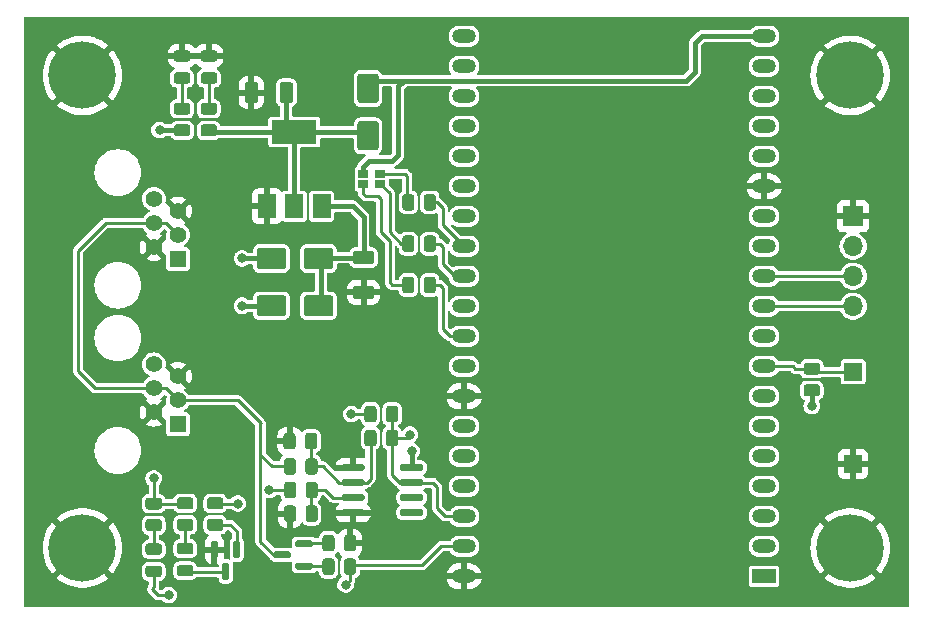
<source format=gbr>
G04 #@! TF.GenerationSoftware,KiCad,Pcbnew,7.0.2.1-36-g582732918d-dirty-deb11*
G04 #@! TF.CreationDate,2023-07-17T11:44:52+00:00*
G04 #@! TF.ProjectId,LocoBuffer,4c6f636f-4275-4666-9665-722e6b696361,0.0.1*
G04 #@! TF.SameCoordinates,Original*
G04 #@! TF.FileFunction,Copper,L1,Top*
G04 #@! TF.FilePolarity,Positive*
%FSLAX46Y46*%
G04 Gerber Fmt 4.6, Leading zero omitted, Abs format (unit mm)*
G04 Created by KiCad (PCBNEW 7.0.2.1-36-g582732918d-dirty-deb11) date 2023-07-17 11:44:52*
%MOMM*%
%LPD*%
G01*
G04 APERTURE LIST*
G04 #@! TA.AperFunction,ComponentPad*
%ADD10R,1.398000X1.398000*%
G04 #@! TD*
G04 #@! TA.AperFunction,ComponentPad*
%ADD11C,1.398000*%
G04 #@! TD*
G04 #@! TA.AperFunction,ComponentPad*
%ADD12C,5.700000*%
G04 #@! TD*
G04 #@! TA.AperFunction,ComponentPad*
%ADD13R,2.000000X1.200000*%
G04 #@! TD*
G04 #@! TA.AperFunction,ComponentPad*
%ADD14O,2.000000X1.200000*%
G04 #@! TD*
G04 #@! TA.AperFunction,SMDPad,CuDef*
%ADD15R,0.850000X0.650000*%
G04 #@! TD*
G04 #@! TA.AperFunction,SMDPad,CuDef*
%ADD16R,1.500000X2.000000*%
G04 #@! TD*
G04 #@! TA.AperFunction,SMDPad,CuDef*
%ADD17R,3.800000X2.000000*%
G04 #@! TD*
G04 #@! TA.AperFunction,ComponentPad*
%ADD18R,1.700000X1.700000*%
G04 #@! TD*
G04 #@! TA.AperFunction,ComponentPad*
%ADD19O,1.700000X1.700000*%
G04 #@! TD*
G04 #@! TA.AperFunction,SMDPad,CuDef*
%ADD20R,1.500000X1.500000*%
G04 #@! TD*
G04 #@! TA.AperFunction,ViaPad*
%ADD21C,0.800000*%
G04 #@! TD*
G04 #@! TA.AperFunction,Conductor*
%ADD22C,0.400000*%
G04 #@! TD*
G04 #@! TA.AperFunction,Conductor*
%ADD23C,0.250000*%
G04 #@! TD*
G04 APERTURE END LIST*
G04 #@! TA.AperFunction,SMDPad,CuDef*
G36*
G01*
X41489956Y-117480000D02*
X40577456Y-117480000D01*
G75*
G02*
X40333706Y-117236250I0J243750D01*
G01*
X40333706Y-116748750D01*
G75*
G02*
X40577456Y-116505000I243750J0D01*
G01*
X41489956Y-116505000D01*
G75*
G02*
X41733706Y-116748750I0J-243750D01*
G01*
X41733706Y-117236250D01*
G75*
G02*
X41489956Y-117480000I-243750J0D01*
G01*
G37*
G04 #@! TD.AperFunction*
G04 #@! TA.AperFunction,SMDPad,CuDef*
G36*
G01*
X41489956Y-115605000D02*
X40577456Y-115605000D01*
G75*
G02*
X40333706Y-115361250I0J243750D01*
G01*
X40333706Y-114873750D01*
G75*
G02*
X40577456Y-114630000I243750J0D01*
G01*
X41489956Y-114630000D01*
G75*
G02*
X41733706Y-114873750I0J-243750D01*
G01*
X41733706Y-115361250D01*
G75*
G02*
X41489956Y-115605000I-243750J0D01*
G01*
G37*
G04 #@! TD.AperFunction*
D10*
X43080000Y-90540000D03*
D11*
X41050000Y-89524000D03*
X43080000Y-88508000D03*
X41048000Y-87492000D03*
X43080000Y-86476000D03*
X41050000Y-85460000D03*
D10*
X43080000Y-104540000D03*
D11*
X41050000Y-103524000D03*
X43080000Y-102508000D03*
X41048000Y-101492000D03*
X43080000Y-100476000D03*
X41050000Y-99460000D03*
G04 #@! TA.AperFunction,SMDPad,CuDef*
G36*
G01*
X52069800Y-110556800D02*
X52069800Y-109656800D01*
G75*
G02*
X52319800Y-109406800I250000J0D01*
G01*
X52844800Y-109406800D01*
G75*
G02*
X53094800Y-109656800I0J-250000D01*
G01*
X53094800Y-110556800D01*
G75*
G02*
X52844800Y-110806800I-250000J0D01*
G01*
X52319800Y-110806800D01*
G75*
G02*
X52069800Y-110556800I0J250000D01*
G01*
G37*
G04 #@! TD.AperFunction*
G04 #@! TA.AperFunction,SMDPad,CuDef*
G36*
G01*
X53894800Y-110556800D02*
X53894800Y-109656800D01*
G75*
G02*
X54144800Y-109406800I250000J0D01*
G01*
X54669800Y-109406800D01*
G75*
G02*
X54919800Y-109656800I0J-250000D01*
G01*
X54919800Y-110556800D01*
G75*
G02*
X54669800Y-110806800I-250000J0D01*
G01*
X54144800Y-110806800D01*
G75*
G02*
X53894800Y-110556800I0J250000D01*
G01*
G37*
G04 #@! TD.AperFunction*
G04 #@! TA.AperFunction,SMDPad,CuDef*
G36*
G01*
X54919800Y-111657800D02*
X54919800Y-112557800D01*
G75*
G02*
X54669800Y-112807800I-250000J0D01*
G01*
X54144800Y-112807800D01*
G75*
G02*
X53894800Y-112557800I0J250000D01*
G01*
X53894800Y-111657800D01*
G75*
G02*
X54144800Y-111407800I250000J0D01*
G01*
X54669800Y-111407800D01*
G75*
G02*
X54919800Y-111657800I0J-250000D01*
G01*
G37*
G04 #@! TD.AperFunction*
G04 #@! TA.AperFunction,SMDPad,CuDef*
G36*
G01*
X53094800Y-111657800D02*
X53094800Y-112557800D01*
G75*
G02*
X52844800Y-112807800I-250000J0D01*
G01*
X52319800Y-112807800D01*
G75*
G02*
X52069800Y-112557800I0J250000D01*
G01*
X52069800Y-111657800D01*
G75*
G02*
X52319800Y-111407800I250000J0D01*
G01*
X52844800Y-111407800D01*
G75*
G02*
X53094800Y-111657800I0J-250000D01*
G01*
G37*
G04 #@! TD.AperFunction*
G04 #@! TA.AperFunction,SMDPad,CuDef*
G36*
G01*
X61727000Y-103225000D02*
X61727000Y-104125000D01*
G75*
G02*
X61477000Y-104375000I-250000J0D01*
G01*
X60952000Y-104375000D01*
G75*
G02*
X60702000Y-104125000I0J250000D01*
G01*
X60702000Y-103225000D01*
G75*
G02*
X60952000Y-102975000I250000J0D01*
G01*
X61477000Y-102975000D01*
G75*
G02*
X61727000Y-103225000I0J-250000D01*
G01*
G37*
G04 #@! TD.AperFunction*
G04 #@! TA.AperFunction,SMDPad,CuDef*
G36*
G01*
X59902000Y-103225000D02*
X59902000Y-104125000D01*
G75*
G02*
X59652000Y-104375000I-250000J0D01*
G01*
X59127000Y-104375000D01*
G75*
G02*
X58877000Y-104125000I0J250000D01*
G01*
X58877000Y-103225000D01*
G75*
G02*
X59127000Y-102975000I250000J0D01*
G01*
X59652000Y-102975000D01*
G75*
G02*
X59902000Y-103225000I0J-250000D01*
G01*
G37*
G04 #@! TD.AperFunction*
G04 #@! TA.AperFunction,SMDPad,CuDef*
G36*
G01*
X52052500Y-108559000D02*
X52052500Y-107659000D01*
G75*
G02*
X52302500Y-107409000I250000J0D01*
G01*
X52827500Y-107409000D01*
G75*
G02*
X53077500Y-107659000I0J-250000D01*
G01*
X53077500Y-108559000D01*
G75*
G02*
X52827500Y-108809000I-250000J0D01*
G01*
X52302500Y-108809000D01*
G75*
G02*
X52052500Y-108559000I0J250000D01*
G01*
G37*
G04 #@! TD.AperFunction*
G04 #@! TA.AperFunction,SMDPad,CuDef*
G36*
G01*
X53877500Y-108559000D02*
X53877500Y-107659000D01*
G75*
G02*
X54127500Y-107409000I250000J0D01*
G01*
X54652500Y-107409000D01*
G75*
G02*
X54902500Y-107659000I0J-250000D01*
G01*
X54902500Y-108559000D01*
G75*
G02*
X54652500Y-108809000I-250000J0D01*
G01*
X54127500Y-108809000D01*
G75*
G02*
X53877500Y-108559000I0J250000D01*
G01*
G37*
G04 #@! TD.AperFunction*
G04 #@! TA.AperFunction,SMDPad,CuDef*
G36*
G01*
X54869000Y-105511000D02*
X54869000Y-106411000D01*
G75*
G02*
X54619000Y-106661000I-250000J0D01*
G01*
X54094000Y-106661000D01*
G75*
G02*
X53844000Y-106411000I0J250000D01*
G01*
X53844000Y-105511000D01*
G75*
G02*
X54094000Y-105261000I250000J0D01*
G01*
X54619000Y-105261000D01*
G75*
G02*
X54869000Y-105511000I0J-250000D01*
G01*
G37*
G04 #@! TD.AperFunction*
G04 #@! TA.AperFunction,SMDPad,CuDef*
G36*
G01*
X53044000Y-105511000D02*
X53044000Y-106411000D01*
G75*
G02*
X52794000Y-106661000I-250000J0D01*
G01*
X52269000Y-106661000D01*
G75*
G02*
X52019000Y-106411000I0J250000D01*
G01*
X52019000Y-105511000D01*
G75*
G02*
X52269000Y-105261000I250000J0D01*
G01*
X52794000Y-105261000D01*
G75*
G02*
X53044000Y-105511000I0J-250000D01*
G01*
G37*
G04 #@! TD.AperFunction*
G04 #@! TA.AperFunction,SMDPad,CuDef*
G36*
G01*
X41483706Y-113591500D02*
X40583706Y-113591500D01*
G75*
G02*
X40333706Y-113341500I0J250000D01*
G01*
X40333706Y-112816500D01*
G75*
G02*
X40583706Y-112566500I250000J0D01*
G01*
X41483706Y-112566500D01*
G75*
G02*
X41733706Y-112816500I0J-250000D01*
G01*
X41733706Y-113341500D01*
G75*
G02*
X41483706Y-113591500I-250000J0D01*
G01*
G37*
G04 #@! TD.AperFunction*
G04 #@! TA.AperFunction,SMDPad,CuDef*
G36*
G01*
X41483706Y-111766500D02*
X40583706Y-111766500D01*
G75*
G02*
X40333706Y-111516500I0J250000D01*
G01*
X40333706Y-110991500D01*
G75*
G02*
X40583706Y-110741500I250000J0D01*
G01*
X41483706Y-110741500D01*
G75*
G02*
X41733706Y-110991500I0J-250000D01*
G01*
X41733706Y-111516500D01*
G75*
G02*
X41483706Y-111766500I-250000J0D01*
G01*
G37*
G04 #@! TD.AperFunction*
G04 #@! TA.AperFunction,SMDPad,CuDef*
G36*
G01*
X61727500Y-105257000D02*
X61727500Y-106157000D01*
G75*
G02*
X61477500Y-106407000I-250000J0D01*
G01*
X60952500Y-106407000D01*
G75*
G02*
X60702500Y-106157000I0J250000D01*
G01*
X60702500Y-105257000D01*
G75*
G02*
X60952500Y-105007000I250000J0D01*
G01*
X61477500Y-105007000D01*
G75*
G02*
X61727500Y-105257000I0J-250000D01*
G01*
G37*
G04 #@! TD.AperFunction*
G04 #@! TA.AperFunction,SMDPad,CuDef*
G36*
G01*
X59902500Y-105257000D02*
X59902500Y-106157000D01*
G75*
G02*
X59652500Y-106407000I-250000J0D01*
G01*
X59127500Y-106407000D01*
G75*
G02*
X58877500Y-106157000I0J250000D01*
G01*
X58877500Y-105257000D01*
G75*
G02*
X59127500Y-105007000I250000J0D01*
G01*
X59652500Y-105007000D01*
G75*
G02*
X59902500Y-105257000I0J-250000D01*
G01*
G37*
G04 #@! TD.AperFunction*
G04 #@! TA.AperFunction,SMDPad,CuDef*
G36*
G01*
X44150706Y-113566000D02*
X43250706Y-113566000D01*
G75*
G02*
X43000706Y-113316000I0J250000D01*
G01*
X43000706Y-112791000D01*
G75*
G02*
X43250706Y-112541000I250000J0D01*
G01*
X44150706Y-112541000D01*
G75*
G02*
X44400706Y-112791000I0J-250000D01*
G01*
X44400706Y-113316000D01*
G75*
G02*
X44150706Y-113566000I-250000J0D01*
G01*
G37*
G04 #@! TD.AperFunction*
G04 #@! TA.AperFunction,SMDPad,CuDef*
G36*
G01*
X44150706Y-111741000D02*
X43250706Y-111741000D01*
G75*
G02*
X43000706Y-111491000I0J250000D01*
G01*
X43000706Y-110966000D01*
G75*
G02*
X43250706Y-110716000I250000J0D01*
G01*
X44150706Y-110716000D01*
G75*
G02*
X44400706Y-110966000I0J-250000D01*
G01*
X44400706Y-111491000D01*
G75*
G02*
X44150706Y-111741000I-250000J0D01*
G01*
G37*
G04 #@! TD.AperFunction*
G04 #@! TA.AperFunction,SMDPad,CuDef*
G36*
G01*
X45790706Y-110716000D02*
X46690706Y-110716000D01*
G75*
G02*
X46940706Y-110966000I0J-250000D01*
G01*
X46940706Y-111491000D01*
G75*
G02*
X46690706Y-111741000I-250000J0D01*
G01*
X45790706Y-111741000D01*
G75*
G02*
X45540706Y-111491000I0J250000D01*
G01*
X45540706Y-110966000D01*
G75*
G02*
X45790706Y-110716000I250000J0D01*
G01*
G37*
G04 #@! TD.AperFunction*
G04 #@! TA.AperFunction,SMDPad,CuDef*
G36*
G01*
X45790706Y-112541000D02*
X46690706Y-112541000D01*
G75*
G02*
X46940706Y-112791000I0J-250000D01*
G01*
X46940706Y-113316000D01*
G75*
G02*
X46690706Y-113566000I-250000J0D01*
G01*
X45790706Y-113566000D01*
G75*
G02*
X45540706Y-113316000I0J250000D01*
G01*
X45540706Y-112791000D01*
G75*
G02*
X45790706Y-112541000I250000J0D01*
G01*
G37*
G04 #@! TD.AperFunction*
G04 #@! TA.AperFunction,SMDPad,CuDef*
G36*
G01*
X58171000Y-114147000D02*
X58171000Y-115047000D01*
G75*
G02*
X57921000Y-115297000I-250000J0D01*
G01*
X57396000Y-115297000D01*
G75*
G02*
X57146000Y-115047000I0J250000D01*
G01*
X57146000Y-114147000D01*
G75*
G02*
X57396000Y-113897000I250000J0D01*
G01*
X57921000Y-113897000D01*
G75*
G02*
X58171000Y-114147000I0J-250000D01*
G01*
G37*
G04 #@! TD.AperFunction*
G04 #@! TA.AperFunction,SMDPad,CuDef*
G36*
G01*
X56346000Y-114147000D02*
X56346000Y-115047000D01*
G75*
G02*
X56096000Y-115297000I-250000J0D01*
G01*
X55571000Y-115297000D01*
G75*
G02*
X55321000Y-115047000I0J250000D01*
G01*
X55321000Y-114147000D01*
G75*
G02*
X55571000Y-113897000I250000J0D01*
G01*
X56096000Y-113897000D01*
G75*
G02*
X56346000Y-114147000I0J-250000D01*
G01*
G37*
G04 #@! TD.AperFunction*
G04 #@! TA.AperFunction,SMDPad,CuDef*
G36*
G01*
X58171000Y-116147000D02*
X58171000Y-117047000D01*
G75*
G02*
X57921000Y-117297000I-250000J0D01*
G01*
X57396000Y-117297000D01*
G75*
G02*
X57146000Y-117047000I0J250000D01*
G01*
X57146000Y-116147000D01*
G75*
G02*
X57396000Y-115897000I250000J0D01*
G01*
X57921000Y-115897000D01*
G75*
G02*
X58171000Y-116147000I0J-250000D01*
G01*
G37*
G04 #@! TD.AperFunction*
G04 #@! TA.AperFunction,SMDPad,CuDef*
G36*
G01*
X56346000Y-116147000D02*
X56346000Y-117047000D01*
G75*
G02*
X56096000Y-117297000I-250000J0D01*
G01*
X55571000Y-117297000D01*
G75*
G02*
X55321000Y-117047000I0J250000D01*
G01*
X55321000Y-116147000D01*
G75*
G02*
X55571000Y-115897000I250000J0D01*
G01*
X56096000Y-115897000D01*
G75*
G02*
X56346000Y-116147000I0J-250000D01*
G01*
G37*
G04 #@! TD.AperFunction*
G04 #@! TA.AperFunction,SMDPad,CuDef*
G36*
G01*
X56940000Y-108354000D02*
X56940000Y-108054000D01*
G75*
G02*
X57090000Y-107904000I150000J0D01*
G01*
X58740000Y-107904000D01*
G75*
G02*
X58890000Y-108054000I0J-150000D01*
G01*
X58890000Y-108354000D01*
G75*
G02*
X58740000Y-108504000I-150000J0D01*
G01*
X57090000Y-108504000D01*
G75*
G02*
X56940000Y-108354000I0J150000D01*
G01*
G37*
G04 #@! TD.AperFunction*
G04 #@! TA.AperFunction,SMDPad,CuDef*
G36*
G01*
X56940000Y-109624000D02*
X56940000Y-109324000D01*
G75*
G02*
X57090000Y-109174000I150000J0D01*
G01*
X58740000Y-109174000D01*
G75*
G02*
X58890000Y-109324000I0J-150000D01*
G01*
X58890000Y-109624000D01*
G75*
G02*
X58740000Y-109774000I-150000J0D01*
G01*
X57090000Y-109774000D01*
G75*
G02*
X56940000Y-109624000I0J150000D01*
G01*
G37*
G04 #@! TD.AperFunction*
G04 #@! TA.AperFunction,SMDPad,CuDef*
G36*
G01*
X56940000Y-110894000D02*
X56940000Y-110594000D01*
G75*
G02*
X57090000Y-110444000I150000J0D01*
G01*
X58740000Y-110444000D01*
G75*
G02*
X58890000Y-110594000I0J-150000D01*
G01*
X58890000Y-110894000D01*
G75*
G02*
X58740000Y-111044000I-150000J0D01*
G01*
X57090000Y-111044000D01*
G75*
G02*
X56940000Y-110894000I0J150000D01*
G01*
G37*
G04 #@! TD.AperFunction*
G04 #@! TA.AperFunction,SMDPad,CuDef*
G36*
G01*
X56940000Y-112164000D02*
X56940000Y-111864000D01*
G75*
G02*
X57090000Y-111714000I150000J0D01*
G01*
X58740000Y-111714000D01*
G75*
G02*
X58890000Y-111864000I0J-150000D01*
G01*
X58890000Y-112164000D01*
G75*
G02*
X58740000Y-112314000I-150000J0D01*
G01*
X57090000Y-112314000D01*
G75*
G02*
X56940000Y-112164000I0J150000D01*
G01*
G37*
G04 #@! TD.AperFunction*
G04 #@! TA.AperFunction,SMDPad,CuDef*
G36*
G01*
X61890000Y-112164000D02*
X61890000Y-111864000D01*
G75*
G02*
X62040000Y-111714000I150000J0D01*
G01*
X63690000Y-111714000D01*
G75*
G02*
X63840000Y-111864000I0J-150000D01*
G01*
X63840000Y-112164000D01*
G75*
G02*
X63690000Y-112314000I-150000J0D01*
G01*
X62040000Y-112314000D01*
G75*
G02*
X61890000Y-112164000I0J150000D01*
G01*
G37*
G04 #@! TD.AperFunction*
G04 #@! TA.AperFunction,SMDPad,CuDef*
G36*
G01*
X61890000Y-110894000D02*
X61890000Y-110594000D01*
G75*
G02*
X62040000Y-110444000I150000J0D01*
G01*
X63690000Y-110444000D01*
G75*
G02*
X63840000Y-110594000I0J-150000D01*
G01*
X63840000Y-110894000D01*
G75*
G02*
X63690000Y-111044000I-150000J0D01*
G01*
X62040000Y-111044000D01*
G75*
G02*
X61890000Y-110894000I0J150000D01*
G01*
G37*
G04 #@! TD.AperFunction*
G04 #@! TA.AperFunction,SMDPad,CuDef*
G36*
G01*
X61890000Y-109624000D02*
X61890000Y-109324000D01*
G75*
G02*
X62040000Y-109174000I150000J0D01*
G01*
X63690000Y-109174000D01*
G75*
G02*
X63840000Y-109324000I0J-150000D01*
G01*
X63840000Y-109624000D01*
G75*
G02*
X63690000Y-109774000I-150000J0D01*
G01*
X62040000Y-109774000D01*
G75*
G02*
X61890000Y-109624000I0J150000D01*
G01*
G37*
G04 #@! TD.AperFunction*
G04 #@! TA.AperFunction,SMDPad,CuDef*
G36*
G01*
X61890000Y-108354000D02*
X61890000Y-108054000D01*
G75*
G02*
X62040000Y-107904000I150000J0D01*
G01*
X63690000Y-107904000D01*
G75*
G02*
X63840000Y-108054000I0J-150000D01*
G01*
X63840000Y-108354000D01*
G75*
G02*
X63690000Y-108504000I-150000J0D01*
G01*
X62040000Y-108504000D01*
G75*
G02*
X61890000Y-108354000I0J150000D01*
G01*
G37*
G04 #@! TD.AperFunction*
D12*
X35000000Y-75000000D03*
X35000000Y-115000000D03*
X100000000Y-115000000D03*
X100000000Y-75000000D03*
G04 #@! TA.AperFunction,SMDPad,CuDef*
G36*
G01*
X44156956Y-117424500D02*
X43244456Y-117424500D01*
G75*
G02*
X43000706Y-117180750I0J243750D01*
G01*
X43000706Y-116693250D01*
G75*
G02*
X43244456Y-116449500I243750J0D01*
G01*
X44156956Y-116449500D01*
G75*
G02*
X44400706Y-116693250I0J-243750D01*
G01*
X44400706Y-117180750D01*
G75*
G02*
X44156956Y-117424500I-243750J0D01*
G01*
G37*
G04 #@! TD.AperFunction*
G04 #@! TA.AperFunction,SMDPad,CuDef*
G36*
G01*
X44156956Y-115549500D02*
X43244456Y-115549500D01*
G75*
G02*
X43000706Y-115305750I0J243750D01*
G01*
X43000706Y-114818250D01*
G75*
G02*
X43244456Y-114574500I243750J0D01*
G01*
X44156956Y-114574500D01*
G75*
G02*
X44400706Y-114818250I0J-243750D01*
G01*
X44400706Y-115305750D01*
G75*
G02*
X44156956Y-115549500I-243750J0D01*
G01*
G37*
G04 #@! TD.AperFunction*
G04 #@! TA.AperFunction,SMDPad,CuDef*
G36*
G01*
X47929706Y-114403000D02*
X48229706Y-114403000D01*
G75*
G02*
X48379706Y-114553000I0J-150000D01*
G01*
X48379706Y-115728000D01*
G75*
G02*
X48229706Y-115878000I-150000J0D01*
G01*
X47929706Y-115878000D01*
G75*
G02*
X47779706Y-115728000I0J150000D01*
G01*
X47779706Y-114553000D01*
G75*
G02*
X47929706Y-114403000I150000J0D01*
G01*
G37*
G04 #@! TD.AperFunction*
G04 #@! TA.AperFunction,SMDPad,CuDef*
G36*
G01*
X46029706Y-114403000D02*
X46329706Y-114403000D01*
G75*
G02*
X46479706Y-114553000I0J-150000D01*
G01*
X46479706Y-115728000D01*
G75*
G02*
X46329706Y-115878000I-150000J0D01*
G01*
X46029706Y-115878000D01*
G75*
G02*
X45879706Y-115728000I0J150000D01*
G01*
X45879706Y-114553000D01*
G75*
G02*
X46029706Y-114403000I150000J0D01*
G01*
G37*
G04 #@! TD.AperFunction*
G04 #@! TA.AperFunction,SMDPad,CuDef*
G36*
G01*
X46979706Y-116278000D02*
X47279706Y-116278000D01*
G75*
G02*
X47429706Y-116428000I0J-150000D01*
G01*
X47429706Y-117603000D01*
G75*
G02*
X47279706Y-117753000I-150000J0D01*
G01*
X46979706Y-117753000D01*
G75*
G02*
X46829706Y-117603000I0J150000D01*
G01*
X46829706Y-116428000D01*
G75*
G02*
X46979706Y-116278000I150000J0D01*
G01*
G37*
G04 #@! TD.AperFunction*
G04 #@! TA.AperFunction,SMDPad,CuDef*
G36*
G01*
X54508500Y-116397000D02*
X54508500Y-116697000D01*
G75*
G02*
X54358500Y-116847000I-150000J0D01*
G01*
X53183500Y-116847000D01*
G75*
G02*
X53033500Y-116697000I0J150000D01*
G01*
X53033500Y-116397000D01*
G75*
G02*
X53183500Y-116247000I150000J0D01*
G01*
X54358500Y-116247000D01*
G75*
G02*
X54508500Y-116397000I0J-150000D01*
G01*
G37*
G04 #@! TD.AperFunction*
G04 #@! TA.AperFunction,SMDPad,CuDef*
G36*
G01*
X54508500Y-114497000D02*
X54508500Y-114797000D01*
G75*
G02*
X54358500Y-114947000I-150000J0D01*
G01*
X53183500Y-114947000D01*
G75*
G02*
X53033500Y-114797000I0J150000D01*
G01*
X53033500Y-114497000D01*
G75*
G02*
X53183500Y-114347000I150000J0D01*
G01*
X54358500Y-114347000D01*
G75*
G02*
X54508500Y-114497000I0J-150000D01*
G01*
G37*
G04 #@! TD.AperFunction*
G04 #@! TA.AperFunction,SMDPad,CuDef*
G36*
G01*
X52633500Y-115447000D02*
X52633500Y-115747000D01*
G75*
G02*
X52483500Y-115897000I-150000J0D01*
G01*
X51308500Y-115897000D01*
G75*
G02*
X51158500Y-115747000I0J150000D01*
G01*
X51158500Y-115447000D01*
G75*
G02*
X51308500Y-115297000I150000J0D01*
G01*
X52483500Y-115297000D01*
G75*
G02*
X52633500Y-115447000I0J-150000D01*
G01*
G37*
G04 #@! TD.AperFunction*
G04 #@! TA.AperFunction,SMDPad,CuDef*
G36*
G01*
X64925000Y-85300000D02*
X64925000Y-86200000D01*
G75*
G02*
X64675000Y-86450000I-250000J0D01*
G01*
X64150000Y-86450000D01*
G75*
G02*
X63900000Y-86200000I0J250000D01*
G01*
X63900000Y-85300000D01*
G75*
G02*
X64150000Y-85050000I250000J0D01*
G01*
X64675000Y-85050000D01*
G75*
G02*
X64925000Y-85300000I0J-250000D01*
G01*
G37*
G04 #@! TD.AperFunction*
G04 #@! TA.AperFunction,SMDPad,CuDef*
G36*
G01*
X63100000Y-85300000D02*
X63100000Y-86200000D01*
G75*
G02*
X62850000Y-86450000I-250000J0D01*
G01*
X62325000Y-86450000D01*
G75*
G02*
X62075000Y-86200000I0J250000D01*
G01*
X62075000Y-85300000D01*
G75*
G02*
X62325000Y-85050000I250000J0D01*
G01*
X62850000Y-85050000D01*
G75*
G02*
X63100000Y-85300000I0J-250000D01*
G01*
G37*
G04 #@! TD.AperFunction*
G04 #@! TA.AperFunction,SMDPad,CuDef*
G36*
G01*
X58151000Y-89849000D02*
X59451000Y-89849000D01*
G75*
G02*
X59701000Y-90099000I0J-250000D01*
G01*
X59701000Y-90749000D01*
G75*
G02*
X59451000Y-90999000I-250000J0D01*
G01*
X58151000Y-90999000D01*
G75*
G02*
X57901000Y-90749000I0J250000D01*
G01*
X57901000Y-90099000D01*
G75*
G02*
X58151000Y-89849000I250000J0D01*
G01*
G37*
G04 #@! TD.AperFunction*
G04 #@! TA.AperFunction,SMDPad,CuDef*
G36*
G01*
X58151000Y-92799000D02*
X59451000Y-92799000D01*
G75*
G02*
X59701000Y-93049000I0J-250000D01*
G01*
X59701000Y-93699000D01*
G75*
G02*
X59451000Y-93949000I-250000J0D01*
G01*
X58151000Y-93949000D01*
G75*
G02*
X57901000Y-93699000I0J250000D01*
G01*
X57901000Y-93049000D01*
G75*
G02*
X58151000Y-92799000I250000J0D01*
G01*
G37*
G04 #@! TD.AperFunction*
D13*
X92710000Y-117403440D03*
D14*
X92710000Y-114863440D03*
X92710000Y-112323440D03*
X92710000Y-109783440D03*
X92710000Y-107243440D03*
X92710000Y-104703440D03*
X92710000Y-102163440D03*
X92710000Y-99623440D03*
X92710000Y-97083440D03*
X92710000Y-94543440D03*
X92710000Y-92003440D03*
X92710000Y-89463440D03*
X92710000Y-86923440D03*
X92710000Y-84383440D03*
X92710000Y-81843440D03*
X92710000Y-79303440D03*
X92710000Y-76763440D03*
X92710000Y-74223440D03*
X92710000Y-71683440D03*
X67313680Y-71686160D03*
X67313680Y-74226160D03*
X67310000Y-76763440D03*
X67310000Y-79303440D03*
X67310000Y-81843440D03*
X67310000Y-84383440D03*
X67310000Y-86923440D03*
X67310000Y-89463440D03*
X67310000Y-92003440D03*
X67310000Y-94543440D03*
X67310000Y-97083440D03*
X67310000Y-99623440D03*
X67310000Y-102163440D03*
X67310000Y-104703440D03*
X67310000Y-107243440D03*
X67310000Y-109783440D03*
X67310000Y-112323440D03*
X67310000Y-114863440D03*
X67310000Y-117403440D03*
D15*
X60225000Y-83325000D03*
X60225000Y-84175000D03*
X58775000Y-84175000D03*
X58775000Y-83325000D03*
G04 #@! TA.AperFunction,SMDPad,CuDef*
G36*
G01*
X58532000Y-74855000D02*
X59832000Y-74855000D01*
G75*
G02*
X60082000Y-75105000I0J-250000D01*
G01*
X60082000Y-77105000D01*
G75*
G02*
X59832000Y-77355000I-250000J0D01*
G01*
X58532000Y-77355000D01*
G75*
G02*
X58282000Y-77105000I0J250000D01*
G01*
X58282000Y-75105000D01*
G75*
G02*
X58532000Y-74855000I250000J0D01*
G01*
G37*
G04 #@! TD.AperFunction*
G04 #@! TA.AperFunction,SMDPad,CuDef*
G36*
G01*
X58532000Y-78855000D02*
X59832000Y-78855000D01*
G75*
G02*
X60082000Y-79105000I0J-250000D01*
G01*
X60082000Y-81105000D01*
G75*
G02*
X59832000Y-81355000I-250000J0D01*
G01*
X58532000Y-81355000D01*
G75*
G02*
X58282000Y-81105000I0J250000D01*
G01*
X58282000Y-79105000D01*
G75*
G02*
X58532000Y-78855000I250000J0D01*
G01*
G37*
G04 #@! TD.AperFunction*
G04 #@! TA.AperFunction,SMDPad,CuDef*
G36*
G01*
X45246500Y-77315000D02*
X46146500Y-77315000D01*
G75*
G02*
X46396500Y-77565000I0J-250000D01*
G01*
X46396500Y-78090000D01*
G75*
G02*
X46146500Y-78340000I-250000J0D01*
G01*
X45246500Y-78340000D01*
G75*
G02*
X44996500Y-78090000I0J250000D01*
G01*
X44996500Y-77565000D01*
G75*
G02*
X45246500Y-77315000I250000J0D01*
G01*
G37*
G04 #@! TD.AperFunction*
G04 #@! TA.AperFunction,SMDPad,CuDef*
G36*
G01*
X45246500Y-79140000D02*
X46146500Y-79140000D01*
G75*
G02*
X46396500Y-79390000I0J-250000D01*
G01*
X46396500Y-79915000D01*
G75*
G02*
X46146500Y-80165000I-250000J0D01*
G01*
X45246500Y-80165000D01*
G75*
G02*
X44996500Y-79915000I0J250000D01*
G01*
X44996500Y-79390000D01*
G75*
G02*
X45246500Y-79140000I250000J0D01*
G01*
G37*
G04 #@! TD.AperFunction*
G04 #@! TA.AperFunction,SMDPad,CuDef*
G36*
G01*
X42977750Y-72870000D02*
X43890250Y-72870000D01*
G75*
G02*
X44134000Y-73113750I0J-243750D01*
G01*
X44134000Y-73601250D01*
G75*
G02*
X43890250Y-73845000I-243750J0D01*
G01*
X42977750Y-73845000D01*
G75*
G02*
X42734000Y-73601250I0J243750D01*
G01*
X42734000Y-73113750D01*
G75*
G02*
X42977750Y-72870000I243750J0D01*
G01*
G37*
G04 #@! TD.AperFunction*
G04 #@! TA.AperFunction,SMDPad,CuDef*
G36*
G01*
X42977750Y-74745000D02*
X43890250Y-74745000D01*
G75*
G02*
X44134000Y-74988750I0J-243750D01*
G01*
X44134000Y-75476250D01*
G75*
G02*
X43890250Y-75720000I-243750J0D01*
G01*
X42977750Y-75720000D01*
G75*
G02*
X42734000Y-75476250I0J243750D01*
G01*
X42734000Y-74988750D01*
G75*
G02*
X42977750Y-74745000I243750J0D01*
G01*
G37*
G04 #@! TD.AperFunction*
G04 #@! TA.AperFunction,SMDPad,CuDef*
G36*
G01*
X56250000Y-93850000D02*
X56250000Y-95150000D01*
G75*
G02*
X56000000Y-95400000I-250000J0D01*
G01*
X54000000Y-95400000D01*
G75*
G02*
X53750000Y-95150000I0J250000D01*
G01*
X53750000Y-93850000D01*
G75*
G02*
X54000000Y-93600000I250000J0D01*
G01*
X56000000Y-93600000D01*
G75*
G02*
X56250000Y-93850000I0J-250000D01*
G01*
G37*
G04 #@! TD.AperFunction*
G04 #@! TA.AperFunction,SMDPad,CuDef*
G36*
G01*
X52250000Y-93850000D02*
X52250000Y-95150000D01*
G75*
G02*
X52000000Y-95400000I-250000J0D01*
G01*
X50000000Y-95400000D01*
G75*
G02*
X49750000Y-95150000I0J250000D01*
G01*
X49750000Y-93850000D01*
G75*
G02*
X50000000Y-93600000I250000J0D01*
G01*
X52000000Y-93600000D01*
G75*
G02*
X52250000Y-93850000I0J-250000D01*
G01*
G37*
G04 #@! TD.AperFunction*
D16*
X50645000Y-86081000D03*
X52945000Y-86081000D03*
D17*
X52945000Y-79781000D03*
D16*
X55245000Y-86081000D03*
G04 #@! TA.AperFunction,SMDPad,CuDef*
G36*
G01*
X45263750Y-72870000D02*
X46176250Y-72870000D01*
G75*
G02*
X46420000Y-73113750I0J-243750D01*
G01*
X46420000Y-73601250D01*
G75*
G02*
X46176250Y-73845000I-243750J0D01*
G01*
X45263750Y-73845000D01*
G75*
G02*
X45020000Y-73601250I0J243750D01*
G01*
X45020000Y-73113750D01*
G75*
G02*
X45263750Y-72870000I243750J0D01*
G01*
G37*
G04 #@! TD.AperFunction*
G04 #@! TA.AperFunction,SMDPad,CuDef*
G36*
G01*
X45263750Y-74745000D02*
X46176250Y-74745000D01*
G75*
G02*
X46420000Y-74988750I0J-243750D01*
G01*
X46420000Y-75476250D01*
G75*
G02*
X46176250Y-75720000I-243750J0D01*
G01*
X45263750Y-75720000D01*
G75*
G02*
X45020000Y-75476250I0J243750D01*
G01*
X45020000Y-74988750D01*
G75*
G02*
X45263750Y-74745000I243750J0D01*
G01*
G37*
G04 #@! TD.AperFunction*
G04 #@! TA.AperFunction,SMDPad,CuDef*
G36*
G01*
X64925000Y-92300000D02*
X64925000Y-93200000D01*
G75*
G02*
X64675000Y-93450000I-250000J0D01*
G01*
X64150000Y-93450000D01*
G75*
G02*
X63900000Y-93200000I0J250000D01*
G01*
X63900000Y-92300000D01*
G75*
G02*
X64150000Y-92050000I250000J0D01*
G01*
X64675000Y-92050000D01*
G75*
G02*
X64925000Y-92300000I0J-250000D01*
G01*
G37*
G04 #@! TD.AperFunction*
G04 #@! TA.AperFunction,SMDPad,CuDef*
G36*
G01*
X63100000Y-92300000D02*
X63100000Y-93200000D01*
G75*
G02*
X62850000Y-93450000I-250000J0D01*
G01*
X62325000Y-93450000D01*
G75*
G02*
X62075000Y-93200000I0J250000D01*
G01*
X62075000Y-92300000D01*
G75*
G02*
X62325000Y-92050000I250000J0D01*
G01*
X62850000Y-92050000D01*
G75*
G02*
X63100000Y-92300000I0J-250000D01*
G01*
G37*
G04 #@! TD.AperFunction*
G04 #@! TA.AperFunction,SMDPad,CuDef*
G36*
G01*
X56250000Y-89850000D02*
X56250000Y-91150000D01*
G75*
G02*
X56000000Y-91400000I-250000J0D01*
G01*
X54000000Y-91400000D01*
G75*
G02*
X53750000Y-91150000I0J250000D01*
G01*
X53750000Y-89850000D01*
G75*
G02*
X54000000Y-89600000I250000J0D01*
G01*
X56000000Y-89600000D01*
G75*
G02*
X56250000Y-89850000I0J-250000D01*
G01*
G37*
G04 #@! TD.AperFunction*
G04 #@! TA.AperFunction,SMDPad,CuDef*
G36*
G01*
X52250000Y-89850000D02*
X52250000Y-91150000D01*
G75*
G02*
X52000000Y-91400000I-250000J0D01*
G01*
X50000000Y-91400000D01*
G75*
G02*
X49750000Y-91150000I0J250000D01*
G01*
X49750000Y-89850000D01*
G75*
G02*
X50000000Y-89600000I250000J0D01*
G01*
X52000000Y-89600000D01*
G75*
G02*
X52250000Y-89850000I0J-250000D01*
G01*
G37*
G04 #@! TD.AperFunction*
G04 #@! TA.AperFunction,SMDPad,CuDef*
G36*
G01*
X64925000Y-88800000D02*
X64925000Y-89700000D01*
G75*
G02*
X64675000Y-89950000I-250000J0D01*
G01*
X64150000Y-89950000D01*
G75*
G02*
X63900000Y-89700000I0J250000D01*
G01*
X63900000Y-88800000D01*
G75*
G02*
X64150000Y-88550000I250000J0D01*
G01*
X64675000Y-88550000D01*
G75*
G02*
X64925000Y-88800000I0J-250000D01*
G01*
G37*
G04 #@! TD.AperFunction*
G04 #@! TA.AperFunction,SMDPad,CuDef*
G36*
G01*
X63100000Y-88800000D02*
X63100000Y-89700000D01*
G75*
G02*
X62850000Y-89950000I-250000J0D01*
G01*
X62325000Y-89950000D01*
G75*
G02*
X62075000Y-89700000I0J250000D01*
G01*
X62075000Y-88800000D01*
G75*
G02*
X62325000Y-88550000I250000J0D01*
G01*
X62850000Y-88550000D01*
G75*
G02*
X63100000Y-88800000I0J-250000D01*
G01*
G37*
G04 #@! TD.AperFunction*
G04 #@! TA.AperFunction,SMDPad,CuDef*
G36*
G01*
X52836000Y-75804000D02*
X52836000Y-77104000D01*
G75*
G02*
X52586000Y-77354000I-250000J0D01*
G01*
X51936000Y-77354000D01*
G75*
G02*
X51686000Y-77104000I0J250000D01*
G01*
X51686000Y-75804000D01*
G75*
G02*
X51936000Y-75554000I250000J0D01*
G01*
X52586000Y-75554000D01*
G75*
G02*
X52836000Y-75804000I0J-250000D01*
G01*
G37*
G04 #@! TD.AperFunction*
G04 #@! TA.AperFunction,SMDPad,CuDef*
G36*
G01*
X49886000Y-75804000D02*
X49886000Y-77104000D01*
G75*
G02*
X49636000Y-77354000I-250000J0D01*
G01*
X48986000Y-77354000D01*
G75*
G02*
X48736000Y-77104000I0J250000D01*
G01*
X48736000Y-75804000D01*
G75*
G02*
X48986000Y-75554000I250000J0D01*
G01*
X49636000Y-75554000D01*
G75*
G02*
X49886000Y-75804000I0J-250000D01*
G01*
G37*
G04 #@! TD.AperFunction*
G04 #@! TA.AperFunction,SMDPad,CuDef*
G36*
G01*
X42984000Y-77315000D02*
X43884000Y-77315000D01*
G75*
G02*
X44134000Y-77565000I0J-250000D01*
G01*
X44134000Y-78090000D01*
G75*
G02*
X43884000Y-78340000I-250000J0D01*
G01*
X42984000Y-78340000D01*
G75*
G02*
X42734000Y-78090000I0J250000D01*
G01*
X42734000Y-77565000D01*
G75*
G02*
X42984000Y-77315000I250000J0D01*
G01*
G37*
G04 #@! TD.AperFunction*
G04 #@! TA.AperFunction,SMDPad,CuDef*
G36*
G01*
X42984000Y-79140000D02*
X43884000Y-79140000D01*
G75*
G02*
X44134000Y-79390000I0J-250000D01*
G01*
X44134000Y-79915000D01*
G75*
G02*
X43884000Y-80165000I-250000J0D01*
G01*
X42984000Y-80165000D01*
G75*
G02*
X42734000Y-79915000I0J250000D01*
G01*
X42734000Y-79390000D01*
G75*
G02*
X42984000Y-79140000I250000J0D01*
G01*
G37*
G04 #@! TD.AperFunction*
G04 #@! TA.AperFunction,SMDPad,CuDef*
G36*
G01*
X97200000Y-102175000D02*
X96300000Y-102175000D01*
G75*
G02*
X96050000Y-101925000I0J250000D01*
G01*
X96050000Y-101400000D01*
G75*
G02*
X96300000Y-101150000I250000J0D01*
G01*
X97200000Y-101150000D01*
G75*
G02*
X97450000Y-101400000I0J-250000D01*
G01*
X97450000Y-101925000D01*
G75*
G02*
X97200000Y-102175000I-250000J0D01*
G01*
G37*
G04 #@! TD.AperFunction*
G04 #@! TA.AperFunction,SMDPad,CuDef*
G36*
G01*
X97200000Y-100350000D02*
X96300000Y-100350000D01*
G75*
G02*
X96050000Y-100100000I0J250000D01*
G01*
X96050000Y-99575000D01*
G75*
G02*
X96300000Y-99325000I250000J0D01*
G01*
X97200000Y-99325000D01*
G75*
G02*
X97450000Y-99575000I0J-250000D01*
G01*
X97450000Y-100100000D01*
G75*
G02*
X97200000Y-100350000I-250000J0D01*
G01*
G37*
G04 #@! TD.AperFunction*
D18*
X100250000Y-86920000D03*
D19*
X100250000Y-89460000D03*
X100250000Y-92000000D03*
X100250000Y-94540000D03*
D20*
X100250000Y-107900000D03*
X100250000Y-100100000D03*
D21*
X41033706Y-109117500D03*
X50800000Y-110109000D03*
X57762000Y-103675000D03*
X41529000Y-79629000D03*
X62865000Y-106807000D03*
X96750000Y-103000000D03*
X42291000Y-118999000D03*
X62738000Y-105410000D03*
X57277000Y-118110000D03*
X48133000Y-111252000D03*
X48500000Y-94500000D03*
X48500000Y-90500000D03*
D22*
X59250000Y-82250000D02*
X61250000Y-82250000D01*
X59849000Y-75438000D02*
X62250000Y-75438000D01*
X86868000Y-74676000D02*
X86868000Y-72263000D01*
X86106000Y-75438000D02*
X86868000Y-74676000D01*
X86868000Y-72263000D02*
X87447560Y-71683440D01*
X58775000Y-83325000D02*
X58775000Y-82725000D01*
X59182000Y-76105000D02*
X59849000Y-75438000D01*
X62250000Y-75438000D02*
X86106000Y-75438000D01*
X61750000Y-81750000D02*
X61750000Y-75938000D01*
X58775000Y-82725000D02*
X59250000Y-82250000D01*
X61750000Y-75938000D02*
X62250000Y-75438000D01*
X87447560Y-71683440D02*
X92710000Y-71683440D01*
X61250000Y-82250000D02*
X61750000Y-81750000D01*
D23*
X41033706Y-111254000D02*
X43675206Y-111254000D01*
X52533400Y-110106800D02*
X50899000Y-110106800D01*
X59389500Y-103675000D02*
X57762000Y-103675000D01*
X41033706Y-111117500D02*
X41033706Y-109117500D01*
D22*
X62865000Y-108204000D02*
X62865000Y-106807000D01*
D23*
X50802200Y-110106800D02*
X50800000Y-110109000D01*
D22*
X41552500Y-79652500D02*
X41529000Y-79629000D01*
X43434000Y-79652500D02*
X41552500Y-79652500D01*
X96750000Y-101662500D02*
X96750000Y-103000000D01*
D23*
X50899000Y-110106800D02*
X50802200Y-110106800D01*
D22*
X58801000Y-86995000D02*
X58801000Y-90424000D01*
X55213000Y-90424000D02*
X58801000Y-90424000D01*
X57887000Y-86081000D02*
X58801000Y-86995000D01*
X55245000Y-86081000D02*
X57887000Y-86081000D01*
X55213000Y-94615000D02*
X55213000Y-90424000D01*
D23*
X41048000Y-101492000D02*
X42064000Y-101492000D01*
X34632900Y-100037900D02*
X36087000Y-101492000D01*
X41048000Y-87492000D02*
X42064000Y-87492000D01*
X42064000Y-101492000D02*
X43080000Y-102508000D01*
X41048000Y-87492000D02*
X36968000Y-87492000D01*
X50075000Y-107098000D02*
X51086000Y-108109000D01*
X36968000Y-87492000D02*
X34632900Y-89827100D01*
X34632900Y-89827100D02*
X34632900Y-100037900D01*
X50075000Y-114464000D02*
X50075000Y-104484000D01*
X50075000Y-104484000D02*
X50075000Y-107098000D01*
X48152000Y-102508000D02*
X50101500Y-104457500D01*
X36087000Y-101492000D02*
X41048000Y-101492000D01*
X42064000Y-87492000D02*
X43080000Y-88508000D01*
X51208000Y-115597000D02*
X50075000Y-114464000D01*
X51086000Y-108109000D02*
X52565000Y-108109000D01*
X51896000Y-115597000D02*
X51208000Y-115597000D01*
X50075000Y-104484000D02*
X50101500Y-104457500D01*
X43080000Y-102508000D02*
X48152000Y-102508000D01*
X61890000Y-109474000D02*
X62865000Y-109474000D01*
X61215000Y-108799000D02*
X61215000Y-105707000D01*
X65024000Y-109855000D02*
X65024000Y-111633000D01*
X64643000Y-109474000D02*
X65024000Y-109855000D01*
X42291000Y-118999000D02*
X41402000Y-118999000D01*
X61215000Y-108799000D02*
X61890000Y-109474000D01*
X62865000Y-109474000D02*
X64643000Y-109474000D01*
X65714440Y-112323440D02*
X67310000Y-112323440D01*
X65024000Y-111633000D02*
X65714440Y-112323440D01*
X62441000Y-105707000D02*
X62738000Y-105410000D01*
X41033706Y-118351294D02*
X41033706Y-116992500D01*
X41402000Y-118999000D02*
X40894000Y-118491000D01*
X61214500Y-103675000D02*
X61214500Y-105706500D01*
X40894000Y-118491000D02*
X41033706Y-118351294D01*
X61215000Y-105707000D02*
X62441000Y-105707000D01*
X41033706Y-112942500D02*
X41033706Y-115117500D01*
X43841706Y-117078000D02*
X47129706Y-117078000D01*
X43700706Y-112887000D02*
X43700706Y-115062000D01*
X48079706Y-113599000D02*
X47534206Y-113053500D01*
X48079706Y-115078000D02*
X48079706Y-113599000D01*
X47534206Y-113053500D02*
X46240706Y-113053500D01*
X53833500Y-116547000D02*
X55783500Y-116547000D01*
X55833500Y-114597000D02*
X53883500Y-114597000D01*
X54358400Y-110106800D02*
X54358400Y-112280000D01*
X56195000Y-110744000D02*
X55557800Y-110106800D01*
X55557800Y-110106800D02*
X54407300Y-110106800D01*
X57915000Y-110744000D02*
X56195000Y-110744000D01*
X55390000Y-108109000D02*
X56755000Y-109474000D01*
X59390000Y-109159000D02*
X59390000Y-105707000D01*
X54356500Y-105961000D02*
X54356500Y-108075500D01*
X57915000Y-109474000D02*
X59075000Y-109474000D01*
X54390000Y-108109000D02*
X55390000Y-108109000D01*
X56755000Y-109474000D02*
X57915000Y-109474000D01*
X59075000Y-109474000D02*
X59390000Y-109159000D01*
X57658500Y-117728500D02*
X57277000Y-118110000D01*
X48133000Y-111252000D02*
X46264206Y-111252000D01*
X65349560Y-114863440D02*
X63754000Y-116459000D01*
X67310000Y-114863440D02*
X65349560Y-114863440D01*
X57658500Y-116597000D02*
X57658500Y-117728500D01*
X63754000Y-116459000D02*
X57796500Y-116459000D01*
X57796500Y-116459000D02*
X57658500Y-116597000D01*
X46264206Y-111252000D02*
X46240706Y-111228500D01*
X62500000Y-85662500D02*
X62587500Y-85750000D01*
X62500000Y-83500000D02*
X62500000Y-85662500D01*
X60225000Y-83325000D02*
X62325000Y-83325000D01*
X62325000Y-83325000D02*
X62500000Y-83500000D01*
X62587500Y-89250000D02*
X62000000Y-89250000D01*
X61000000Y-88250000D02*
X61000000Y-84950000D01*
X61000000Y-84950000D02*
X60225000Y-84175000D01*
X62000000Y-89250000D02*
X61000000Y-88250000D01*
X60250000Y-85500000D02*
X60000000Y-85250000D01*
X58775000Y-84975000D02*
X58775000Y-84175000D01*
X61000000Y-92500000D02*
X61000000Y-89000000D01*
X58750000Y-85000000D02*
X58775000Y-84975000D01*
X61250000Y-92750000D02*
X61000000Y-92500000D01*
X61000000Y-89000000D02*
X60250000Y-88250000D01*
X60000000Y-85250000D02*
X59000000Y-85250000D01*
X62587500Y-92750000D02*
X61250000Y-92750000D01*
X60250000Y-88250000D02*
X60250000Y-85500000D01*
X59000000Y-85250000D02*
X58750000Y-85000000D01*
X65500000Y-86250000D02*
X65500000Y-87653440D01*
X65000000Y-85750000D02*
X65500000Y-86250000D01*
X65500000Y-87653440D02*
X67310000Y-89463440D01*
X64412500Y-85750000D02*
X65000000Y-85750000D01*
X65500000Y-91000000D02*
X66503440Y-92003440D01*
X66503440Y-92003440D02*
X67310000Y-92003440D01*
X65500000Y-89500000D02*
X65500000Y-91000000D01*
X65250000Y-89250000D02*
X65500000Y-89500000D01*
X64412500Y-89250000D02*
X65250000Y-89250000D01*
X64412500Y-92750000D02*
X65250000Y-92750000D01*
X65500000Y-93000000D02*
X65500000Y-96500000D01*
X65500000Y-96500000D02*
X66083440Y-97083440D01*
X65250000Y-92750000D02*
X65500000Y-93000000D01*
X66083440Y-97083440D02*
X67310000Y-97083440D01*
X100246560Y-92003440D02*
X100250000Y-92000000D01*
X92710000Y-92003440D02*
X100246560Y-92003440D01*
X92713440Y-94540000D02*
X92710000Y-94543440D01*
X100250000Y-94540000D02*
X92713440Y-94540000D01*
X43434000Y-77827500D02*
X43434000Y-75232500D01*
X45696500Y-75256000D02*
X45720000Y-75232500D01*
X45696500Y-77827500D02*
X45696500Y-75256000D01*
D22*
X52945000Y-86081000D02*
X52945000Y-79781000D01*
X52261000Y-78818000D02*
X52261000Y-76454000D01*
X45825000Y-79781000D02*
X52945000Y-79781000D01*
X58858000Y-79781000D02*
X52945000Y-79781000D01*
X52945000Y-79781000D02*
X52945000Y-79502000D01*
X45696500Y-79652500D02*
X45825000Y-79781000D01*
X59182000Y-80105000D02*
X58858000Y-79781000D01*
X52945000Y-79502000D02*
X52261000Y-78818000D01*
X51000000Y-94500000D02*
X48500000Y-94500000D01*
X51000000Y-90500000D02*
X48500000Y-90500000D01*
X51213000Y-90424000D02*
X51097000Y-90540000D01*
X51137000Y-90500000D02*
X51213000Y-90424000D01*
D23*
X96750000Y-99837500D02*
X97012500Y-100100000D01*
X92710000Y-99623440D02*
X95123440Y-99623440D01*
X95337500Y-99837500D02*
X96750000Y-99837500D01*
X97012500Y-100100000D02*
X100750000Y-100100000D01*
X95123440Y-99623440D02*
X95337500Y-99837500D01*
G04 #@! TA.AperFunction,Conductor*
G36*
X41988213Y-102029696D02*
G01*
X42022135Y-102051883D01*
X42096608Y-102126356D01*
X42124385Y-102180873D01*
X42121342Y-102225097D01*
X42094960Y-102312069D01*
X42075664Y-102507996D01*
X42075664Y-102508003D01*
X42094960Y-102703931D01*
X42094961Y-102703933D01*
X42108997Y-102750202D01*
X42107796Y-102811376D01*
X42084264Y-102848944D01*
X41490179Y-103443029D01*
X41488743Y-103423860D01*
X41439734Y-103298987D01*
X41356095Y-103194108D01*
X41245259Y-103118541D01*
X41131375Y-103083411D01*
X41705369Y-102509418D01*
X41655806Y-102474715D01*
X41655795Y-102474708D01*
X41651858Y-102472872D01*
X41607113Y-102431140D01*
X41595443Y-102371078D01*
X41621305Y-102315627D01*
X41630892Y-102306628D01*
X41758173Y-102202173D01*
X41875604Y-102059082D01*
X41927134Y-102026095D01*
X41988213Y-102029696D01*
G37*
G04 #@! TD.AperFunction*
G04 #@! TA.AperFunction,Conductor*
G36*
X41988213Y-88029696D02*
G01*
X42022135Y-88051883D01*
X42096608Y-88126356D01*
X42124385Y-88180873D01*
X42121342Y-88225097D01*
X42094960Y-88312069D01*
X42075664Y-88507996D01*
X42075664Y-88508003D01*
X42094960Y-88703931D01*
X42094961Y-88703933D01*
X42108997Y-88750202D01*
X42107796Y-88811376D01*
X42084264Y-88848944D01*
X41490179Y-89443029D01*
X41488743Y-89423860D01*
X41439734Y-89298987D01*
X41356095Y-89194108D01*
X41245259Y-89118541D01*
X41131375Y-89083411D01*
X41705369Y-88509418D01*
X41655806Y-88474715D01*
X41655795Y-88474708D01*
X41651858Y-88472872D01*
X41607113Y-88431140D01*
X41595443Y-88371078D01*
X41621305Y-88315627D01*
X41630892Y-88306628D01*
X41758173Y-88202173D01*
X41875604Y-88059082D01*
X41927134Y-88026095D01*
X41988213Y-88029696D01*
G37*
G04 #@! TD.AperFunction*
G04 #@! TA.AperFunction,Conductor*
G36*
X104933691Y-70044407D02*
G01*
X104969655Y-70093907D01*
X104974500Y-70124500D01*
X104974500Y-119875500D01*
X104955593Y-119933691D01*
X104906093Y-119969655D01*
X104875500Y-119974500D01*
X30124500Y-119974500D01*
X30066309Y-119955593D01*
X30030345Y-119906093D01*
X30025500Y-119875500D01*
X30025500Y-114999999D01*
X31637068Y-114999999D01*
X31656781Y-115363597D01*
X31715691Y-115722936D01*
X31813101Y-116073773D01*
X31813103Y-116073777D01*
X31947888Y-116412062D01*
X32118447Y-116733772D01*
X32322784Y-117035148D01*
X32322798Y-117035166D01*
X32452695Y-117188091D01*
X33699993Y-115940792D01*
X33701570Y-115943365D01*
X33865130Y-116134870D01*
X34056635Y-116298430D01*
X34059204Y-116300004D01*
X32809134Y-117550075D01*
X32822889Y-117563104D01*
X32822891Y-117563105D01*
X33112761Y-117783458D01*
X33112766Y-117783461D01*
X33424776Y-117971191D01*
X33424782Y-117971194D01*
X33755245Y-118124083D01*
X34100328Y-118240355D01*
X34455933Y-118318629D01*
X34455932Y-118318629D01*
X34817935Y-118358000D01*
X35182065Y-118358000D01*
X35544067Y-118318629D01*
X35899670Y-118240355D01*
X35899672Y-118240355D01*
X36244754Y-118124083D01*
X36575217Y-117971194D01*
X36575223Y-117971191D01*
X36887233Y-117783461D01*
X36887238Y-117783458D01*
X37177111Y-117563102D01*
X37177116Y-117563098D01*
X37190864Y-117550075D01*
X36919653Y-117278864D01*
X40033206Y-117278864D01*
X40043709Y-117366322D01*
X40098593Y-117505498D01*
X40160304Y-117586876D01*
X40188995Y-117624711D01*
X40308206Y-117715111D01*
X40308207Y-117715111D01*
X40308207Y-117715112D01*
X40441010Y-117767483D01*
X40447385Y-117769997D01*
X40521011Y-117778838D01*
X40576531Y-117804549D01*
X40606336Y-117857983D01*
X40608206Y-117877132D01*
X40608206Y-118128291D01*
X40589299Y-118186481D01*
X40569448Y-118213803D01*
X40569446Y-118213806D01*
X40541365Y-118252457D01*
X40510151Y-118295419D01*
X40468500Y-118423607D01*
X40468500Y-118558393D01*
X40510151Y-118686581D01*
X40569446Y-118768194D01*
X40569448Y-118768196D01*
X40589376Y-118795624D01*
X40610499Y-118810971D01*
X40622311Y-118821059D01*
X41053471Y-119252220D01*
X41148778Y-119347527D01*
X41148779Y-119347527D01*
X41148780Y-119347528D01*
X41172050Y-119359384D01*
X41185284Y-119367494D01*
X41206419Y-119382849D01*
X41231253Y-119390917D01*
X41245606Y-119396862D01*
X41268874Y-119408719D01*
X41294666Y-119412803D01*
X41309776Y-119416431D01*
X41334607Y-119424500D01*
X41368512Y-119424500D01*
X41681572Y-119424500D01*
X41739763Y-119443407D01*
X41758580Y-119462685D01*
X41758848Y-119462448D01*
X41762816Y-119466928D01*
X41762817Y-119466929D01*
X41890148Y-119579734D01*
X42040775Y-119658790D01*
X42205944Y-119699500D01*
X42205947Y-119699500D01*
X42376053Y-119699500D01*
X42376056Y-119699500D01*
X42541225Y-119658790D01*
X42691852Y-119579734D01*
X42819183Y-119466929D01*
X42915818Y-119326930D01*
X42976140Y-119167872D01*
X42996645Y-118999000D01*
X42976140Y-118830128D01*
X42915818Y-118671070D01*
X42819183Y-118531071D01*
X42691852Y-118418266D01*
X42541225Y-118339210D01*
X42541224Y-118339209D01*
X42541223Y-118339209D01*
X42376058Y-118298500D01*
X42376056Y-118298500D01*
X42205944Y-118298500D01*
X42205941Y-118298500D01*
X42040776Y-118339209D01*
X41890146Y-118418267D01*
X41762818Y-118531069D01*
X41758848Y-118535552D01*
X41757874Y-118534689D01*
X41714436Y-118567886D01*
X41681572Y-118573500D01*
X41619256Y-118573500D01*
X41561065Y-118554593D01*
X41549252Y-118544504D01*
X41488202Y-118483454D01*
X41460425Y-118428937D01*
X41459206Y-118413450D01*
X41459206Y-117877132D01*
X41478113Y-117818941D01*
X41527613Y-117782977D01*
X41546397Y-117778839D01*
X41620027Y-117769997D01*
X41734130Y-117725000D01*
X41759204Y-117715112D01*
X41759204Y-117715111D01*
X41759206Y-117715111D01*
X41878417Y-117624711D01*
X41968817Y-117505500D01*
X42023703Y-117366321D01*
X42034206Y-117278860D01*
X42034206Y-117223364D01*
X42700206Y-117223364D01*
X42710709Y-117310822D01*
X42765593Y-117449998D01*
X42827293Y-117531362D01*
X42855995Y-117569211D01*
X42975206Y-117659611D01*
X42975207Y-117659611D01*
X42975207Y-117659612D01*
X43046418Y-117687694D01*
X43114385Y-117714497D01*
X43201846Y-117725000D01*
X43201848Y-117725000D01*
X44199564Y-117725000D01*
X44199566Y-117725000D01*
X44287027Y-117714497D01*
X44410378Y-117665853D01*
X44426204Y-117659612D01*
X44426204Y-117659611D01*
X44426206Y-117659611D01*
X44545417Y-117569211D01*
X44565535Y-117542680D01*
X44615761Y-117507739D01*
X44644419Y-117503500D01*
X46430206Y-117503500D01*
X46488397Y-117522407D01*
X46524361Y-117571907D01*
X46529206Y-117602500D01*
X46529206Y-117657274D01*
X46532059Y-117687694D01*
X46532061Y-117687703D01*
X46576913Y-117815883D01*
X46657551Y-117925144D01*
X46657553Y-117925146D01*
X46657556Y-117925150D01*
X46657559Y-117925152D01*
X46657561Y-117925154D01*
X46766822Y-118005792D01*
X46766823Y-118005792D01*
X46766824Y-118005793D01*
X46895007Y-118050646D01*
X46925431Y-118053499D01*
X46925433Y-118053500D01*
X46925440Y-118053500D01*
X47333979Y-118053500D01*
X47333979Y-118053499D01*
X47364405Y-118050646D01*
X47492588Y-118005793D01*
X47601856Y-117925150D01*
X47682499Y-117815882D01*
X47727352Y-117687699D01*
X47730205Y-117657273D01*
X47730206Y-117657273D01*
X47730206Y-116373726D01*
X47730205Y-116373725D01*
X47727352Y-116343305D01*
X47727352Y-116343301D01*
X47711982Y-116299378D01*
X47710609Y-116238211D01*
X47745453Y-116187916D01*
X47803204Y-116167707D01*
X47838124Y-116173237D01*
X47845007Y-116175646D01*
X47875431Y-116178499D01*
X47875433Y-116178500D01*
X47875440Y-116178500D01*
X48283979Y-116178500D01*
X48283979Y-116178499D01*
X48314405Y-116175646D01*
X48442588Y-116130793D01*
X48551856Y-116050150D01*
X48632499Y-115940882D01*
X48677352Y-115812699D01*
X48680205Y-115782273D01*
X48680206Y-115782273D01*
X48680206Y-114498726D01*
X48680205Y-114498725D01*
X48678945Y-114485286D01*
X48677352Y-114468301D01*
X48632499Y-114340118D01*
X48632414Y-114340003D01*
X48551860Y-114230855D01*
X48551858Y-114230853D01*
X48551856Y-114230850D01*
X48545415Y-114226096D01*
X48509824Y-114176328D01*
X48505206Y-114146443D01*
X48505206Y-113531606D01*
X48497137Y-113506775D01*
X48493509Y-113491665D01*
X48489425Y-113465874D01*
X48489424Y-113465872D01*
X48477568Y-113442604D01*
X48471623Y-113428253D01*
X48463555Y-113403419D01*
X48448200Y-113382284D01*
X48440089Y-113369047D01*
X48435021Y-113359100D01*
X48428234Y-113345780D01*
X48428233Y-113345779D01*
X48428233Y-113345778D01*
X47787426Y-112704971D01*
X47787424Y-112704970D01*
X47764156Y-112693115D01*
X47750911Y-112684999D01*
X47729787Y-112669651D01*
X47729785Y-112669650D01*
X47704947Y-112661579D01*
X47690597Y-112655635D01*
X47667332Y-112643781D01*
X47641535Y-112639695D01*
X47626435Y-112636070D01*
X47601599Y-112628000D01*
X47601597Y-112628000D01*
X47285565Y-112628000D01*
X47227374Y-112609093D01*
X47193468Y-112565319D01*
X47175068Y-112518660D01*
X47175067Y-112518659D01*
X47175067Y-112518658D01*
X47083628Y-112398078D01*
X46963048Y-112306639D01*
X46963047Y-112306638D01*
X46963045Y-112306637D01*
X46822271Y-112251123D01*
X46733812Y-112240500D01*
X46733808Y-112240500D01*
X45747604Y-112240500D01*
X45747599Y-112240500D01*
X45659140Y-112251123D01*
X45518366Y-112306637D01*
X45518362Y-112306640D01*
X45397787Y-112398075D01*
X45397781Y-112398081D01*
X45306346Y-112518656D01*
X45306343Y-112518660D01*
X45250829Y-112659434D01*
X45240206Y-112747893D01*
X45240206Y-113359106D01*
X45250829Y-113447565D01*
X45306343Y-113588339D01*
X45306344Y-113588341D01*
X45306345Y-113588342D01*
X45397784Y-113708922D01*
X45518364Y-113800361D01*
X45518365Y-113800361D01*
X45518366Y-113800362D01*
X45624834Y-113842348D01*
X45672031Y-113881284D01*
X45687328Y-113940527D01*
X45664882Y-113997446D01*
X45638911Y-114019658D01*
X45623210Y-114028943D01*
X45505650Y-114146503D01*
X45421024Y-114289600D01*
X45374641Y-114449247D01*
X45374640Y-114449251D01*
X45371706Y-114486547D01*
X45371706Y-114886499D01*
X45371707Y-114886500D01*
X46987704Y-114886500D01*
X46987704Y-114886499D01*
X46987705Y-114486550D01*
X46984770Y-114449249D01*
X46984770Y-114449248D01*
X46938388Y-114289601D01*
X46853761Y-114146503D01*
X46734931Y-114027673D01*
X46707154Y-113973156D01*
X46716725Y-113912724D01*
X46759990Y-113869459D01*
X46793129Y-113859376D01*
X46822270Y-113855877D01*
X46963048Y-113800361D01*
X47083628Y-113708922D01*
X47175067Y-113588342D01*
X47193467Y-113541681D01*
X47232404Y-113494484D01*
X47285565Y-113479000D01*
X47316950Y-113479000D01*
X47375141Y-113497907D01*
X47386954Y-113507996D01*
X47625210Y-113746252D01*
X47652987Y-113800769D01*
X47654206Y-113816256D01*
X47654206Y-114146443D01*
X47635299Y-114204634D01*
X47613996Y-114226097D01*
X47607559Y-114230847D01*
X47607551Y-114230855D01*
X47526913Y-114340116D01*
X47482061Y-114468296D01*
X47482059Y-114468305D01*
X47479206Y-114498725D01*
X47479206Y-115782274D01*
X47482059Y-115812694D01*
X47482061Y-115812703D01*
X47497428Y-115856619D01*
X47498801Y-115917789D01*
X47463957Y-115968084D01*
X47406206Y-115988292D01*
X47371289Y-115982762D01*
X47364410Y-115980355D01*
X47364400Y-115980353D01*
X47333980Y-115977500D01*
X47333972Y-115977500D01*
X47074283Y-115977500D01*
X47016092Y-115958593D01*
X46980128Y-115909093D01*
X46979214Y-115850881D01*
X46984769Y-115831758D01*
X46984771Y-115831748D01*
X46987706Y-115794453D01*
X46987706Y-115794452D01*
X46987705Y-115394501D01*
X46987705Y-115394500D01*
X46433707Y-115394500D01*
X46433706Y-115394501D01*
X46433706Y-116382991D01*
X46447633Y-116393448D01*
X46463739Y-116393954D01*
X46512086Y-116431454D01*
X46529206Y-116487102D01*
X46529206Y-116553500D01*
X46510299Y-116611691D01*
X46460799Y-116647655D01*
X46430206Y-116652500D01*
X44789252Y-116652500D01*
X44731061Y-116633593D01*
X44695097Y-116584093D01*
X44690958Y-116565304D01*
X44690703Y-116563179D01*
X44666948Y-116502941D01*
X44635818Y-116424001D01*
X44574191Y-116342734D01*
X44545417Y-116304789D01*
X44426206Y-116214389D01*
X44426204Y-116214388D01*
X44426204Y-116214387D01*
X44287028Y-116159503D01*
X44199570Y-116149000D01*
X44199566Y-116149000D01*
X43201846Y-116149000D01*
X43201841Y-116149000D01*
X43114383Y-116159503D01*
X42975207Y-116214387D01*
X42975207Y-116214388D01*
X42855998Y-116304786D01*
X42855992Y-116304792D01*
X42765594Y-116424001D01*
X42765593Y-116424001D01*
X42710709Y-116563177D01*
X42700206Y-116650635D01*
X42700206Y-117223364D01*
X42034206Y-117223364D01*
X42034206Y-116706140D01*
X42023703Y-116618679D01*
X42001816Y-116563179D01*
X41968818Y-116479501D01*
X41895632Y-116382991D01*
X41878417Y-116360289D01*
X41759206Y-116269889D01*
X41759204Y-116269888D01*
X41759204Y-116269887D01*
X41620028Y-116215003D01*
X41532570Y-116204500D01*
X41532566Y-116204500D01*
X40534846Y-116204500D01*
X40534841Y-116204500D01*
X40447383Y-116215003D01*
X40308207Y-116269887D01*
X40308207Y-116269888D01*
X40188998Y-116360286D01*
X40188992Y-116360292D01*
X40098594Y-116479501D01*
X40098593Y-116479501D01*
X40043709Y-116618677D01*
X40033206Y-116706135D01*
X40033206Y-117278864D01*
X36919653Y-117278864D01*
X35940794Y-116300005D01*
X35943365Y-116298430D01*
X36134870Y-116134870D01*
X36298430Y-115943365D01*
X36300005Y-115940794D01*
X37547303Y-117188092D01*
X37677203Y-117035163D01*
X37677213Y-117035151D01*
X37881552Y-116733772D01*
X38052111Y-116412062D01*
X38186896Y-116073777D01*
X38186898Y-116073773D01*
X38284308Y-115722936D01*
X38336617Y-115403864D01*
X40033206Y-115403864D01*
X40043709Y-115491322D01*
X40098593Y-115630498D01*
X40168691Y-115722936D01*
X40188995Y-115749711D01*
X40308206Y-115840111D01*
X40308207Y-115840111D01*
X40308207Y-115840112D01*
X40395815Y-115874660D01*
X40447385Y-115894997D01*
X40534846Y-115905500D01*
X40534848Y-115905500D01*
X41532564Y-115905500D01*
X41532566Y-115905500D01*
X41620027Y-115894997D01*
X41734132Y-115849999D01*
X41759204Y-115840112D01*
X41759204Y-115840111D01*
X41759206Y-115840111D01*
X41878417Y-115749711D01*
X41968817Y-115630500D01*
X41969206Y-115629515D01*
X41990704Y-115575000D01*
X42023703Y-115491321D01*
X42034206Y-115403860D01*
X42034206Y-115348364D01*
X42700206Y-115348364D01*
X42710709Y-115435822D01*
X42765593Y-115574998D01*
X42842097Y-115675884D01*
X42855995Y-115694211D01*
X42975206Y-115784611D01*
X42975207Y-115784611D01*
X42975207Y-115784612D01*
X43046418Y-115812694D01*
X43114385Y-115839497D01*
X43201846Y-115850000D01*
X43201848Y-115850000D01*
X44199564Y-115850000D01*
X44199566Y-115850000D01*
X44287027Y-115839497D01*
X44401249Y-115794453D01*
X44426204Y-115784612D01*
X44426204Y-115784611D01*
X44426206Y-115784611D01*
X44545417Y-115694211D01*
X44635817Y-115575000D01*
X44639965Y-115564483D01*
X44657374Y-115520335D01*
X44690703Y-115435821D01*
X44695665Y-115394500D01*
X45371707Y-115394500D01*
X45371707Y-115794450D01*
X45374641Y-115831750D01*
X45374641Y-115831751D01*
X45421023Y-115991398D01*
X45505650Y-116134496D01*
X45623209Y-116252055D01*
X45766306Y-116336681D01*
X45925705Y-116382991D01*
X45925706Y-116382991D01*
X45925706Y-115394501D01*
X45925705Y-115394500D01*
X45371707Y-115394500D01*
X44695665Y-115394500D01*
X44701206Y-115348360D01*
X44701206Y-114775640D01*
X44690703Y-114688179D01*
X44672014Y-114640788D01*
X44635818Y-114549001D01*
X44574621Y-114468301D01*
X44545417Y-114429789D01*
X44426206Y-114339389D01*
X44426204Y-114339388D01*
X44426204Y-114339387D01*
X44287029Y-114284503D01*
X44213401Y-114275661D01*
X44157880Y-114249950D01*
X44128075Y-114196514D01*
X44126206Y-114177367D01*
X44126206Y-113962441D01*
X44145113Y-113904250D01*
X44194613Y-113868286D01*
X44213402Y-113864147D01*
X44282270Y-113855877D01*
X44423048Y-113800361D01*
X44543628Y-113708922D01*
X44635067Y-113588342D01*
X44690583Y-113447564D01*
X44701206Y-113359102D01*
X44701206Y-112747898D01*
X44690583Y-112659436D01*
X44635067Y-112518658D01*
X44543628Y-112398078D01*
X44423048Y-112306639D01*
X44423047Y-112306638D01*
X44423045Y-112306637D01*
X44282271Y-112251123D01*
X44193812Y-112240500D01*
X44193808Y-112240500D01*
X43207604Y-112240500D01*
X43207599Y-112240500D01*
X43119140Y-112251123D01*
X42978366Y-112306637D01*
X42978362Y-112306640D01*
X42857787Y-112398075D01*
X42857781Y-112398081D01*
X42766346Y-112518656D01*
X42766343Y-112518660D01*
X42710829Y-112659434D01*
X42700206Y-112747893D01*
X42700206Y-113359106D01*
X42710829Y-113447565D01*
X42766343Y-113588339D01*
X42766344Y-113588341D01*
X42766345Y-113588342D01*
X42857784Y-113708922D01*
X42978364Y-113800361D01*
X42978365Y-113800361D01*
X42978366Y-113800362D01*
X43046392Y-113827188D01*
X43119142Y-113855877D01*
X43188010Y-113864147D01*
X43243531Y-113889858D01*
X43273337Y-113943293D01*
X43275206Y-113962441D01*
X43275206Y-114177367D01*
X43256299Y-114235558D01*
X43206799Y-114271522D01*
X43188011Y-114275661D01*
X43114382Y-114284503D01*
X42975207Y-114339387D01*
X42975207Y-114339388D01*
X42855998Y-114429786D01*
X42855992Y-114429792D01*
X42765594Y-114549001D01*
X42765593Y-114549001D01*
X42710709Y-114688177D01*
X42700206Y-114775635D01*
X42700206Y-115348364D01*
X42034206Y-115348364D01*
X42034206Y-114831140D01*
X42023703Y-114743679D01*
X42001816Y-114688179D01*
X41968818Y-114604501D01*
X41919061Y-114538886D01*
X41878417Y-114485289D01*
X41759206Y-114394889D01*
X41759204Y-114394888D01*
X41759204Y-114394887D01*
X41620029Y-114340003D01*
X41546401Y-114331161D01*
X41490880Y-114305450D01*
X41461075Y-114252014D01*
X41459206Y-114232867D01*
X41459206Y-113987941D01*
X41478113Y-113929750D01*
X41527613Y-113893786D01*
X41546402Y-113889647D01*
X41615270Y-113881377D01*
X41756048Y-113825861D01*
X41876628Y-113734422D01*
X41968067Y-113613842D01*
X42023583Y-113473064D01*
X42034206Y-113384602D01*
X42034206Y-112773398D01*
X42023583Y-112684936D01*
X41980884Y-112576659D01*
X41968068Y-112544160D01*
X41968067Y-112544159D01*
X41968067Y-112544158D01*
X41876628Y-112423578D01*
X41756048Y-112332139D01*
X41756047Y-112332138D01*
X41756045Y-112332137D01*
X41615271Y-112276623D01*
X41526812Y-112266000D01*
X41526808Y-112266000D01*
X40540604Y-112266000D01*
X40540599Y-112266000D01*
X40452140Y-112276623D01*
X40311366Y-112332137D01*
X40311362Y-112332140D01*
X40190787Y-112423575D01*
X40190781Y-112423581D01*
X40099346Y-112544156D01*
X40099343Y-112544160D01*
X40043829Y-112684934D01*
X40033206Y-112773393D01*
X40033206Y-113384606D01*
X40043829Y-113473065D01*
X40099343Y-113613839D01*
X40099344Y-113613841D01*
X40099345Y-113613842D01*
X40190784Y-113734422D01*
X40311364Y-113825861D01*
X40311365Y-113825861D01*
X40311366Y-113825862D01*
X40451906Y-113881284D01*
X40452142Y-113881377D01*
X40521010Y-113889647D01*
X40576531Y-113915358D01*
X40606337Y-113968793D01*
X40608206Y-113987941D01*
X40608206Y-114232867D01*
X40589299Y-114291058D01*
X40539799Y-114327022D01*
X40521011Y-114331161D01*
X40447382Y-114340003D01*
X40308207Y-114394887D01*
X40308207Y-114394888D01*
X40188998Y-114485286D01*
X40188992Y-114485292D01*
X40098594Y-114604501D01*
X40098593Y-114604501D01*
X40043709Y-114743677D01*
X40033206Y-114831135D01*
X40033206Y-115403864D01*
X38336617Y-115403864D01*
X38343218Y-115363597D01*
X38362931Y-115000000D01*
X38343218Y-114636402D01*
X38284308Y-114277063D01*
X38186898Y-113926226D01*
X38186896Y-113926222D01*
X38052111Y-113587937D01*
X37881552Y-113266227D01*
X37677215Y-112964851D01*
X37677201Y-112964833D01*
X37547302Y-112811906D01*
X36300004Y-114059204D01*
X36298430Y-114056635D01*
X36134870Y-113865130D01*
X35943365Y-113701570D01*
X35940793Y-113699993D01*
X37190864Y-112449923D01*
X37190864Y-112449922D01*
X37177120Y-112436904D01*
X37177108Y-112436894D01*
X36887238Y-112216541D01*
X36887233Y-112216538D01*
X36575223Y-112028808D01*
X36575217Y-112028805D01*
X36244754Y-111875916D01*
X35899671Y-111759644D01*
X35544066Y-111681370D01*
X35544067Y-111681370D01*
X35182065Y-111642000D01*
X34817935Y-111642000D01*
X34455932Y-111681370D01*
X34100329Y-111759644D01*
X34100327Y-111759644D01*
X33755245Y-111875916D01*
X33424782Y-112028805D01*
X33424776Y-112028808D01*
X33112766Y-112216538D01*
X33112761Y-112216541D01*
X32822885Y-112436899D01*
X32809134Y-112449923D01*
X34059205Y-113699994D01*
X34056635Y-113701570D01*
X33865130Y-113865130D01*
X33701570Y-114056635D01*
X33699994Y-114059205D01*
X32452695Y-112811906D01*
X32322798Y-112964833D01*
X32322784Y-112964851D01*
X32118447Y-113266227D01*
X31947888Y-113587937D01*
X31813103Y-113926222D01*
X31813101Y-113926226D01*
X31715691Y-114277063D01*
X31656781Y-114636402D01*
X31637068Y-114999999D01*
X30025500Y-114999999D01*
X30025500Y-111559606D01*
X40033206Y-111559606D01*
X40043829Y-111648065D01*
X40099343Y-111788839D01*
X40099344Y-111788841D01*
X40099345Y-111788842D01*
X40190784Y-111909422D01*
X40311364Y-112000861D01*
X40311365Y-112000861D01*
X40311366Y-112000862D01*
X40381752Y-112028618D01*
X40452142Y-112056377D01*
X40540604Y-112067000D01*
X40540606Y-112067000D01*
X41526806Y-112067000D01*
X41526808Y-112067000D01*
X41615270Y-112056377D01*
X41756048Y-112000861D01*
X41876628Y-111909422D01*
X41968067Y-111788842D01*
X41986467Y-111742181D01*
X42025404Y-111694984D01*
X42078565Y-111679500D01*
X42665903Y-111679500D01*
X42724094Y-111698407D01*
X42758000Y-111742181D01*
X42766343Y-111763339D01*
X42766344Y-111763341D01*
X42766345Y-111763342D01*
X42857784Y-111883922D01*
X42978364Y-111975361D01*
X42978365Y-111975361D01*
X42978366Y-111975362D01*
X43043022Y-112000859D01*
X43119142Y-112030877D01*
X43207604Y-112041500D01*
X43207606Y-112041500D01*
X44193806Y-112041500D01*
X44193808Y-112041500D01*
X44282270Y-112030877D01*
X44423048Y-111975361D01*
X44543628Y-111883922D01*
X44635067Y-111763342D01*
X44690583Y-111622564D01*
X44701206Y-111534106D01*
X45240206Y-111534106D01*
X45250829Y-111622565D01*
X45306343Y-111763339D01*
X45306344Y-111763341D01*
X45306345Y-111763342D01*
X45397784Y-111883922D01*
X45518364Y-111975361D01*
X45518365Y-111975361D01*
X45518366Y-111975362D01*
X45583022Y-112000859D01*
X45659142Y-112030877D01*
X45747604Y-112041500D01*
X45747606Y-112041500D01*
X46733806Y-112041500D01*
X46733808Y-112041500D01*
X46822270Y-112030877D01*
X46963048Y-111975361D01*
X47083628Y-111883922D01*
X47175067Y-111763342D01*
X47184200Y-111740180D01*
X47223138Y-111692983D01*
X47276298Y-111677500D01*
X47523572Y-111677500D01*
X47581763Y-111696407D01*
X47600580Y-111715685D01*
X47600848Y-111715448D01*
X47604816Y-111719928D01*
X47604817Y-111719929D01*
X47732148Y-111832734D01*
X47882775Y-111911790D01*
X48047944Y-111952500D01*
X48047947Y-111952500D01*
X48218053Y-111952500D01*
X48218056Y-111952500D01*
X48383225Y-111911790D01*
X48533852Y-111832734D01*
X48661183Y-111719929D01*
X48757818Y-111579930D01*
X48818140Y-111420872D01*
X48838645Y-111252000D01*
X48818140Y-111083128D01*
X48757818Y-110924070D01*
X48661183Y-110784071D01*
X48533852Y-110671266D01*
X48383225Y-110592210D01*
X48383224Y-110592209D01*
X48383223Y-110592209D01*
X48218058Y-110551500D01*
X48218056Y-110551500D01*
X48047944Y-110551500D01*
X48047941Y-110551500D01*
X47882776Y-110592209D01*
X47732146Y-110671267D01*
X47604818Y-110784069D01*
X47600848Y-110788552D01*
X47599874Y-110787689D01*
X47556436Y-110820886D01*
X47523572Y-110826500D01*
X47294832Y-110826500D01*
X47236641Y-110807593D01*
X47202735Y-110763821D01*
X47175067Y-110693658D01*
X47172091Y-110689734D01*
X47112096Y-110610619D01*
X47083628Y-110573078D01*
X46963048Y-110481639D01*
X46963047Y-110481638D01*
X46963045Y-110481637D01*
X46822271Y-110426123D01*
X46733812Y-110415500D01*
X46733808Y-110415500D01*
X45747604Y-110415500D01*
X45747599Y-110415500D01*
X45659140Y-110426123D01*
X45518366Y-110481637D01*
X45518362Y-110481640D01*
X45397787Y-110573075D01*
X45397781Y-110573081D01*
X45306346Y-110693656D01*
X45306343Y-110693660D01*
X45250829Y-110834434D01*
X45240206Y-110922893D01*
X45240206Y-111534106D01*
X44701206Y-111534106D01*
X44701206Y-111534102D01*
X44701206Y-110922898D01*
X44690583Y-110834436D01*
X44635067Y-110693658D01*
X44543628Y-110573078D01*
X44423048Y-110481639D01*
X44423047Y-110481638D01*
X44423045Y-110481637D01*
X44282271Y-110426123D01*
X44193812Y-110415500D01*
X44193808Y-110415500D01*
X43207604Y-110415500D01*
X43207599Y-110415500D01*
X43119140Y-110426123D01*
X42978366Y-110481637D01*
X42978362Y-110481640D01*
X42857787Y-110573075D01*
X42857781Y-110573081D01*
X42766346Y-110693656D01*
X42766343Y-110693660D01*
X42737888Y-110765819D01*
X42698952Y-110813016D01*
X42645791Y-110828500D01*
X42078565Y-110828500D01*
X42020374Y-110809593D01*
X41986468Y-110765819D01*
X41968068Y-110719160D01*
X41968067Y-110719159D01*
X41968067Y-110719158D01*
X41876628Y-110598578D01*
X41756048Y-110507139D01*
X41756047Y-110507138D01*
X41756045Y-110507137D01*
X41615272Y-110451623D01*
X41546401Y-110443352D01*
X41490880Y-110417640D01*
X41461075Y-110364205D01*
X41459206Y-110345058D01*
X41459206Y-109720953D01*
X41478113Y-109662762D01*
X41492558Y-109646850D01*
X41543432Y-109601780D01*
X41561889Y-109585429D01*
X41658524Y-109445430D01*
X41718846Y-109286372D01*
X41739351Y-109117500D01*
X41738311Y-109108938D01*
X41732245Y-109058977D01*
X41718846Y-108948628D01*
X41658524Y-108789570D01*
X41561889Y-108649571D01*
X41531616Y-108622752D01*
X41434559Y-108536767D01*
X41434558Y-108536766D01*
X41283931Y-108457710D01*
X41283930Y-108457709D01*
X41283929Y-108457709D01*
X41118764Y-108417000D01*
X41118762Y-108417000D01*
X40948650Y-108417000D01*
X40948647Y-108417000D01*
X40783482Y-108457709D01*
X40632852Y-108536767D01*
X40505524Y-108649569D01*
X40505522Y-108649572D01*
X40477226Y-108690566D01*
X40408888Y-108789570D01*
X40348566Y-108948628D01*
X40347639Y-108956261D01*
X40328061Y-109117498D01*
X40328061Y-109117501D01*
X40332979Y-109158000D01*
X40348566Y-109286372D01*
X40408888Y-109445430D01*
X40505523Y-109585429D01*
X40505525Y-109585431D01*
X40505528Y-109585434D01*
X40574854Y-109646850D01*
X40605873Y-109699589D01*
X40608206Y-109720953D01*
X40608206Y-110345058D01*
X40589299Y-110403249D01*
X40539799Y-110439213D01*
X40521011Y-110443352D01*
X40452139Y-110451623D01*
X40311366Y-110507137D01*
X40311362Y-110507140D01*
X40190787Y-110598575D01*
X40190781Y-110598581D01*
X40099346Y-110719156D01*
X40099343Y-110719160D01*
X40043829Y-110859934D01*
X40033206Y-110948393D01*
X40033206Y-111559606D01*
X30025500Y-111559606D01*
X30025500Y-106762499D01*
X36019454Y-106762499D01*
X36039612Y-107044355D01*
X36039612Y-107044358D01*
X36039613Y-107044361D01*
X36095105Y-107299453D01*
X36099681Y-107320488D01*
X36198432Y-107585250D01*
X36198433Y-107585252D01*
X36333859Y-107833264D01*
X36333858Y-107833264D01*
X36458471Y-107999727D01*
X36503203Y-108059482D01*
X36703018Y-108259297D01*
X36703021Y-108259299D01*
X36703022Y-108259300D01*
X36929235Y-108428641D01*
X37108324Y-108526431D01*
X37177251Y-108564068D01*
X37442011Y-108662818D01*
X37442016Y-108662820D01*
X37718139Y-108722887D01*
X37840047Y-108731606D01*
X37929444Y-108738000D01*
X37929447Y-108738000D01*
X38070556Y-108738000D01*
X38140988Y-108732962D01*
X38281861Y-108722887D01*
X38557984Y-108662820D01*
X38822749Y-108564068D01*
X39070764Y-108428641D01*
X39296982Y-108259297D01*
X39496797Y-108059482D01*
X39666141Y-107833264D01*
X39801568Y-107585249D01*
X39900320Y-107320484D01*
X39960387Y-107044361D01*
X39980546Y-106762500D01*
X39960387Y-106480639D01*
X39900320Y-106204516D01*
X39801568Y-105939751D01*
X39767810Y-105877929D01*
X39691364Y-105737929D01*
X39666141Y-105691736D01*
X39666140Y-105691735D01*
X39666141Y-105691735D01*
X39496800Y-105465522D01*
X39496799Y-105465521D01*
X39496797Y-105465518D01*
X39296982Y-105265703D01*
X39260854Y-105238658D01*
X39070764Y-105096358D01*
X38822752Y-104960933D01*
X38822750Y-104960932D01*
X38557987Y-104862181D01*
X38557989Y-104862181D01*
X38496364Y-104848775D01*
X38281861Y-104802113D01*
X38281858Y-104802112D01*
X38281855Y-104802112D01*
X38070556Y-104787000D01*
X38070553Y-104787000D01*
X37929447Y-104787000D01*
X37929444Y-104787000D01*
X37718144Y-104802112D01*
X37442011Y-104862181D01*
X37177249Y-104960932D01*
X37177247Y-104960933D01*
X36929235Y-105096358D01*
X36703022Y-105265699D01*
X36503199Y-105465522D01*
X36333858Y-105691735D01*
X36198433Y-105939747D01*
X36198432Y-105939749D01*
X36099681Y-106204511D01*
X36039612Y-106480644D01*
X36019454Y-106762499D01*
X30025500Y-106762499D01*
X30025500Y-100105293D01*
X34207400Y-100105293D01*
X34215469Y-100130125D01*
X34219095Y-100145229D01*
X34223181Y-100171026D01*
X34223181Y-100171027D01*
X34235035Y-100194291D01*
X34240979Y-100208641D01*
X34249050Y-100233479D01*
X34249051Y-100233481D01*
X34264397Y-100254602D01*
X34272515Y-100267850D01*
X34284370Y-100291118D01*
X34284371Y-100291120D01*
X34308346Y-100315095D01*
X35424158Y-101430905D01*
X35738472Y-101745219D01*
X35738472Y-101745220D01*
X35833780Y-101840528D01*
X35857050Y-101852384D01*
X35870291Y-101860498D01*
X35891419Y-101875849D01*
X35916259Y-101883919D01*
X35930597Y-101889858D01*
X35953874Y-101901719D01*
X35979666Y-101905803D01*
X35994776Y-101909431D01*
X36019607Y-101917500D01*
X36053512Y-101917500D01*
X40082776Y-101917500D01*
X40140967Y-101936407D01*
X40170085Y-101969831D01*
X40196321Y-102018916D01*
X40212923Y-102049976D01*
X40212927Y-102049982D01*
X40322458Y-102183446D01*
X40337827Y-102202173D01*
X40337832Y-102202177D01*
X40466550Y-102307813D01*
X40499537Y-102359344D01*
X40495935Y-102420424D01*
X40457120Y-102467720D01*
X40445595Y-102474060D01*
X40444208Y-102474706D01*
X40444187Y-102474719D01*
X40394629Y-102509418D01*
X40971080Y-103085869D01*
X40917353Y-103093967D01*
X40796491Y-103152171D01*
X40698156Y-103243413D01*
X40631083Y-103359587D01*
X40611625Y-103444836D01*
X40035418Y-102868629D01*
X40000719Y-102918187D01*
X40000708Y-102918204D01*
X39911459Y-103109601D01*
X39856794Y-103313613D01*
X39838389Y-103523996D01*
X39838389Y-103524003D01*
X39856794Y-103734386D01*
X39911458Y-103938394D01*
X40000713Y-104129804D01*
X40035418Y-104179369D01*
X40609820Y-103604966D01*
X40611257Y-103624140D01*
X40660266Y-103749013D01*
X40743905Y-103853892D01*
X40854741Y-103929459D01*
X40968622Y-103964587D01*
X40394629Y-104538580D01*
X40444195Y-104573286D01*
X40635605Y-104662541D01*
X40839613Y-104717205D01*
X41049997Y-104735611D01*
X41050003Y-104735611D01*
X41260386Y-104717205D01*
X41464394Y-104662541D01*
X41655806Y-104573285D01*
X41655809Y-104573284D01*
X41705370Y-104538580D01*
X41128920Y-103962130D01*
X41182647Y-103954033D01*
X41303509Y-103895829D01*
X41401844Y-103804587D01*
X41468917Y-103688413D01*
X41488374Y-103603163D01*
X42051504Y-104166293D01*
X42079281Y-104220810D01*
X42080500Y-104236297D01*
X42080500Y-105283860D01*
X42080501Y-105283863D01*
X42083414Y-105308990D01*
X42083556Y-105309311D01*
X42128794Y-105411765D01*
X42208235Y-105491206D01*
X42311009Y-105536585D01*
X42336135Y-105539500D01*
X43823864Y-105539499D01*
X43848991Y-105536585D01*
X43951765Y-105491206D01*
X44031206Y-105411765D01*
X44076585Y-105308991D01*
X44079500Y-105283865D01*
X44079499Y-103796136D01*
X44076585Y-103771009D01*
X44031206Y-103668235D01*
X43951765Y-103588794D01*
X43848991Y-103543415D01*
X43848990Y-103543414D01*
X43848988Y-103543414D01*
X43823869Y-103540500D01*
X43663852Y-103540500D01*
X43605661Y-103521593D01*
X43569697Y-103472093D01*
X43569697Y-103410907D01*
X43605661Y-103361407D01*
X43617186Y-103354189D01*
X43637979Y-103343075D01*
X43790173Y-103218173D01*
X43915075Y-103065979D01*
X43957914Y-102985831D01*
X44002019Y-102943425D01*
X44045224Y-102933500D01*
X47934744Y-102933500D01*
X47992935Y-102952407D01*
X48004748Y-102962496D01*
X49620504Y-104578252D01*
X49648281Y-104632769D01*
X49649500Y-104648256D01*
X49649500Y-114396606D01*
X49649500Y-114396607D01*
X49649500Y-114531393D01*
X49657569Y-114556225D01*
X49661195Y-114571329D01*
X49665281Y-114597126D01*
X49665281Y-114597127D01*
X49677135Y-114620391D01*
X49683079Y-114634741D01*
X49691150Y-114659579D01*
X49691151Y-114659581D01*
X49706501Y-114680708D01*
X49714615Y-114693949D01*
X49726472Y-114717220D01*
X49750446Y-114741193D01*
X49750446Y-114741194D01*
X50855590Y-115846339D01*
X50879029Y-115883643D01*
X50905705Y-115959879D01*
X50905708Y-115959885D01*
X50986345Y-116069144D01*
X50986347Y-116069146D01*
X50986350Y-116069150D01*
X50986353Y-116069152D01*
X50986355Y-116069154D01*
X51095616Y-116149792D01*
X51095617Y-116149792D01*
X51095618Y-116149793D01*
X51223801Y-116194646D01*
X51254225Y-116197499D01*
X51254227Y-116197500D01*
X51254234Y-116197500D01*
X52537773Y-116197500D01*
X52537773Y-116197499D01*
X52568199Y-116194646D01*
X52612121Y-116179276D01*
X52673287Y-116177903D01*
X52723583Y-116212746D01*
X52743792Y-116270498D01*
X52738263Y-116305414D01*
X52735855Y-116312296D01*
X52735853Y-116312305D01*
X52733000Y-116342725D01*
X52733000Y-116751274D01*
X52735853Y-116781694D01*
X52735855Y-116781703D01*
X52780707Y-116909883D01*
X52861345Y-117019144D01*
X52861347Y-117019146D01*
X52861350Y-117019150D01*
X52861353Y-117019152D01*
X52861355Y-117019154D01*
X52970616Y-117099792D01*
X52970617Y-117099792D01*
X52970618Y-117099793D01*
X53098801Y-117144646D01*
X53129225Y-117147499D01*
X53129227Y-117147500D01*
X53129234Y-117147500D01*
X54412773Y-117147500D01*
X54412773Y-117147499D01*
X54443199Y-117144646D01*
X54571382Y-117099793D01*
X54680650Y-117019150D01*
X54685402Y-117012710D01*
X54735171Y-116977119D01*
X54765057Y-116972500D01*
X54921500Y-116972500D01*
X54979691Y-116991407D01*
X55015655Y-117040907D01*
X55020500Y-117071500D01*
X55020500Y-117090106D01*
X55031123Y-117178565D01*
X55086637Y-117319339D01*
X55086638Y-117319341D01*
X55086639Y-117319342D01*
X55178078Y-117439922D01*
X55298658Y-117531361D01*
X55298659Y-117531361D01*
X55298660Y-117531362D01*
X55327363Y-117542681D01*
X55439436Y-117586877D01*
X55527898Y-117597500D01*
X55527900Y-117597500D01*
X56139100Y-117597500D01*
X56139102Y-117597500D01*
X56227564Y-117586877D01*
X56368342Y-117531361D01*
X56488922Y-117439922D01*
X56580361Y-117319342D01*
X56635877Y-117178564D01*
X56646500Y-117090102D01*
X56646500Y-116103898D01*
X56635877Y-116015436D01*
X56597370Y-115917789D01*
X56580362Y-115874660D01*
X56580361Y-115874659D01*
X56580361Y-115874658D01*
X56488922Y-115754078D01*
X56385805Y-115675881D01*
X56350864Y-115625656D01*
X56352118Y-115564483D01*
X56385804Y-115518119D01*
X56488922Y-115439922D01*
X56544365Y-115366809D01*
X56594589Y-115331869D01*
X56655762Y-115333122D01*
X56704515Y-115370092D01*
X56707508Y-115374658D01*
X56797362Y-115520335D01*
X56922664Y-115645637D01*
X56940702Y-115656763D01*
X56980304Y-115703404D01*
X56984927Y-115764415D01*
X56967614Y-115800843D01*
X56911640Y-115874656D01*
X56911637Y-115874660D01*
X56856123Y-116015434D01*
X56845500Y-116103893D01*
X56845500Y-117090106D01*
X56856123Y-117178565D01*
X56911637Y-117319339D01*
X56911640Y-117319344D01*
X56944766Y-117363026D01*
X56964862Y-117420817D01*
X56947151Y-117479383D01*
X56911892Y-117510505D01*
X56876148Y-117529265D01*
X56748818Y-117642069D01*
X56748816Y-117642072D01*
X56691575Y-117725000D01*
X56652182Y-117782070D01*
X56623393Y-117857983D01*
X56591860Y-117941129D01*
X56578216Y-118053499D01*
X56571355Y-118110000D01*
X56591860Y-118278872D01*
X56652182Y-118437930D01*
X56748817Y-118577929D01*
X56876148Y-118690734D01*
X57026775Y-118769790D01*
X57191944Y-118810500D01*
X57191947Y-118810500D01*
X57362053Y-118810500D01*
X57362056Y-118810500D01*
X57527225Y-118769790D01*
X57677852Y-118690734D01*
X57805183Y-118577929D01*
X57901818Y-118437930D01*
X57962140Y-118278872D01*
X57982645Y-118110000D01*
X57978204Y-118073430D01*
X57977206Y-118065207D01*
X57988961Y-118005161D01*
X58005485Y-117983265D01*
X58007906Y-117980843D01*
X58009039Y-117977772D01*
X58018891Y-117958435D01*
X58026994Y-117945214D01*
X58042349Y-117924081D01*
X58050420Y-117899238D01*
X58056356Y-117884905D01*
X58068219Y-117861626D01*
X58072303Y-117835828D01*
X58075931Y-117820722D01*
X58084000Y-117795893D01*
X58084000Y-117661107D01*
X58083999Y-117641860D01*
X58102903Y-117583671D01*
X58146678Y-117549762D01*
X58193342Y-117531361D01*
X58313922Y-117439922D01*
X58405361Y-117319342D01*
X58460877Y-117178564D01*
X58464374Y-117149439D01*
X65827125Y-117149439D01*
X65827126Y-117149440D01*
X66998314Y-117149440D01*
X66982359Y-117165395D01*
X66924835Y-117278292D01*
X66905014Y-117403440D01*
X66924835Y-117528588D01*
X66982359Y-117641485D01*
X66998314Y-117657440D01*
X65831481Y-117657440D01*
X65858176Y-117767483D01*
X65946077Y-117959958D01*
X65946079Y-117959961D01*
X66068819Y-118132325D01*
X66068821Y-118132327D01*
X66221963Y-118278348D01*
X66399969Y-118392745D01*
X66399984Y-118392753D01*
X66596414Y-118471391D01*
X66596418Y-118471393D01*
X66804202Y-118511440D01*
X67055999Y-118511440D01*
X67055999Y-117715125D01*
X67071955Y-117731081D01*
X67184852Y-117788605D01*
X67278519Y-117803440D01*
X67341481Y-117803440D01*
X67435148Y-117788605D01*
X67548045Y-117731081D01*
X67564000Y-117715125D01*
X67564000Y-118511439D01*
X67564001Y-118511440D01*
X67762781Y-118511440D01*
X67920643Y-118496365D01*
X67920645Y-118496364D01*
X68123675Y-118436750D01*
X68311755Y-118339788D01*
X68478086Y-118208985D01*
X68616656Y-118049066D01*
X68617098Y-118048300D01*
X91409500Y-118048300D01*
X91409501Y-118048303D01*
X91412414Y-118073430D01*
X91428561Y-118109998D01*
X91457794Y-118176205D01*
X91537235Y-118255646D01*
X91640009Y-118301025D01*
X91665135Y-118303940D01*
X93754864Y-118303939D01*
X93779991Y-118301025D01*
X93882765Y-118255646D01*
X93962206Y-118176205D01*
X94007585Y-118073431D01*
X94010500Y-118048305D01*
X94010499Y-116758576D01*
X94007585Y-116733449D01*
X93962206Y-116630675D01*
X93882765Y-116551234D01*
X93779991Y-116505855D01*
X93779990Y-116505854D01*
X93779988Y-116505854D01*
X93754868Y-116502940D01*
X91665139Y-116502940D01*
X91665136Y-116502941D01*
X91640009Y-116505854D01*
X91537235Y-116551234D01*
X91457794Y-116630675D01*
X91412414Y-116733451D01*
X91409500Y-116758570D01*
X91409500Y-118048300D01*
X68617098Y-118048300D01*
X68722457Y-117865813D01*
X68791663Y-117665853D01*
X68791665Y-117665848D01*
X68792874Y-117657440D01*
X67621686Y-117657440D01*
X67637641Y-117641485D01*
X67695165Y-117528588D01*
X67714986Y-117403440D01*
X67695165Y-117278292D01*
X67637641Y-117165395D01*
X67621686Y-117149440D01*
X68788518Y-117149440D01*
X68761823Y-117039396D01*
X68673922Y-116846921D01*
X68673920Y-116846918D01*
X68551180Y-116674554D01*
X68551178Y-116674552D01*
X68398036Y-116528531D01*
X68220030Y-116414134D01*
X68220015Y-116414126D01*
X68023585Y-116335488D01*
X68023581Y-116335486D01*
X67815798Y-116295440D01*
X67564001Y-116295440D01*
X67564000Y-116295441D01*
X67564000Y-117091754D01*
X67548045Y-117075799D01*
X67435148Y-117018275D01*
X67341481Y-117003440D01*
X67278519Y-117003440D01*
X67184852Y-117018275D01*
X67071955Y-117075799D01*
X67055999Y-117091754D01*
X67055999Y-116295440D01*
X66857219Y-116295440D01*
X66699356Y-116310514D01*
X66699354Y-116310515D01*
X66496324Y-116370129D01*
X66308244Y-116467091D01*
X66141913Y-116597894D01*
X66003343Y-116757813D01*
X65897542Y-116941066D01*
X65828336Y-117141026D01*
X65828334Y-117141031D01*
X65827125Y-117149439D01*
X58464374Y-117149439D01*
X58471500Y-117090102D01*
X58471500Y-116983500D01*
X58490407Y-116925309D01*
X58539907Y-116889345D01*
X58570500Y-116884500D01*
X63821394Y-116884500D01*
X63830875Y-116881418D01*
X63846222Y-116876431D01*
X63861328Y-116872803D01*
X63887126Y-116868719D01*
X63910405Y-116856856D01*
X63924738Y-116850920D01*
X63949581Y-116842849D01*
X63970707Y-116827498D01*
X63983950Y-116819383D01*
X64007220Y-116807528D01*
X64102528Y-116712220D01*
X65496812Y-115317936D01*
X65551329Y-115290159D01*
X65566816Y-115288940D01*
X66055623Y-115288940D01*
X66113814Y-115307847D01*
X66135713Y-115329747D01*
X66189562Y-115403864D01*
X66237112Y-115469311D01*
X66237116Y-115469315D01*
X66266704Y-115495956D01*
X66377784Y-115595973D01*
X66429197Y-115625656D01*
X66541706Y-115690614D01*
X66541711Y-115690616D01*
X66541716Y-115690619D01*
X66721744Y-115749114D01*
X66862808Y-115763940D01*
X66862811Y-115763940D01*
X67757189Y-115763940D01*
X67757192Y-115763940D01*
X67898256Y-115749114D01*
X68078284Y-115690619D01*
X68242216Y-115595973D01*
X68382888Y-115469311D01*
X68494151Y-115316170D01*
X68571144Y-115143243D01*
X68610500Y-114958086D01*
X91409500Y-114958086D01*
X91431739Y-115062712D01*
X91448855Y-115143239D01*
X91448857Y-115143245D01*
X91494003Y-115244645D01*
X91525849Y-115316170D01*
X91568343Y-115374658D01*
X91637111Y-115469310D01*
X91637116Y-115469315D01*
X91666704Y-115495956D01*
X91777784Y-115595973D01*
X91829197Y-115625656D01*
X91941706Y-115690614D01*
X91941711Y-115690616D01*
X91941716Y-115690619D01*
X92121744Y-115749114D01*
X92262808Y-115763940D01*
X92262811Y-115763940D01*
X93157189Y-115763940D01*
X93157192Y-115763940D01*
X93298256Y-115749114D01*
X93478284Y-115690619D01*
X93642216Y-115595973D01*
X93782888Y-115469311D01*
X93894151Y-115316170D01*
X93971144Y-115143243D01*
X94001591Y-115000000D01*
X96637068Y-115000000D01*
X96656781Y-115363597D01*
X96715691Y-115722936D01*
X96813101Y-116073773D01*
X96813103Y-116073777D01*
X96947888Y-116412062D01*
X97118447Y-116733772D01*
X97322784Y-117035148D01*
X97322798Y-117035166D01*
X97452695Y-117188091D01*
X98699993Y-115940792D01*
X98701570Y-115943365D01*
X98865130Y-116134870D01*
X99056635Y-116298430D01*
X99059204Y-116300004D01*
X97809134Y-117550075D01*
X97822889Y-117563104D01*
X97822891Y-117563105D01*
X98112761Y-117783458D01*
X98112766Y-117783461D01*
X98424776Y-117971191D01*
X98424782Y-117971194D01*
X98755245Y-118124083D01*
X99100328Y-118240355D01*
X99455933Y-118318629D01*
X99455932Y-118318629D01*
X99817935Y-118358000D01*
X100182065Y-118358000D01*
X100544067Y-118318629D01*
X100899670Y-118240355D01*
X100899672Y-118240355D01*
X101244754Y-118124083D01*
X101575217Y-117971194D01*
X101575223Y-117971191D01*
X101887233Y-117783461D01*
X101887238Y-117783458D01*
X102177111Y-117563102D01*
X102177116Y-117563098D01*
X102190864Y-117550075D01*
X100940794Y-116300005D01*
X100943365Y-116298430D01*
X101134870Y-116134870D01*
X101298430Y-115943365D01*
X101300005Y-115940794D01*
X102547303Y-117188092D01*
X102677203Y-117035163D01*
X102677213Y-117035151D01*
X102881552Y-116733772D01*
X103052111Y-116412062D01*
X103186896Y-116073777D01*
X103186898Y-116073773D01*
X103284308Y-115722936D01*
X103343218Y-115363597D01*
X103362931Y-115000000D01*
X103343218Y-114636402D01*
X103284308Y-114277063D01*
X103186898Y-113926226D01*
X103186896Y-113926222D01*
X103052111Y-113587937D01*
X102881552Y-113266227D01*
X102677215Y-112964851D01*
X102677201Y-112964833D01*
X102547302Y-112811906D01*
X101300004Y-114059204D01*
X101298430Y-114056635D01*
X101134870Y-113865130D01*
X100943365Y-113701570D01*
X100940793Y-113699993D01*
X102190864Y-112449923D01*
X102190864Y-112449922D01*
X102177120Y-112436904D01*
X102177108Y-112436894D01*
X101887238Y-112216541D01*
X101887233Y-112216538D01*
X101575223Y-112028808D01*
X101575217Y-112028805D01*
X101244754Y-111875916D01*
X100899671Y-111759644D01*
X100544066Y-111681370D01*
X100544067Y-111681370D01*
X100182065Y-111642000D01*
X99817935Y-111642000D01*
X99455932Y-111681370D01*
X99100329Y-111759644D01*
X99100327Y-111759644D01*
X98755245Y-111875916D01*
X98424782Y-112028805D01*
X98424776Y-112028808D01*
X98112766Y-112216538D01*
X98112761Y-112216541D01*
X97822885Y-112436899D01*
X97809134Y-112449923D01*
X99059205Y-113699994D01*
X99056635Y-113701570D01*
X98865130Y-113865130D01*
X98701570Y-114056635D01*
X98699994Y-114059205D01*
X97452695Y-112811906D01*
X97322798Y-112964833D01*
X97322784Y-112964851D01*
X97118447Y-113266227D01*
X96947888Y-113587937D01*
X96813103Y-113926222D01*
X96813101Y-113926226D01*
X96715691Y-114277063D01*
X96656781Y-114636402D01*
X96637068Y-115000000D01*
X94001591Y-115000000D01*
X94010500Y-114958086D01*
X94010500Y-114768794D01*
X93971144Y-114583637D01*
X93894151Y-114410710D01*
X93782888Y-114257569D01*
X93782887Y-114257568D01*
X93782883Y-114257564D01*
X93642218Y-114130909D01*
X93642216Y-114130907D01*
X93595435Y-114103898D01*
X93478293Y-114036265D01*
X93478279Y-114036259D01*
X93298261Y-113977767D01*
X93298258Y-113977766D01*
X93298256Y-113977766D01*
X93182773Y-113965628D01*
X93157193Y-113962940D01*
X93157192Y-113962940D01*
X92262808Y-113962940D01*
X92262806Y-113962940D01*
X92211644Y-113968317D01*
X92121744Y-113977766D01*
X92121742Y-113977766D01*
X92121738Y-113977767D01*
X91941720Y-114036259D01*
X91941706Y-114036265D01*
X91777787Y-114130905D01*
X91777781Y-114130909D01*
X91637116Y-114257564D01*
X91637111Y-114257569D01*
X91525850Y-114410708D01*
X91525845Y-114410717D01*
X91448857Y-114583634D01*
X91448855Y-114583640D01*
X91436708Y-114640788D01*
X91409500Y-114768794D01*
X91409500Y-114958086D01*
X68610500Y-114958086D01*
X68610500Y-114768794D01*
X68571144Y-114583637D01*
X68494151Y-114410710D01*
X68382888Y-114257569D01*
X68382887Y-114257568D01*
X68382883Y-114257564D01*
X68242218Y-114130909D01*
X68242216Y-114130907D01*
X68195435Y-114103898D01*
X68078293Y-114036265D01*
X68078279Y-114036259D01*
X67898261Y-113977767D01*
X67898258Y-113977766D01*
X67898256Y-113977766D01*
X67782773Y-113965628D01*
X67757193Y-113962940D01*
X67757192Y-113962940D01*
X66862808Y-113962940D01*
X66862806Y-113962940D01*
X66811644Y-113968317D01*
X66721744Y-113977766D01*
X66721742Y-113977766D01*
X66721738Y-113977767D01*
X66541720Y-114036259D01*
X66541706Y-114036265D01*
X66377787Y-114130905D01*
X66377781Y-114130909D01*
X66237116Y-114257564D01*
X66237112Y-114257568D01*
X66194117Y-114316747D01*
X66135714Y-114397130D01*
X66086216Y-114433094D01*
X66055623Y-114437940D01*
X65416953Y-114437940D01*
X65282167Y-114437940D01*
X65282165Y-114437940D01*
X65282162Y-114437941D01*
X65257324Y-114446010D01*
X65242228Y-114449634D01*
X65216434Y-114453720D01*
X65193164Y-114465576D01*
X65178822Y-114471517D01*
X65153978Y-114479590D01*
X65153976Y-114479591D01*
X65132851Y-114494940D01*
X65119610Y-114503054D01*
X65096340Y-114514911D01*
X65025607Y-114585640D01*
X65025590Y-114585661D01*
X63606748Y-116004504D01*
X63552231Y-116032281D01*
X63536744Y-116033500D01*
X58535379Y-116033500D01*
X58477188Y-116014593D01*
X58443283Y-115970822D01*
X58405361Y-115874658D01*
X58349384Y-115800841D01*
X58329290Y-115743052D01*
X58347001Y-115684486D01*
X58376298Y-115656762D01*
X58394337Y-115645635D01*
X58519635Y-115520337D01*
X58612657Y-115369525D01*
X58668394Y-115201321D01*
X58679000Y-115097515D01*
X58679000Y-114851001D01*
X58678999Y-114851000D01*
X57503500Y-114851000D01*
X57445309Y-114832093D01*
X57409345Y-114782593D01*
X57404500Y-114752000D01*
X57404500Y-114342999D01*
X57912500Y-114342999D01*
X57912501Y-114343000D01*
X58678999Y-114343000D01*
X58679000Y-114342999D01*
X58679000Y-114096484D01*
X58668394Y-113992678D01*
X58612657Y-113824474D01*
X58519635Y-113673662D01*
X58394337Y-113548364D01*
X58243525Y-113455342D01*
X58075321Y-113399605D01*
X57971516Y-113389000D01*
X57912501Y-113389000D01*
X57912500Y-113389001D01*
X57912500Y-114342999D01*
X57404500Y-114342999D01*
X57404500Y-113389001D01*
X57404499Y-113389000D01*
X57345484Y-113389000D01*
X57241678Y-113399605D01*
X57073474Y-113455342D01*
X56922662Y-113548364D01*
X56797364Y-113673662D01*
X56707508Y-113819342D01*
X56660866Y-113858943D01*
X56599856Y-113863566D01*
X56547780Y-113831445D01*
X56544363Y-113827188D01*
X56488922Y-113754078D01*
X56368342Y-113662639D01*
X56368341Y-113662638D01*
X56368339Y-113662637D01*
X56227565Y-113607123D01*
X56139106Y-113596500D01*
X56139102Y-113596500D01*
X55527898Y-113596500D01*
X55527893Y-113596500D01*
X55439434Y-113607123D01*
X55298660Y-113662637D01*
X55298656Y-113662640D01*
X55178081Y-113754075D01*
X55178075Y-113754081D01*
X55086640Y-113874656D01*
X55086637Y-113874660D01*
X55031123Y-114015433D01*
X55022853Y-114084304D01*
X54997142Y-114139825D01*
X54943707Y-114169631D01*
X54924559Y-114171500D01*
X54708688Y-114171500D01*
X54650497Y-114152593D01*
X54649900Y-114152155D01*
X54571383Y-114094207D01*
X54443203Y-114049355D01*
X54443194Y-114049353D01*
X54412774Y-114046500D01*
X54412766Y-114046500D01*
X53129234Y-114046500D01*
X53129225Y-114046500D01*
X53098805Y-114049353D01*
X53098796Y-114049355D01*
X52970616Y-114094207D01*
X52861355Y-114174845D01*
X52861345Y-114174855D01*
X52780707Y-114284116D01*
X52735855Y-114412296D01*
X52735853Y-114412305D01*
X52733000Y-114442725D01*
X52733000Y-114851274D01*
X52735853Y-114881694D01*
X52735855Y-114881704D01*
X52738262Y-114888583D01*
X52739634Y-114949753D01*
X52704788Y-115000046D01*
X52647036Y-115020253D01*
X52612119Y-115014722D01*
X52568203Y-114999355D01*
X52568194Y-114999353D01*
X52537774Y-114996500D01*
X52537766Y-114996500D01*
X51254234Y-114996500D01*
X51251919Y-114996500D01*
X51251919Y-114995639D01*
X51195928Y-114980287D01*
X51180326Y-114967578D01*
X50529495Y-114316747D01*
X50501718Y-114262230D01*
X50500499Y-114246743D01*
X50500499Y-112608315D01*
X51561800Y-112608315D01*
X51572405Y-112712121D01*
X51628142Y-112880325D01*
X51721164Y-113031137D01*
X51846462Y-113156435D01*
X51997274Y-113249457D01*
X52165478Y-113305194D01*
X52269284Y-113315800D01*
X52328299Y-113315800D01*
X52328300Y-113315799D01*
X52328300Y-112361800D01*
X51561801Y-112361800D01*
X51561800Y-112361801D01*
X51561800Y-112608315D01*
X50500499Y-112608315D01*
X50500499Y-112518656D01*
X50500499Y-110883005D01*
X50519406Y-110824817D01*
X50568906Y-110788853D01*
X50623190Y-110786885D01*
X50714944Y-110809500D01*
X50714947Y-110809500D01*
X50885053Y-110809500D01*
X50885056Y-110809500D01*
X51050225Y-110768790D01*
X51200852Y-110689734D01*
X51328183Y-110576929D01*
X51328316Y-110576735D01*
X51329473Y-110575061D01*
X51330604Y-110574196D01*
X51332157Y-110572444D01*
X51332500Y-110572747D01*
X51378090Y-110537912D01*
X51410948Y-110532300D01*
X51673359Y-110532300D01*
X51731550Y-110551207D01*
X51767514Y-110600707D01*
X51771653Y-110619496D01*
X51779923Y-110688366D01*
X51835437Y-110829139D01*
X51835440Y-110829144D01*
X51891930Y-110903636D01*
X51912026Y-110961427D01*
X51894315Y-111019993D01*
X51865023Y-111047714D01*
X51846467Y-111059160D01*
X51846463Y-111059163D01*
X51721164Y-111184462D01*
X51628142Y-111335274D01*
X51572405Y-111503478D01*
X51561800Y-111607284D01*
X51561800Y-111853799D01*
X51561801Y-111853800D01*
X52737300Y-111853800D01*
X52795491Y-111872707D01*
X52831455Y-111922207D01*
X52836300Y-111952800D01*
X52836300Y-113315799D01*
X52836301Y-113315800D01*
X52895316Y-113315800D01*
X52999121Y-113305194D01*
X53167325Y-113249457D01*
X53318137Y-113156435D01*
X53443437Y-113031135D01*
X53533291Y-112885458D01*
X53579932Y-112845856D01*
X53640942Y-112841233D01*
X53693018Y-112873353D01*
X53696422Y-112877592D01*
X53751878Y-112950722D01*
X53872458Y-113042161D01*
X53872459Y-113042161D01*
X53872460Y-113042162D01*
X53907485Y-113055974D01*
X54013236Y-113097677D01*
X54101698Y-113108300D01*
X54101700Y-113108300D01*
X54712900Y-113108300D01*
X54712902Y-113108300D01*
X54801364Y-113097677D01*
X54942142Y-113042161D01*
X55062722Y-112950722D01*
X55154161Y-112830142D01*
X55209677Y-112689364D01*
X55220300Y-112600902D01*
X55220300Y-112268000D01*
X56435007Y-112268000D01*
X56481318Y-112427399D01*
X56565944Y-112570496D01*
X56683503Y-112688055D01*
X56826600Y-112772681D01*
X56986247Y-112819064D01*
X56986251Y-112819065D01*
X57023547Y-112822000D01*
X57023548Y-112822000D01*
X57660998Y-112821999D01*
X57661000Y-112821998D01*
X58169000Y-112821998D01*
X58169001Y-112821999D01*
X58806450Y-112821999D01*
X58843750Y-112819064D01*
X58843751Y-112819064D01*
X59003398Y-112772682D01*
X59146496Y-112688055D01*
X59264055Y-112570496D01*
X59348681Y-112427399D01*
X59394993Y-112268000D01*
X58169001Y-112268000D01*
X58169000Y-112268001D01*
X58169000Y-112821998D01*
X57661000Y-112821998D01*
X57661000Y-112268001D01*
X57660999Y-112268000D01*
X56435007Y-112268000D01*
X55220300Y-112268000D01*
X55220300Y-111614698D01*
X55209677Y-111526236D01*
X55166104Y-111415743D01*
X55154162Y-111385460D01*
X55154161Y-111385459D01*
X55154161Y-111385458D01*
X55062722Y-111264878D01*
X54958947Y-111186182D01*
X54924005Y-111135957D01*
X54925259Y-111074785D01*
X54958947Y-111028417D01*
X55062722Y-110949722D01*
X55154161Y-110829142D01*
X55209677Y-110688364D01*
X55217947Y-110619495D01*
X55243658Y-110563975D01*
X55297093Y-110534169D01*
X55316241Y-110532300D01*
X55340544Y-110532300D01*
X55398735Y-110551207D01*
X55410548Y-110561296D01*
X55846471Y-110997220D01*
X55896966Y-111047714D01*
X55941780Y-111092528D01*
X55965050Y-111104384D01*
X55978291Y-111112498D01*
X55999419Y-111127849D01*
X56024259Y-111135919D01*
X56038597Y-111141858D01*
X56061874Y-111153719D01*
X56087666Y-111157803D01*
X56102776Y-111161431D01*
X56127607Y-111169500D01*
X56161512Y-111169500D01*
X56614940Y-111169500D01*
X56673131Y-111188407D01*
X56709095Y-111237907D01*
X56709095Y-111299093D01*
X56684944Y-111338504D01*
X56565944Y-111457503D01*
X56481318Y-111600600D01*
X56435007Y-111760000D01*
X59394992Y-111760000D01*
X59348681Y-111600600D01*
X59264055Y-111457503D01*
X59146495Y-111339943D01*
X59118529Y-111323404D01*
X59078067Y-111277508D01*
X59072309Y-111216594D01*
X59089268Y-111179405D01*
X59142793Y-111106882D01*
X59187646Y-110978699D01*
X59190499Y-110948273D01*
X59190500Y-110948273D01*
X59190500Y-110539727D01*
X59190499Y-110539725D01*
X59189803Y-110532300D01*
X59187646Y-110509301D01*
X59142793Y-110381118D01*
X59082625Y-110299593D01*
X59062154Y-110271855D01*
X59062151Y-110271852D01*
X59062150Y-110271850D01*
X59062146Y-110271847D01*
X59062144Y-110271845D01*
X58949425Y-110188655D01*
X58913832Y-110138888D01*
X58914290Y-110077704D01*
X58949425Y-110029345D01*
X59016630Y-109979744D01*
X59062150Y-109946150D01*
X59066902Y-109939710D01*
X59116671Y-109904119D01*
X59134792Y-109901318D01*
X59134698Y-109900719D01*
X59142394Y-109899500D01*
X59151875Y-109896418D01*
X59167222Y-109891431D01*
X59182328Y-109887803D01*
X59208126Y-109883719D01*
X59231405Y-109871856D01*
X59245738Y-109865920D01*
X59270581Y-109857849D01*
X59291707Y-109842498D01*
X59304953Y-109834382D01*
X59328220Y-109822528D01*
X59423528Y-109727220D01*
X59423528Y-109727219D01*
X59714553Y-109436195D01*
X59714553Y-109436194D01*
X59738528Y-109412220D01*
X59750390Y-109388938D01*
X59758494Y-109375714D01*
X59773849Y-109354581D01*
X59781920Y-109329738D01*
X59787856Y-109315405D01*
X59799719Y-109292126D01*
X59803803Y-109266328D01*
X59807431Y-109251222D01*
X59815500Y-109226393D01*
X59815500Y-109091607D01*
X59815500Y-106751859D01*
X59834407Y-106693668D01*
X59878181Y-106659762D01*
X59923219Y-106642001D01*
X59924842Y-106641361D01*
X60045422Y-106549922D01*
X60136861Y-106429342D01*
X60192377Y-106288564D01*
X60203000Y-106200102D01*
X60203000Y-105213898D01*
X60192377Y-105125436D01*
X60153416Y-105026639D01*
X60136862Y-104984660D01*
X60136861Y-104984659D01*
X60136861Y-104984658D01*
X60045422Y-104864078D01*
X59924842Y-104772639D01*
X59924841Y-104772638D01*
X59920958Y-104769694D01*
X59886015Y-104719467D01*
X59887269Y-104658295D01*
X59920958Y-104611926D01*
X59924338Y-104609362D01*
X59924342Y-104609361D01*
X60044922Y-104517922D01*
X60136361Y-104397342D01*
X60191877Y-104256564D01*
X60202500Y-104168106D01*
X60401500Y-104168106D01*
X60412123Y-104256565D01*
X60467637Y-104397339D01*
X60467638Y-104397341D01*
X60467639Y-104397342D01*
X60559078Y-104517922D01*
X60679658Y-104609361D01*
X60679659Y-104609361D01*
X60683541Y-104612305D01*
X60718484Y-104662532D01*
X60717230Y-104723704D01*
X60683542Y-104770072D01*
X60559582Y-104864074D01*
X60559575Y-104864081D01*
X60468140Y-104984656D01*
X60468137Y-104984660D01*
X60412623Y-105125434D01*
X60402000Y-105213893D01*
X60402000Y-106200106D01*
X60412623Y-106288565D01*
X60468137Y-106429339D01*
X60468138Y-106429341D01*
X60468139Y-106429342D01*
X60559578Y-106549922D01*
X60680158Y-106641361D01*
X60680159Y-106641361D01*
X60680160Y-106641362D01*
X60726819Y-106659762D01*
X60774016Y-106698698D01*
X60789500Y-106751858D01*
X60789500Y-108731606D01*
X60789500Y-108731607D01*
X60789500Y-108866393D01*
X60792737Y-108876354D01*
X60797569Y-108891225D01*
X60801195Y-108906329D01*
X60805281Y-108932126D01*
X60805281Y-108932127D01*
X60817135Y-108955391D01*
X60823079Y-108969741D01*
X60831150Y-108994579D01*
X60831151Y-108994581D01*
X60846501Y-109015708D01*
X60854616Y-109028951D01*
X60864576Y-109048500D01*
X60866472Y-109052220D01*
X60890445Y-109076194D01*
X60890446Y-109076194D01*
X60890447Y-109076195D01*
X61541471Y-109727219D01*
X61613733Y-109799482D01*
X61633269Y-109830573D01*
X61633741Y-109830324D01*
X61637066Y-109836615D01*
X61637172Y-109836784D01*
X61637204Y-109836878D01*
X61637208Y-109836885D01*
X61717845Y-109946144D01*
X61717847Y-109946146D01*
X61717850Y-109946150D01*
X61717853Y-109946152D01*
X61717854Y-109946153D01*
X61830574Y-110029344D01*
X61866167Y-110079111D01*
X61865709Y-110140295D01*
X61830575Y-110188654D01*
X61717852Y-110271848D01*
X61717845Y-110271855D01*
X61637207Y-110381116D01*
X61592355Y-110509296D01*
X61592353Y-110509305D01*
X61589500Y-110539725D01*
X61589500Y-110948274D01*
X61592353Y-110978694D01*
X61592355Y-110978703D01*
X61637207Y-111106883D01*
X61717845Y-111216144D01*
X61717847Y-111216146D01*
X61717850Y-111216150D01*
X61717853Y-111216152D01*
X61717855Y-111216154D01*
X61830574Y-111299345D01*
X61866167Y-111349113D01*
X61865709Y-111410296D01*
X61830574Y-111458655D01*
X61717855Y-111541845D01*
X61717845Y-111541855D01*
X61637207Y-111651116D01*
X61592355Y-111779296D01*
X61592353Y-111779305D01*
X61589500Y-111809725D01*
X61589500Y-112218274D01*
X61592353Y-112248694D01*
X61592355Y-112248703D01*
X61637207Y-112376883D01*
X61717845Y-112486144D01*
X61717847Y-112486146D01*
X61717850Y-112486150D01*
X61717853Y-112486152D01*
X61717855Y-112486154D01*
X61827116Y-112566792D01*
X61827117Y-112566792D01*
X61827118Y-112566793D01*
X61955301Y-112611646D01*
X61985725Y-112614499D01*
X61985727Y-112614500D01*
X61985734Y-112614500D01*
X63744273Y-112614500D01*
X63744273Y-112614499D01*
X63774699Y-112611646D01*
X63902882Y-112566793D01*
X64012150Y-112486150D01*
X64092793Y-112376882D01*
X64137646Y-112248699D01*
X64140499Y-112218273D01*
X64140500Y-112218273D01*
X64140500Y-111809727D01*
X64140499Y-111809725D01*
X64139938Y-111803741D01*
X64137646Y-111779301D01*
X64092793Y-111651118D01*
X64090539Y-111648064D01*
X64012154Y-111541855D01*
X64012152Y-111541853D01*
X64012150Y-111541850D01*
X63990372Y-111525777D01*
X63899424Y-111458654D01*
X63863832Y-111408886D01*
X63864290Y-111347702D01*
X63899425Y-111299343D01*
X63902878Y-111296794D01*
X63902882Y-111296793D01*
X64012150Y-111216150D01*
X64092793Y-111106882D01*
X64137646Y-110978699D01*
X64140499Y-110948273D01*
X64140500Y-110948273D01*
X64140500Y-110539727D01*
X64140499Y-110539725D01*
X64139803Y-110532300D01*
X64137646Y-110509301D01*
X64092793Y-110381118D01*
X64032625Y-110299593D01*
X64012154Y-110271855D01*
X64012151Y-110271852D01*
X64012150Y-110271850D01*
X63990372Y-110255777D01*
X63899424Y-110188654D01*
X63863832Y-110138886D01*
X63864290Y-110077702D01*
X63899425Y-110029343D01*
X63902878Y-110026794D01*
X63902882Y-110026793D01*
X64012150Y-109946150D01*
X64016902Y-109939710D01*
X64066671Y-109904119D01*
X64096557Y-109899500D01*
X64425745Y-109899500D01*
X64483936Y-109918407D01*
X64495743Y-109928491D01*
X64569503Y-110002250D01*
X64597280Y-110056767D01*
X64598499Y-110072254D01*
X64598499Y-111585295D01*
X64598500Y-111585300D01*
X64598500Y-111700393D01*
X64606569Y-111725225D01*
X64610195Y-111740329D01*
X64614281Y-111766126D01*
X64614281Y-111766127D01*
X64626135Y-111789391D01*
X64632079Y-111803741D01*
X64640150Y-111828579D01*
X64640151Y-111828581D01*
X64655501Y-111849708D01*
X64663615Y-111862949D01*
X64675472Y-111886220D01*
X64699446Y-111910193D01*
X64699446Y-111910194D01*
X65029752Y-112240500D01*
X65365911Y-112576659D01*
X65365911Y-112576660D01*
X65417252Y-112628000D01*
X65461220Y-112671968D01*
X65484491Y-112683825D01*
X65497720Y-112691932D01*
X65518859Y-112707290D01*
X65543690Y-112715357D01*
X65558050Y-112721304D01*
X65581314Y-112733159D01*
X65607107Y-112737243D01*
X65622210Y-112740869D01*
X65647047Y-112748940D01*
X65680952Y-112748940D01*
X66055623Y-112748940D01*
X66113814Y-112767847D01*
X66135713Y-112789747D01*
X66237112Y-112929311D01*
X66377784Y-113055973D01*
X66450016Y-113097676D01*
X66541706Y-113150614D01*
X66541711Y-113150616D01*
X66541716Y-113150619D01*
X66721744Y-113209114D01*
X66862808Y-113223940D01*
X66862811Y-113223940D01*
X67757189Y-113223940D01*
X67757192Y-113223940D01*
X67898256Y-113209114D01*
X68078284Y-113150619D01*
X68242216Y-113055973D01*
X68382888Y-112929311D01*
X68494151Y-112776170D01*
X68571144Y-112603243D01*
X68610500Y-112418086D01*
X91409500Y-112418086D01*
X91436297Y-112544156D01*
X91448855Y-112603239D01*
X91448857Y-112603245D01*
X91524614Y-112773398D01*
X91525849Y-112776170D01*
X91637112Y-112929311D01*
X91777784Y-113055973D01*
X91850016Y-113097676D01*
X91941706Y-113150614D01*
X91941711Y-113150616D01*
X91941716Y-113150619D01*
X92121744Y-113209114D01*
X92262808Y-113223940D01*
X92262811Y-113223940D01*
X93157189Y-113223940D01*
X93157192Y-113223940D01*
X93298256Y-113209114D01*
X93478284Y-113150619D01*
X93642216Y-113055973D01*
X93782888Y-112929311D01*
X93894151Y-112776170D01*
X93971144Y-112603243D01*
X94010500Y-112418086D01*
X94010500Y-112228794D01*
X93971144Y-112043637D01*
X93894151Y-111870710D01*
X93782888Y-111717569D01*
X93782887Y-111717568D01*
X93782883Y-111717564D01*
X93668640Y-111614699D01*
X93642216Y-111590907D01*
X93587994Y-111559602D01*
X93478293Y-111496265D01*
X93478279Y-111496259D01*
X93298261Y-111437767D01*
X93298258Y-111437766D01*
X93298256Y-111437766D01*
X93182773Y-111425628D01*
X93157193Y-111422940D01*
X93157192Y-111422940D01*
X92262808Y-111422940D01*
X92262806Y-111422940D01*
X92211644Y-111428317D01*
X92121744Y-111437766D01*
X92121742Y-111437766D01*
X92121738Y-111437767D01*
X91941720Y-111496259D01*
X91941706Y-111496265D01*
X91777787Y-111590905D01*
X91777781Y-111590909D01*
X91637116Y-111717564D01*
X91637111Y-111717569D01*
X91525850Y-111870708D01*
X91525845Y-111870717D01*
X91454537Y-112030877D01*
X91448856Y-112043637D01*
X91409500Y-112228794D01*
X91409500Y-112418086D01*
X68610500Y-112418086D01*
X68610500Y-112228794D01*
X68571144Y-112043637D01*
X68494151Y-111870710D01*
X68382888Y-111717569D01*
X68382887Y-111717568D01*
X68382883Y-111717564D01*
X68268640Y-111614699D01*
X68242216Y-111590907D01*
X68187994Y-111559602D01*
X68078293Y-111496265D01*
X68078279Y-111496259D01*
X67898261Y-111437767D01*
X67898258Y-111437766D01*
X67898256Y-111437766D01*
X67782773Y-111425628D01*
X67757193Y-111422940D01*
X67757192Y-111422940D01*
X66862808Y-111422940D01*
X66862806Y-111422940D01*
X66811644Y-111428317D01*
X66721744Y-111437766D01*
X66721742Y-111437766D01*
X66721738Y-111437767D01*
X66541720Y-111496259D01*
X66541706Y-111496265D01*
X66377787Y-111590905D01*
X66377781Y-111590909D01*
X66237116Y-111717564D01*
X66237112Y-111717568D01*
X66185329Y-111788842D01*
X66135714Y-111857130D01*
X66086216Y-111893094D01*
X66055623Y-111897940D01*
X65931696Y-111897940D01*
X65873505Y-111879033D01*
X65861692Y-111868943D01*
X65478496Y-111485746D01*
X65450719Y-111431230D01*
X65449500Y-111415743D01*
X65449500Y-109878086D01*
X66009500Y-109878086D01*
X66035892Y-110002250D01*
X66048855Y-110063239D01*
X66048857Y-110063245D01*
X66104693Y-110188655D01*
X66125849Y-110236170D01*
X66151776Y-110271855D01*
X66237111Y-110389310D01*
X66237116Y-110389315D01*
X66294518Y-110441000D01*
X66377784Y-110515973D01*
X66438811Y-110551207D01*
X66541706Y-110610614D01*
X66541711Y-110610616D01*
X66541716Y-110610619D01*
X66721744Y-110669114D01*
X66862808Y-110683940D01*
X66862811Y-110683940D01*
X67757189Y-110683940D01*
X67757192Y-110683940D01*
X67898256Y-110669114D01*
X68078284Y-110610619D01*
X68096840Y-110599906D01*
X68110171Y-110592209D01*
X68242216Y-110515973D01*
X68382888Y-110389311D01*
X68494151Y-110236170D01*
X68571144Y-110063243D01*
X68610500Y-109878086D01*
X91409500Y-109878086D01*
X91435892Y-110002250D01*
X91448855Y-110063239D01*
X91448857Y-110063245D01*
X91504693Y-110188655D01*
X91525849Y-110236170D01*
X91551776Y-110271855D01*
X91637111Y-110389310D01*
X91637116Y-110389315D01*
X91694518Y-110441000D01*
X91777784Y-110515973D01*
X91838811Y-110551207D01*
X91941706Y-110610614D01*
X91941711Y-110610616D01*
X91941716Y-110610619D01*
X92121744Y-110669114D01*
X92262808Y-110683940D01*
X92262811Y-110683940D01*
X93157189Y-110683940D01*
X93157192Y-110683940D01*
X93298256Y-110669114D01*
X93478284Y-110610619D01*
X93496840Y-110599906D01*
X93510171Y-110592209D01*
X93642216Y-110515973D01*
X93782888Y-110389311D01*
X93894151Y-110236170D01*
X93971144Y-110063243D01*
X94010500Y-109878086D01*
X94010500Y-109688794D01*
X93971144Y-109503637D01*
X93894151Y-109330710D01*
X93782888Y-109177569D01*
X93782883Y-109177564D01*
X93652531Y-109060195D01*
X93642216Y-109050907D01*
X93604187Y-109028951D01*
X93478293Y-108956265D01*
X93478279Y-108956259D01*
X93298261Y-108897767D01*
X93298258Y-108897766D01*
X93298256Y-108897766D01*
X93182773Y-108885628D01*
X93157193Y-108882940D01*
X93157192Y-108882940D01*
X92262808Y-108882940D01*
X92262806Y-108882940D01*
X92211644Y-108888317D01*
X92121744Y-108897766D01*
X92121742Y-108897766D01*
X92121738Y-108897767D01*
X91941720Y-108956259D01*
X91941706Y-108956265D01*
X91777787Y-109050905D01*
X91777781Y-109050909D01*
X91637116Y-109177564D01*
X91637111Y-109177569D01*
X91525850Y-109330708D01*
X91525845Y-109330717D01*
X91448857Y-109503634D01*
X91448855Y-109503640D01*
X91444265Y-109525234D01*
X91409500Y-109688794D01*
X91409500Y-109878086D01*
X68610500Y-109878086D01*
X68610500Y-109688794D01*
X68571144Y-109503637D01*
X68494151Y-109330710D01*
X68382888Y-109177569D01*
X68382883Y-109177564D01*
X68252531Y-109060195D01*
X68242216Y-109050907D01*
X68204187Y-109028951D01*
X68078293Y-108956265D01*
X68078279Y-108956259D01*
X67898261Y-108897767D01*
X67898258Y-108897766D01*
X67898256Y-108897766D01*
X67782773Y-108885628D01*
X67757193Y-108882940D01*
X67757192Y-108882940D01*
X66862808Y-108882940D01*
X66862806Y-108882940D01*
X66811644Y-108888317D01*
X66721744Y-108897766D01*
X66721742Y-108897766D01*
X66721738Y-108897767D01*
X66541720Y-108956259D01*
X66541706Y-108956265D01*
X66377787Y-109050905D01*
X66377781Y-109050909D01*
X66237116Y-109177564D01*
X66237111Y-109177569D01*
X66125850Y-109330708D01*
X66125845Y-109330717D01*
X66048857Y-109503634D01*
X66048855Y-109503640D01*
X66044265Y-109525234D01*
X66009500Y-109688794D01*
X66009500Y-109878086D01*
X65449500Y-109878086D01*
X65449500Y-109787606D01*
X65441431Y-109762775D01*
X65437803Y-109747665D01*
X65437045Y-109742879D01*
X65433719Y-109721874D01*
X65421862Y-109698604D01*
X65415917Y-109684253D01*
X65407849Y-109659419D01*
X65392494Y-109638284D01*
X65384383Y-109625047D01*
X65378600Y-109613698D01*
X65372528Y-109601780D01*
X65277220Y-109506472D01*
X65277219Y-109506472D01*
X65263295Y-109492547D01*
X65263293Y-109492546D01*
X65100500Y-109329753D01*
X64920194Y-109149446D01*
X64920193Y-109149446D01*
X64896220Y-109125472D01*
X64872949Y-109113615D01*
X64859708Y-109105501D01*
X64838581Y-109090151D01*
X64838579Y-109090150D01*
X64813741Y-109082079D01*
X64799391Y-109076135D01*
X64776126Y-109064281D01*
X64750329Y-109060195D01*
X64735229Y-109056570D01*
X64710393Y-109048500D01*
X64710391Y-109048500D01*
X64096557Y-109048500D01*
X64038366Y-109029593D01*
X64016902Y-109008289D01*
X64012151Y-109001852D01*
X64012150Y-109001850D01*
X64012146Y-109001847D01*
X64012144Y-109001845D01*
X63899425Y-108918655D01*
X63863832Y-108868888D01*
X63864290Y-108807704D01*
X63899425Y-108759345D01*
X63981749Y-108698587D01*
X98992000Y-108698587D01*
X98998504Y-108759088D01*
X98998506Y-108759098D01*
X99049552Y-108895960D01*
X99137092Y-109012899D01*
X99137100Y-109012907D01*
X99254039Y-109100447D01*
X99390901Y-109151493D01*
X99390911Y-109151495D01*
X99451413Y-109158000D01*
X99995999Y-109158000D01*
X99996000Y-109157999D01*
X100504000Y-109157999D01*
X100504001Y-109158000D01*
X101048587Y-109158000D01*
X101109088Y-109151495D01*
X101109098Y-109151493D01*
X101245960Y-109100447D01*
X101362899Y-109012907D01*
X101362907Y-109012899D01*
X101450447Y-108895960D01*
X101501493Y-108759098D01*
X101501495Y-108759088D01*
X101508000Y-108698587D01*
X101508000Y-108154001D01*
X101507999Y-108154000D01*
X100504001Y-108154000D01*
X100504000Y-108154001D01*
X100504000Y-109157999D01*
X99996000Y-109157999D01*
X99996000Y-108154001D01*
X99995999Y-108154000D01*
X98992001Y-108154000D01*
X98992000Y-108154001D01*
X98992000Y-108698587D01*
X63981749Y-108698587D01*
X63992618Y-108690565D01*
X64012150Y-108676150D01*
X64092793Y-108566882D01*
X64137646Y-108438699D01*
X64140499Y-108408273D01*
X64140500Y-108408273D01*
X64140500Y-107999727D01*
X64140499Y-107999725D01*
X64137646Y-107969301D01*
X64092793Y-107841118D01*
X64055509Y-107790600D01*
X64012154Y-107731855D01*
X64012152Y-107731853D01*
X64012150Y-107731850D01*
X64012146Y-107731847D01*
X64012144Y-107731845D01*
X63902883Y-107651207D01*
X63774703Y-107606355D01*
X63774694Y-107606353D01*
X63744274Y-107603500D01*
X63744266Y-107603500D01*
X63464500Y-107603500D01*
X63406309Y-107584593D01*
X63370345Y-107535093D01*
X63365500Y-107504500D01*
X63365500Y-107343722D01*
X63367331Y-107338086D01*
X66009500Y-107338086D01*
X66042960Y-107495505D01*
X66048855Y-107523239D01*
X66048857Y-107523245D01*
X66125414Y-107695195D01*
X66125849Y-107696170D01*
X66136722Y-107711135D01*
X66227917Y-107836656D01*
X66237112Y-107849311D01*
X66377784Y-107975973D01*
X66457490Y-108021991D01*
X66541706Y-108070614D01*
X66541711Y-108070616D01*
X66541716Y-108070619D01*
X66721744Y-108129114D01*
X66862808Y-108143940D01*
X66862811Y-108143940D01*
X67757189Y-108143940D01*
X67757192Y-108143940D01*
X67898256Y-108129114D01*
X68078284Y-108070619D01*
X68242216Y-107975973D01*
X68382888Y-107849311D01*
X68494151Y-107696170D01*
X68571144Y-107523243D01*
X68610500Y-107338086D01*
X91409500Y-107338086D01*
X91442960Y-107495505D01*
X91448855Y-107523239D01*
X91448857Y-107523245D01*
X91525414Y-107695195D01*
X91525849Y-107696170D01*
X91536722Y-107711135D01*
X91627917Y-107836656D01*
X91637112Y-107849311D01*
X91777784Y-107975973D01*
X91857490Y-108021991D01*
X91941706Y-108070614D01*
X91941711Y-108070616D01*
X91941716Y-108070619D01*
X92121744Y-108129114D01*
X92262808Y-108143940D01*
X92262811Y-108143940D01*
X93157189Y-108143940D01*
X93157192Y-108143940D01*
X93298256Y-108129114D01*
X93478284Y-108070619D01*
X93642216Y-107975973D01*
X93782888Y-107849311D01*
X93894151Y-107696170D01*
X93916489Y-107645999D01*
X98992000Y-107645999D01*
X98992001Y-107646000D01*
X99995999Y-107646000D01*
X99996000Y-107645999D01*
X100504000Y-107645999D01*
X100504001Y-107646000D01*
X101507999Y-107646000D01*
X101508000Y-107645999D01*
X101508000Y-107101412D01*
X101501495Y-107040911D01*
X101501493Y-107040901D01*
X101450447Y-106904039D01*
X101362907Y-106787100D01*
X101362899Y-106787092D01*
X101245960Y-106699552D01*
X101109098Y-106648506D01*
X101109088Y-106648504D01*
X101048587Y-106642000D01*
X100504001Y-106642000D01*
X100504000Y-106642001D01*
X100504000Y-107645999D01*
X99996000Y-107645999D01*
X99996000Y-106642001D01*
X99995999Y-106642000D01*
X99451413Y-106642000D01*
X99390911Y-106648504D01*
X99390901Y-106648506D01*
X99254039Y-106699552D01*
X99137100Y-106787092D01*
X99137092Y-106787100D01*
X99049552Y-106904039D01*
X98998506Y-107040901D01*
X98998504Y-107040911D01*
X98992000Y-107101412D01*
X98992000Y-107645999D01*
X93916489Y-107645999D01*
X93971144Y-107523243D01*
X94010500Y-107338086D01*
X94010500Y-107148794D01*
X93971144Y-106963637D01*
X93894151Y-106790710D01*
X93782888Y-106637569D01*
X93782883Y-106637564D01*
X93642218Y-106510909D01*
X93642216Y-106510907D01*
X93587073Y-106479070D01*
X93478293Y-106416265D01*
X93478279Y-106416259D01*
X93298261Y-106357767D01*
X93298258Y-106357766D01*
X93298256Y-106357766D01*
X93182773Y-106345628D01*
X93157193Y-106342940D01*
X93157192Y-106342940D01*
X92262808Y-106342940D01*
X92262806Y-106342940D01*
X92211644Y-106348317D01*
X92121744Y-106357766D01*
X92121742Y-106357766D01*
X92121738Y-106357767D01*
X91941720Y-106416259D01*
X91941706Y-106416265D01*
X91777787Y-106510905D01*
X91777781Y-106510909D01*
X91637116Y-106637564D01*
X91637111Y-106637569D01*
X91525850Y-106790708D01*
X91525845Y-106790717D01*
X91448857Y-106963634D01*
X91448855Y-106963640D01*
X91439079Y-107009635D01*
X91409500Y-107148794D01*
X91409500Y-107338086D01*
X68610500Y-107338086D01*
X68610500Y-107148794D01*
X68571144Y-106963637D01*
X68494151Y-106790710D01*
X68382888Y-106637569D01*
X68382883Y-106637564D01*
X68242218Y-106510909D01*
X68242216Y-106510907D01*
X68187073Y-106479070D01*
X68078293Y-106416265D01*
X68078279Y-106416259D01*
X67898261Y-106357767D01*
X67898258Y-106357766D01*
X67898256Y-106357766D01*
X67782773Y-106345628D01*
X67757193Y-106342940D01*
X67757192Y-106342940D01*
X66862808Y-106342940D01*
X66862806Y-106342940D01*
X66811644Y-106348317D01*
X66721744Y-106357766D01*
X66721742Y-106357766D01*
X66721738Y-106357767D01*
X66541720Y-106416259D01*
X66541706Y-106416265D01*
X66377787Y-106510905D01*
X66377781Y-106510909D01*
X66237116Y-106637564D01*
X66237111Y-106637569D01*
X66125850Y-106790708D01*
X66125845Y-106790717D01*
X66048857Y-106963634D01*
X66048855Y-106963640D01*
X66039079Y-107009635D01*
X66009500Y-107148794D01*
X66009500Y-107338086D01*
X63367331Y-107338086D01*
X63384407Y-107285531D01*
X63390397Y-107278073D01*
X63393174Y-107274936D01*
X63393183Y-107274929D01*
X63489818Y-107134930D01*
X63550140Y-106975872D01*
X63570645Y-106807000D01*
X63550140Y-106638128D01*
X63489818Y-106479070D01*
X63393183Y-106339071D01*
X63336174Y-106288566D01*
X63265853Y-106226267D01*
X63265852Y-106226266D01*
X63182320Y-106182424D01*
X63144876Y-106162772D01*
X63102137Y-106118987D01*
X63093297Y-106058444D01*
X63121732Y-106004267D01*
X63134654Y-105993631D01*
X63138844Y-105990738D01*
X63138852Y-105990734D01*
X63266183Y-105877929D01*
X63362818Y-105737930D01*
X63423140Y-105578872D01*
X63443645Y-105410000D01*
X63423140Y-105241128D01*
X63362818Y-105082070D01*
X63266183Y-104942071D01*
X63138852Y-104829266D01*
X63079444Y-104798086D01*
X66009500Y-104798086D01*
X66040104Y-104942069D01*
X66048855Y-104983239D01*
X66048857Y-104983245D01*
X66108887Y-105118075D01*
X66125849Y-105156170D01*
X66149319Y-105188474D01*
X66236879Y-105308991D01*
X66237112Y-105309311D01*
X66377784Y-105435973D01*
X66433080Y-105467898D01*
X66541706Y-105530614D01*
X66541711Y-105530616D01*
X66541716Y-105530619D01*
X66721744Y-105589114D01*
X66862808Y-105603940D01*
X66862811Y-105603940D01*
X67757189Y-105603940D01*
X67757192Y-105603940D01*
X67898256Y-105589114D01*
X68078284Y-105530619D01*
X68242216Y-105435973D01*
X68382888Y-105309311D01*
X68494151Y-105156170D01*
X68571144Y-104983243D01*
X68610500Y-104798086D01*
X91409500Y-104798086D01*
X91440104Y-104942069D01*
X91448855Y-104983239D01*
X91448857Y-104983245D01*
X91508887Y-105118075D01*
X91525849Y-105156170D01*
X91549319Y-105188474D01*
X91636879Y-105308991D01*
X91637112Y-105309311D01*
X91777784Y-105435973D01*
X91833080Y-105467898D01*
X91941706Y-105530614D01*
X91941711Y-105530616D01*
X91941716Y-105530619D01*
X92121744Y-105589114D01*
X92262808Y-105603940D01*
X92262811Y-105603940D01*
X93157189Y-105603940D01*
X93157192Y-105603940D01*
X93298256Y-105589114D01*
X93478284Y-105530619D01*
X93642216Y-105435973D01*
X93782888Y-105309311D01*
X93894151Y-105156170D01*
X93971144Y-104983243D01*
X94010500Y-104798086D01*
X94010500Y-104608794D01*
X93971144Y-104423637D01*
X93894151Y-104250710D01*
X93782888Y-104097569D01*
X93782883Y-104097564D01*
X93642218Y-103970909D01*
X93642216Y-103970907D01*
X93570426Y-103929459D01*
X93478293Y-103876265D01*
X93478279Y-103876259D01*
X93298261Y-103817767D01*
X93298258Y-103817766D01*
X93298256Y-103817766D01*
X93172863Y-103804587D01*
X93157193Y-103802940D01*
X93157192Y-103802940D01*
X92262808Y-103802940D01*
X92262806Y-103802940D01*
X92211644Y-103808317D01*
X92121744Y-103817766D01*
X92121742Y-103817766D01*
X92121738Y-103817767D01*
X91941720Y-103876259D01*
X91941706Y-103876265D01*
X91777787Y-103970905D01*
X91777781Y-103970909D01*
X91637116Y-104097564D01*
X91637111Y-104097569D01*
X91525850Y-104250708D01*
X91525845Y-104250717D01*
X91460563Y-104397342D01*
X91448856Y-104423637D01*
X91409500Y-104608794D01*
X91409500Y-104798086D01*
X68610500Y-104798086D01*
X68610500Y-104608794D01*
X68571144Y-104423637D01*
X68494151Y-104250710D01*
X68382888Y-104097569D01*
X68382883Y-104097564D01*
X68242218Y-103970909D01*
X68242216Y-103970907D01*
X68170426Y-103929459D01*
X68078293Y-103876265D01*
X68078279Y-103876259D01*
X67898261Y-103817767D01*
X67898258Y-103817766D01*
X67898256Y-103817766D01*
X67772863Y-103804587D01*
X67757193Y-103802940D01*
X67757192Y-103802940D01*
X66862808Y-103802940D01*
X66862806Y-103802940D01*
X66811644Y-103808317D01*
X66721744Y-103817766D01*
X66721742Y-103817766D01*
X66721738Y-103817767D01*
X66541720Y-103876259D01*
X66541706Y-103876265D01*
X66377787Y-103970905D01*
X66377781Y-103970909D01*
X66237116Y-104097564D01*
X66237111Y-104097569D01*
X66125850Y-104250708D01*
X66125845Y-104250717D01*
X66060563Y-104397342D01*
X66048856Y-104423637D01*
X66009500Y-104608794D01*
X66009500Y-104798086D01*
X63079444Y-104798086D01*
X62988225Y-104750210D01*
X62988224Y-104750209D01*
X62988223Y-104750209D01*
X62823058Y-104709500D01*
X62823056Y-104709500D01*
X62652944Y-104709500D01*
X62652941Y-104709500D01*
X62487776Y-104750209D01*
X62337146Y-104829267D01*
X62209818Y-104942069D01*
X62209816Y-104942072D01*
X62146791Y-105033379D01*
X62098174Y-105070528D01*
X62037007Y-105072006D01*
X61986652Y-105037248D01*
X61973219Y-105013459D01*
X61961862Y-104984661D01*
X61961861Y-104984658D01*
X61870422Y-104864078D01*
X61749842Y-104772639D01*
X61749841Y-104772638D01*
X61745958Y-104769694D01*
X61711015Y-104719467D01*
X61712269Y-104658295D01*
X61745958Y-104611926D01*
X61749338Y-104609362D01*
X61749342Y-104609361D01*
X61869922Y-104517922D01*
X61961361Y-104397342D01*
X62016877Y-104256564D01*
X62027500Y-104168102D01*
X62027500Y-103181898D01*
X62016877Y-103093436D01*
X61974444Y-102985833D01*
X61961362Y-102952660D01*
X61961361Y-102952659D01*
X61961361Y-102952658D01*
X61869922Y-102832078D01*
X61749342Y-102740639D01*
X61749341Y-102740638D01*
X61749339Y-102740637D01*
X61608565Y-102685123D01*
X61520106Y-102674500D01*
X61520102Y-102674500D01*
X60908898Y-102674500D01*
X60908893Y-102674500D01*
X60820434Y-102685123D01*
X60679660Y-102740637D01*
X60679656Y-102740640D01*
X60559081Y-102832075D01*
X60559075Y-102832081D01*
X60467640Y-102952656D01*
X60467637Y-102952660D01*
X60412123Y-103093434D01*
X60401500Y-103181893D01*
X60401500Y-104168106D01*
X60202500Y-104168106D01*
X60202500Y-104168102D01*
X60202500Y-103181898D01*
X60191877Y-103093436D01*
X60149444Y-102985833D01*
X60136362Y-102952660D01*
X60136361Y-102952659D01*
X60136361Y-102952658D01*
X60044922Y-102832078D01*
X59924342Y-102740639D01*
X59924341Y-102740638D01*
X59924339Y-102740637D01*
X59783565Y-102685123D01*
X59695106Y-102674500D01*
X59695102Y-102674500D01*
X59083898Y-102674500D01*
X59083893Y-102674500D01*
X58995434Y-102685123D01*
X58854660Y-102740637D01*
X58854656Y-102740640D01*
X58734081Y-102832075D01*
X58734075Y-102832081D01*
X58642640Y-102952656D01*
X58642637Y-102952660D01*
X58587123Y-103093433D01*
X58578853Y-103162304D01*
X58553142Y-103217825D01*
X58499707Y-103247631D01*
X58480559Y-103249500D01*
X58371428Y-103249500D01*
X58313237Y-103230593D01*
X58294419Y-103211314D01*
X58294152Y-103211552D01*
X58290181Y-103207069D01*
X58162853Y-103094267D01*
X58162852Y-103094266D01*
X58012225Y-103015210D01*
X58012224Y-103015209D01*
X58012223Y-103015209D01*
X57847058Y-102974500D01*
X57847056Y-102974500D01*
X57676944Y-102974500D01*
X57676941Y-102974500D01*
X57511776Y-103015209D01*
X57361146Y-103094267D01*
X57233818Y-103207069D01*
X57233816Y-103207072D01*
X57160276Y-103313613D01*
X57137182Y-103347070D01*
X57076860Y-103506128D01*
X57070606Y-103557630D01*
X57062531Y-103624140D01*
X57056355Y-103675000D01*
X57076860Y-103843872D01*
X57137182Y-104002930D01*
X57233817Y-104142929D01*
X57361148Y-104255734D01*
X57511775Y-104334790D01*
X57676944Y-104375500D01*
X57676947Y-104375500D01*
X57847053Y-104375500D01*
X57847056Y-104375500D01*
X58012225Y-104334790D01*
X58162852Y-104255734D01*
X58290183Y-104142929D01*
X58290186Y-104142923D01*
X58294152Y-104138448D01*
X58295125Y-104139310D01*
X58338564Y-104106114D01*
X58371428Y-104100500D01*
X58480559Y-104100500D01*
X58538750Y-104119407D01*
X58574714Y-104168907D01*
X58578853Y-104187696D01*
X58587123Y-104256566D01*
X58642637Y-104397339D01*
X58642638Y-104397341D01*
X58642639Y-104397342D01*
X58734078Y-104517922D01*
X58854658Y-104609361D01*
X58854659Y-104609361D01*
X58858541Y-104612305D01*
X58893484Y-104662532D01*
X58892230Y-104723704D01*
X58858542Y-104770072D01*
X58734582Y-104864074D01*
X58734575Y-104864081D01*
X58643140Y-104984656D01*
X58643137Y-104984660D01*
X58587623Y-105125434D01*
X58577000Y-105213893D01*
X58577000Y-106200106D01*
X58587623Y-106288565D01*
X58643137Y-106429339D01*
X58643138Y-106429341D01*
X58643139Y-106429342D01*
X58734578Y-106549922D01*
X58855158Y-106641361D01*
X58855159Y-106641361D01*
X58855160Y-106641362D01*
X58901819Y-106659762D01*
X58949016Y-106698698D01*
X58964500Y-106751859D01*
X58964500Y-107302269D01*
X58945593Y-107360460D01*
X58896093Y-107396424D01*
X58847717Y-107399659D01*
X58843752Y-107398935D01*
X58806453Y-107396000D01*
X58169001Y-107396000D01*
X58169000Y-107396001D01*
X58169000Y-108359000D01*
X58150093Y-108417191D01*
X58100593Y-108453155D01*
X58070000Y-108458000D01*
X56385539Y-108458000D01*
X56385539Y-108455352D01*
X56351814Y-108454811D01*
X56313912Y-108431164D01*
X56007996Y-108125248D01*
X55832748Y-107950000D01*
X56435007Y-107950000D01*
X57660999Y-107950000D01*
X57661000Y-107949999D01*
X57661000Y-107396001D01*
X57660999Y-107396000D01*
X57023550Y-107396001D01*
X56986249Y-107398935D01*
X56986248Y-107398935D01*
X56826601Y-107445317D01*
X56683503Y-107529944D01*
X56565944Y-107647503D01*
X56481318Y-107790600D01*
X56435007Y-107950000D01*
X55832748Y-107950000D01*
X55667194Y-107784446D01*
X55667193Y-107784446D01*
X55643220Y-107760472D01*
X55619949Y-107748615D01*
X55606708Y-107740501D01*
X55585581Y-107725151D01*
X55585579Y-107725150D01*
X55560741Y-107717079D01*
X55546391Y-107711135D01*
X55523126Y-107699281D01*
X55497329Y-107695195D01*
X55482229Y-107691570D01*
X55457393Y-107683500D01*
X55457391Y-107683500D01*
X55298941Y-107683500D01*
X55240750Y-107664593D01*
X55204786Y-107615093D01*
X55200647Y-107596304D01*
X55199320Y-107585252D01*
X55192377Y-107527436D01*
X55190724Y-107523245D01*
X55136862Y-107386660D01*
X55136861Y-107386659D01*
X55136861Y-107386658D01*
X55045422Y-107266078D01*
X54924842Y-107174639D01*
X54924841Y-107174638D01*
X54924839Y-107174637D01*
X54844681Y-107143027D01*
X54797484Y-107104090D01*
X54782000Y-107050930D01*
X54782000Y-107005859D01*
X54800907Y-106947668D01*
X54844681Y-106913762D01*
X54891339Y-106895362D01*
X54891338Y-106895362D01*
X54891342Y-106895361D01*
X55011922Y-106803922D01*
X55103361Y-106683342D01*
X55158877Y-106542564D01*
X55169500Y-106454102D01*
X55169500Y-105467898D01*
X55158877Y-105379436D01*
X55121190Y-105283869D01*
X55103362Y-105238660D01*
X55103361Y-105238659D01*
X55103361Y-105238658D01*
X55011922Y-105118078D01*
X54891342Y-105026639D01*
X54891341Y-105026638D01*
X54891339Y-105026637D01*
X54750565Y-104971123D01*
X54662106Y-104960500D01*
X54662102Y-104960500D01*
X54050898Y-104960500D01*
X54050893Y-104960500D01*
X53962434Y-104971123D01*
X53821660Y-105026637D01*
X53821656Y-105026640D01*
X53701081Y-105118075D01*
X53701073Y-105118083D01*
X53645635Y-105191189D01*
X53595409Y-105226131D01*
X53534236Y-105224877D01*
X53485483Y-105187906D01*
X53482491Y-105183341D01*
X53392637Y-105037664D01*
X53267337Y-104912364D01*
X53116525Y-104819342D01*
X52948321Y-104763605D01*
X52844516Y-104753000D01*
X52785501Y-104753000D01*
X52785500Y-104753001D01*
X52785500Y-106116000D01*
X52766593Y-106174191D01*
X52717093Y-106210155D01*
X52686500Y-106215000D01*
X51511001Y-106215000D01*
X51511000Y-106215001D01*
X51511000Y-106461515D01*
X51521605Y-106565321D01*
X51577342Y-106733525D01*
X51670364Y-106884337D01*
X51795662Y-107009635D01*
X51922001Y-107087562D01*
X51961602Y-107134203D01*
X51966225Y-107195214D01*
X51934104Y-107247290D01*
X51929849Y-107250706D01*
X51909580Y-107266076D01*
X51909575Y-107266081D01*
X51818140Y-107386656D01*
X51818137Y-107386660D01*
X51762623Y-107527433D01*
X51754353Y-107596304D01*
X51728642Y-107651825D01*
X51675207Y-107681631D01*
X51656059Y-107683500D01*
X51303256Y-107683500D01*
X51245065Y-107664593D01*
X51233252Y-107654504D01*
X50529496Y-106950747D01*
X50501719Y-106896230D01*
X50500500Y-106880743D01*
X50500500Y-105706999D01*
X51511000Y-105706999D01*
X51511001Y-105707000D01*
X52277499Y-105707000D01*
X52277500Y-105706999D01*
X52277500Y-104753001D01*
X52277499Y-104753000D01*
X52218484Y-104753000D01*
X52114678Y-104763605D01*
X51946474Y-104819342D01*
X51795662Y-104912364D01*
X51670364Y-105037662D01*
X51577342Y-105188474D01*
X51521605Y-105356678D01*
X51511000Y-105460484D01*
X51511000Y-105706999D01*
X50500500Y-105706999D01*
X50500500Y-104622133D01*
X50505345Y-104591541D01*
X50527000Y-104524893D01*
X50527000Y-104390107D01*
X50485350Y-104261919D01*
X50406125Y-104152875D01*
X50392433Y-104142927D01*
X50384994Y-104137522D01*
X50373182Y-104127434D01*
X48429195Y-102183446D01*
X48405220Y-102159471D01*
X48405218Y-102159470D01*
X48381950Y-102147615D01*
X48368705Y-102139499D01*
X48347581Y-102124151D01*
X48347579Y-102124150D01*
X48322741Y-102116079D01*
X48308391Y-102110135D01*
X48285126Y-102098281D01*
X48259329Y-102094195D01*
X48244229Y-102090570D01*
X48219393Y-102082500D01*
X48219391Y-102082500D01*
X44045224Y-102082500D01*
X43987033Y-102063593D01*
X43957914Y-102030168D01*
X43915075Y-101950021D01*
X43903902Y-101936407D01*
X43881770Y-101909439D01*
X65827125Y-101909439D01*
X65827126Y-101909440D01*
X66998314Y-101909440D01*
X66982359Y-101925395D01*
X66924835Y-102038292D01*
X66905014Y-102163440D01*
X66924835Y-102288588D01*
X66982359Y-102401485D01*
X66998314Y-102417440D01*
X65831481Y-102417440D01*
X65858176Y-102527483D01*
X65946077Y-102719958D01*
X65946079Y-102719961D01*
X66068819Y-102892325D01*
X66068821Y-102892327D01*
X66221963Y-103038348D01*
X66399969Y-103152745D01*
X66399984Y-103152753D01*
X66596414Y-103231391D01*
X66596418Y-103231393D01*
X66804202Y-103271440D01*
X67055999Y-103271440D01*
X67055999Y-102475125D01*
X67071955Y-102491081D01*
X67184852Y-102548605D01*
X67278519Y-102563440D01*
X67341481Y-102563440D01*
X67435148Y-102548605D01*
X67548045Y-102491081D01*
X67564000Y-102475126D01*
X67564000Y-103271439D01*
X67564001Y-103271440D01*
X67762781Y-103271440D01*
X67920643Y-103256365D01*
X67920645Y-103256364D01*
X68123675Y-103196750D01*
X68311755Y-103099788D01*
X68478086Y-102968985D01*
X68616656Y-102809066D01*
X68722457Y-102625813D01*
X68791663Y-102425853D01*
X68791665Y-102425848D01*
X68792874Y-102417440D01*
X67621686Y-102417440D01*
X67637641Y-102401485D01*
X67695165Y-102288588D01*
X67699996Y-102258086D01*
X91409500Y-102258086D01*
X91422219Y-102317924D01*
X91448855Y-102443239D01*
X91448857Y-102443245D01*
X91525845Y-102616162D01*
X91525850Y-102616171D01*
X91637111Y-102769310D01*
X91637116Y-102769315D01*
X91705768Y-102831129D01*
X91777784Y-102895973D01*
X91842783Y-102933500D01*
X91941706Y-102990614D01*
X91941711Y-102990616D01*
X91941716Y-102990619D01*
X92121744Y-103049114D01*
X92262808Y-103063940D01*
X92262811Y-103063940D01*
X93157189Y-103063940D01*
X93157192Y-103063940D01*
X93298256Y-103049114D01*
X93478284Y-102990619D01*
X93642216Y-102895973D01*
X93782888Y-102769311D01*
X93894151Y-102616170D01*
X93971144Y-102443243D01*
X94010500Y-102258086D01*
X94010500Y-102068794D01*
X93989098Y-101968106D01*
X95749500Y-101968106D01*
X95760123Y-102056565D01*
X95815637Y-102197339D01*
X95815638Y-102197341D01*
X95815639Y-102197342D01*
X95907078Y-102317922D01*
X96027658Y-102409361D01*
X96130878Y-102450066D01*
X96178073Y-102489001D01*
X96193370Y-102548243D01*
X96176033Y-102598400D01*
X96125181Y-102672070D01*
X96064860Y-102831129D01*
X96045495Y-102990614D01*
X96044355Y-103000000D01*
X96064860Y-103168872D01*
X96125182Y-103327930D01*
X96221817Y-103467929D01*
X96349148Y-103580734D01*
X96499775Y-103659790D01*
X96664944Y-103700500D01*
X96664947Y-103700500D01*
X96835053Y-103700500D01*
X96835056Y-103700500D01*
X97000225Y-103659790D01*
X97150852Y-103580734D01*
X97278183Y-103467929D01*
X97374818Y-103327930D01*
X97435140Y-103168872D01*
X97455645Y-103000000D01*
X97435140Y-102831128D01*
X97374818Y-102672070D01*
X97323966Y-102598399D01*
X97306471Y-102539770D01*
X97326778Y-102482053D01*
X97369120Y-102450066D01*
X97472342Y-102409361D01*
X97592922Y-102317922D01*
X97684361Y-102197342D01*
X97739877Y-102056564D01*
X97750500Y-101968102D01*
X97750500Y-101356898D01*
X97739877Y-101268436D01*
X97702686Y-101174126D01*
X97684362Y-101127660D01*
X97684361Y-101127659D01*
X97684361Y-101127658D01*
X97592922Y-101007078D01*
X97472342Y-100915639D01*
X97472341Y-100915638D01*
X97472339Y-100915637D01*
X97331565Y-100860123D01*
X97243106Y-100849500D01*
X97243102Y-100849500D01*
X96256898Y-100849500D01*
X96256893Y-100849500D01*
X96168434Y-100860123D01*
X96027660Y-100915637D01*
X96027656Y-100915640D01*
X95907081Y-101007075D01*
X95907075Y-101007081D01*
X95815640Y-101127656D01*
X95815637Y-101127660D01*
X95760123Y-101268434D01*
X95749500Y-101356893D01*
X95749500Y-101968106D01*
X93989098Y-101968106D01*
X93971144Y-101883637D01*
X93894151Y-101710710D01*
X93782888Y-101557569D01*
X93782883Y-101557564D01*
X93642218Y-101430909D01*
X93642216Y-101430907D01*
X93608525Y-101411455D01*
X93478293Y-101336265D01*
X93478279Y-101336259D01*
X93298261Y-101277767D01*
X93298258Y-101277766D01*
X93298256Y-101277766D01*
X93182773Y-101265628D01*
X93157193Y-101262940D01*
X93157192Y-101262940D01*
X92262808Y-101262940D01*
X92262806Y-101262940D01*
X92211644Y-101268317D01*
X92121744Y-101277766D01*
X92121742Y-101277766D01*
X92121738Y-101277767D01*
X91941720Y-101336259D01*
X91941706Y-101336265D01*
X91777787Y-101430905D01*
X91777781Y-101430909D01*
X91637116Y-101557564D01*
X91637111Y-101557569D01*
X91525850Y-101710708D01*
X91525845Y-101710717D01*
X91448857Y-101883634D01*
X91448855Y-101883640D01*
X91443371Y-101909440D01*
X91409500Y-102068794D01*
X91409500Y-102258086D01*
X67699996Y-102258086D01*
X67714986Y-102163440D01*
X67695165Y-102038292D01*
X67637641Y-101925395D01*
X67621686Y-101909440D01*
X68788518Y-101909440D01*
X68761823Y-101799396D01*
X68673922Y-101606921D01*
X68673920Y-101606918D01*
X68551180Y-101434554D01*
X68551178Y-101434552D01*
X68398036Y-101288531D01*
X68220030Y-101174134D01*
X68220015Y-101174126D01*
X68023585Y-101095488D01*
X68023581Y-101095486D01*
X67815798Y-101055440D01*
X67564001Y-101055440D01*
X67564000Y-101055441D01*
X67564000Y-101851754D01*
X67548045Y-101835799D01*
X67435148Y-101778275D01*
X67341481Y-101763440D01*
X67278519Y-101763440D01*
X67184852Y-101778275D01*
X67071955Y-101835799D01*
X67055999Y-101851754D01*
X67055999Y-101055440D01*
X66857219Y-101055440D01*
X66699356Y-101070514D01*
X66699354Y-101070515D01*
X66496324Y-101130129D01*
X66308244Y-101227091D01*
X66141913Y-101357894D01*
X66003343Y-101517813D01*
X65897542Y-101701066D01*
X65828336Y-101901026D01*
X65828334Y-101901031D01*
X65827125Y-101909439D01*
X43881770Y-101909439D01*
X43790177Y-101797832D01*
X43790173Y-101797827D01*
X43684029Y-101710717D01*
X43662174Y-101692781D01*
X43629187Y-101641250D01*
X43632789Y-101580170D01*
X43671604Y-101532873D01*
X43683148Y-101526525D01*
X43685804Y-101525286D01*
X43685812Y-101525281D01*
X43735370Y-101490580D01*
X43158920Y-100914130D01*
X43212647Y-100906033D01*
X43333509Y-100847829D01*
X43431844Y-100756587D01*
X43498917Y-100640413D01*
X43518374Y-100555164D01*
X44094580Y-101131370D01*
X44129284Y-101081809D01*
X44129285Y-101081806D01*
X44218541Y-100890394D01*
X44273205Y-100686386D01*
X44291611Y-100476003D01*
X44291611Y-100475996D01*
X44273205Y-100265613D01*
X44218541Y-100061606D01*
X44129285Y-99870194D01*
X44129279Y-99870184D01*
X44094580Y-99820628D01*
X43520179Y-100395030D01*
X43518743Y-100375860D01*
X43469734Y-100250987D01*
X43386095Y-100146108D01*
X43275259Y-100070541D01*
X43161375Y-100035411D01*
X43478701Y-99718086D01*
X66009500Y-99718086D01*
X66031296Y-99820628D01*
X66048855Y-99903239D01*
X66048857Y-99903245D01*
X66123342Y-100070541D01*
X66125849Y-100076170D01*
X66170435Y-100137537D01*
X66237111Y-100229310D01*
X66237116Y-100229315D01*
X66299302Y-100285307D01*
X66377784Y-100355973D01*
X66433525Y-100388155D01*
X66541706Y-100450614D01*
X66541711Y-100450616D01*
X66541716Y-100450619D01*
X66721744Y-100509114D01*
X66862808Y-100523940D01*
X66862811Y-100523940D01*
X67757189Y-100523940D01*
X67757192Y-100523940D01*
X67898256Y-100509114D01*
X68078284Y-100450619D01*
X68242216Y-100355973D01*
X68382888Y-100229311D01*
X68494151Y-100076170D01*
X68571144Y-99903243D01*
X68610500Y-99718086D01*
X91409500Y-99718086D01*
X91431296Y-99820628D01*
X91448855Y-99903239D01*
X91448857Y-99903245D01*
X91523342Y-100070541D01*
X91525849Y-100076170D01*
X91570435Y-100137537D01*
X91637111Y-100229310D01*
X91637116Y-100229315D01*
X91699302Y-100285307D01*
X91777784Y-100355973D01*
X91833525Y-100388155D01*
X91941706Y-100450614D01*
X91941711Y-100450616D01*
X91941716Y-100450619D01*
X92121744Y-100509114D01*
X92262808Y-100523940D01*
X92262811Y-100523940D01*
X93157189Y-100523940D01*
X93157192Y-100523940D01*
X93298256Y-100509114D01*
X93478284Y-100450619D01*
X93642216Y-100355973D01*
X93782888Y-100229311D01*
X93884285Y-100089749D01*
X93933784Y-100053786D01*
X93964377Y-100048940D01*
X94906185Y-100048940D01*
X94964376Y-100067847D01*
X94976186Y-100077934D01*
X94988972Y-100090719D01*
X94988972Y-100090720D01*
X95084280Y-100186028D01*
X95107550Y-100197884D01*
X95120789Y-100205997D01*
X95141920Y-100221350D01*
X95166761Y-100229421D01*
X95181105Y-100235363D01*
X95204374Y-100247219D01*
X95230171Y-100251304D01*
X95245265Y-100254927D01*
X95270107Y-100263000D01*
X95304012Y-100263000D01*
X95705141Y-100263000D01*
X95763332Y-100281907D01*
X95797238Y-100325681D01*
X95815637Y-100372339D01*
X95815638Y-100372341D01*
X95815639Y-100372342D01*
X95907078Y-100492922D01*
X96027658Y-100584361D01*
X96027659Y-100584361D01*
X96027660Y-100584362D01*
X96098047Y-100612119D01*
X96168436Y-100639877D01*
X96256898Y-100650500D01*
X96256900Y-100650500D01*
X97243100Y-100650500D01*
X97243102Y-100650500D01*
X97331564Y-100639877D01*
X97472342Y-100584361D01*
X97523435Y-100545615D01*
X97581226Y-100525521D01*
X97583254Y-100525500D01*
X99100501Y-100525500D01*
X99158692Y-100544407D01*
X99194656Y-100593907D01*
X99199501Y-100624500D01*
X99199501Y-100894863D01*
X99202414Y-100919990D01*
X99227756Y-100977385D01*
X99247794Y-101022765D01*
X99327235Y-101102206D01*
X99430009Y-101147585D01*
X99455135Y-101150500D01*
X101044864Y-101150499D01*
X101069991Y-101147585D01*
X101172765Y-101102206D01*
X101252206Y-101022765D01*
X101297585Y-100919991D01*
X101300500Y-100894865D01*
X101300499Y-99305136D01*
X101297585Y-99280009D01*
X101252206Y-99177235D01*
X101172765Y-99097794D01*
X101069991Y-99052415D01*
X101069990Y-99052414D01*
X101069988Y-99052414D01*
X101044868Y-99049500D01*
X99455139Y-99049500D01*
X99455136Y-99049501D01*
X99430009Y-99052414D01*
X99327235Y-99097794D01*
X99247794Y-99177235D01*
X99202414Y-99280011D01*
X99199500Y-99305130D01*
X99199500Y-99575500D01*
X99180593Y-99633691D01*
X99131093Y-99669655D01*
X99100500Y-99674500D01*
X97849500Y-99674500D01*
X97791309Y-99655593D01*
X97755345Y-99606093D01*
X97750500Y-99575500D01*
X97750500Y-99531899D01*
X97750499Y-99531893D01*
X97739877Y-99443436D01*
X97698085Y-99337459D01*
X97684362Y-99302660D01*
X97684361Y-99302659D01*
X97684361Y-99302658D01*
X97592922Y-99182078D01*
X97472342Y-99090639D01*
X97472341Y-99090638D01*
X97472339Y-99090637D01*
X97331565Y-99035123D01*
X97243106Y-99024500D01*
X97243102Y-99024500D01*
X96256898Y-99024500D01*
X96256893Y-99024500D01*
X96168434Y-99035123D01*
X96027660Y-99090637D01*
X96027656Y-99090640D01*
X95907081Y-99182075D01*
X95907075Y-99182081D01*
X95815640Y-99302656D01*
X95815637Y-99302660D01*
X95797238Y-99349319D01*
X95758302Y-99396516D01*
X95705141Y-99412000D01*
X95554756Y-99412000D01*
X95496565Y-99393093D01*
X95484753Y-99383004D01*
X95386710Y-99284962D01*
X95381757Y-99280009D01*
X95376660Y-99274912D01*
X95353389Y-99263055D01*
X95340148Y-99254941D01*
X95319021Y-99239591D01*
X95319019Y-99239590D01*
X95294181Y-99231519D01*
X95279831Y-99225575D01*
X95256566Y-99213721D01*
X95230769Y-99209635D01*
X95215669Y-99206010D01*
X95190833Y-99197940D01*
X95190831Y-99197940D01*
X93964377Y-99197940D01*
X93906186Y-99179033D01*
X93884286Y-99157132D01*
X93782888Y-99017569D01*
X93782887Y-99017568D01*
X93782883Y-99017564D01*
X93642218Y-98890909D01*
X93642216Y-98890907D01*
X93608525Y-98871455D01*
X93478293Y-98796265D01*
X93478279Y-98796259D01*
X93298261Y-98737767D01*
X93298258Y-98737766D01*
X93298256Y-98737766D01*
X93182773Y-98725628D01*
X93157193Y-98722940D01*
X93157192Y-98722940D01*
X92262808Y-98722940D01*
X92262806Y-98722940D01*
X92211644Y-98728317D01*
X92121744Y-98737766D01*
X92121742Y-98737766D01*
X92121738Y-98737767D01*
X91941720Y-98796259D01*
X91941706Y-98796265D01*
X91777787Y-98890905D01*
X91777781Y-98890909D01*
X91637116Y-99017564D01*
X91637111Y-99017569D01*
X91525850Y-99170708D01*
X91525845Y-99170717D01*
X91448857Y-99343634D01*
X91448856Y-99343637D01*
X91409500Y-99528794D01*
X91409500Y-99718086D01*
X68610500Y-99718086D01*
X68610500Y-99528794D01*
X68571144Y-99343637D01*
X68494151Y-99170710D01*
X68382888Y-99017569D01*
X68382887Y-99017568D01*
X68382883Y-99017564D01*
X68242218Y-98890909D01*
X68242216Y-98890907D01*
X68208525Y-98871455D01*
X68078293Y-98796265D01*
X68078279Y-98796259D01*
X67898261Y-98737767D01*
X67898258Y-98737766D01*
X67898256Y-98737766D01*
X67782773Y-98725628D01*
X67757193Y-98722940D01*
X67757192Y-98722940D01*
X66862808Y-98722940D01*
X66862806Y-98722940D01*
X66811644Y-98728317D01*
X66721744Y-98737766D01*
X66721742Y-98737766D01*
X66721738Y-98737767D01*
X66541720Y-98796259D01*
X66541706Y-98796265D01*
X66377787Y-98890905D01*
X66377781Y-98890909D01*
X66237116Y-99017564D01*
X66237111Y-99017569D01*
X66125850Y-99170708D01*
X66125845Y-99170717D01*
X66048857Y-99343634D01*
X66048856Y-99343637D01*
X66009500Y-99528794D01*
X66009500Y-99718086D01*
X43478701Y-99718086D01*
X43735369Y-99461418D01*
X43685804Y-99426713D01*
X43494394Y-99337458D01*
X43290386Y-99282794D01*
X43080003Y-99264389D01*
X43079997Y-99264389D01*
X42869613Y-99282794D01*
X42665601Y-99337459D01*
X42474204Y-99426708D01*
X42474187Y-99426719D01*
X42424629Y-99461418D01*
X43001080Y-100037869D01*
X42947353Y-100045967D01*
X42826491Y-100104171D01*
X42728156Y-100195413D01*
X42661083Y-100311587D01*
X42641625Y-100396835D01*
X42045735Y-99800946D01*
X42017958Y-99746429D01*
X42021001Y-99702207D01*
X42035038Y-99655936D01*
X42035038Y-99655931D01*
X42035039Y-99655930D01*
X42054336Y-99460003D01*
X42054336Y-99459996D01*
X42035039Y-99264068D01*
X42035038Y-99264066D01*
X42035038Y-99264064D01*
X41977885Y-99075657D01*
X41965461Y-99052414D01*
X41885078Y-98902027D01*
X41885075Y-98902021D01*
X41875952Y-98890905D01*
X41760177Y-98749832D01*
X41760173Y-98749827D01*
X41727411Y-98722940D01*
X41607982Y-98624927D01*
X41607972Y-98624921D01*
X41434348Y-98532117D01*
X41434346Y-98532116D01*
X41245933Y-98474961D01*
X41245931Y-98474960D01*
X41050003Y-98455664D01*
X41049997Y-98455664D01*
X40854068Y-98474960D01*
X40854066Y-98474961D01*
X40665653Y-98532116D01*
X40665651Y-98532117D01*
X40492027Y-98624921D01*
X40492017Y-98624927D01*
X40339832Y-98749822D01*
X40339822Y-98749832D01*
X40214927Y-98902017D01*
X40214921Y-98902027D01*
X40122117Y-99075651D01*
X40122116Y-99075653D01*
X40064961Y-99264066D01*
X40064960Y-99264068D01*
X40045664Y-99459996D01*
X40045664Y-99460003D01*
X40064960Y-99655931D01*
X40064961Y-99655933D01*
X40122116Y-99844346D01*
X40122117Y-99844348D01*
X40214921Y-100017972D01*
X40214927Y-100017982D01*
X40313043Y-100137537D01*
X40339827Y-100170173D01*
X40377902Y-100201420D01*
X40487201Y-100291120D01*
X40492021Y-100295075D01*
X40620785Y-100363900D01*
X40666162Y-100388155D01*
X40708569Y-100432260D01*
X40716952Y-100492868D01*
X40688110Y-100546829D01*
X40666162Y-100562775D01*
X40490027Y-100656921D01*
X40490017Y-100656927D01*
X40337832Y-100781822D01*
X40337822Y-100781832D01*
X40212927Y-100934017D01*
X40212923Y-100934023D01*
X40187318Y-100981927D01*
X40170085Y-101014168D01*
X40125981Y-101056575D01*
X40082776Y-101066500D01*
X36304256Y-101066500D01*
X36246065Y-101047593D01*
X36234252Y-101037504D01*
X35087396Y-99890648D01*
X35059619Y-99836131D01*
X35058400Y-99820644D01*
X35058400Y-97237500D01*
X36019454Y-97237500D01*
X36039612Y-97519355D01*
X36039612Y-97519358D01*
X36039613Y-97519361D01*
X36076584Y-97689315D01*
X36099681Y-97795488D01*
X36198432Y-98060250D01*
X36198433Y-98060252D01*
X36333859Y-98308264D01*
X36333858Y-98308264D01*
X36503199Y-98534477D01*
X36503203Y-98534482D01*
X36703018Y-98734297D01*
X36703021Y-98734299D01*
X36703022Y-98734300D01*
X36929235Y-98903641D01*
X37170026Y-99035123D01*
X37177251Y-99039068D01*
X37442011Y-99137818D01*
X37442016Y-99137820D01*
X37718139Y-99197887D01*
X37831700Y-99206009D01*
X37929444Y-99213000D01*
X37929447Y-99213000D01*
X38070556Y-99213000D01*
X38140988Y-99207962D01*
X38281861Y-99197887D01*
X38557984Y-99137820D01*
X38822749Y-99039068D01*
X39070764Y-98903641D01*
X39296982Y-98734297D01*
X39496797Y-98534482D01*
X39666141Y-98308264D01*
X39801568Y-98060249D01*
X39900320Y-97795484D01*
X39960387Y-97519361D01*
X39980546Y-97237500D01*
X39960387Y-96955639D01*
X39900320Y-96679516D01*
X39801568Y-96414751D01*
X39766707Y-96350909D01*
X39715028Y-96256265D01*
X39666141Y-96166736D01*
X39666140Y-96166735D01*
X39666141Y-96166735D01*
X39496800Y-95940522D01*
X39496799Y-95940521D01*
X39496797Y-95940518D01*
X39296982Y-95740703D01*
X39243276Y-95700499D01*
X39070764Y-95571358D01*
X38822752Y-95435933D01*
X38822750Y-95435932D01*
X38557987Y-95337181D01*
X38557989Y-95337181D01*
X38471663Y-95318402D01*
X38281861Y-95277113D01*
X38281858Y-95277112D01*
X38281855Y-95277112D01*
X38070556Y-95262000D01*
X38070553Y-95262000D01*
X37929447Y-95262000D01*
X37929444Y-95262000D01*
X37718144Y-95277112D01*
X37442011Y-95337181D01*
X37177249Y-95435932D01*
X37177247Y-95435933D01*
X36929235Y-95571358D01*
X36703022Y-95740699D01*
X36503199Y-95940522D01*
X36333858Y-96166735D01*
X36198433Y-96414747D01*
X36198432Y-96414749D01*
X36099681Y-96679511D01*
X36039612Y-96955644D01*
X36019454Y-97237500D01*
X35058400Y-97237500D01*
X35058400Y-92762500D01*
X36019454Y-92762500D01*
X36039612Y-93044355D01*
X36039612Y-93044358D01*
X36039613Y-93044361D01*
X36083022Y-93243907D01*
X36099681Y-93320488D01*
X36198432Y-93585250D01*
X36198433Y-93585252D01*
X36333859Y-93833264D01*
X36333858Y-93833264D01*
X36482682Y-94032069D01*
X36503203Y-94059482D01*
X36703018Y-94259297D01*
X36703021Y-94259299D01*
X36703022Y-94259300D01*
X36929235Y-94428641D01*
X37177247Y-94564066D01*
X37177251Y-94564068D01*
X37442011Y-94662818D01*
X37442016Y-94662820D01*
X37718139Y-94722887D01*
X37850206Y-94732332D01*
X37929444Y-94738000D01*
X37929447Y-94738000D01*
X38070556Y-94738000D01*
X38140988Y-94732962D01*
X38281861Y-94722887D01*
X38557984Y-94662820D01*
X38822749Y-94564068D01*
X38940080Y-94500000D01*
X47794355Y-94500000D01*
X47814860Y-94668872D01*
X47875182Y-94827930D01*
X47971817Y-94967929D01*
X48099148Y-95080734D01*
X48249775Y-95159790D01*
X48414944Y-95200500D01*
X48414947Y-95200500D01*
X48585053Y-95200500D01*
X48585056Y-95200500D01*
X48750225Y-95159790D01*
X48900852Y-95080734D01*
X48963314Y-95025397D01*
X49019409Y-95000962D01*
X49028964Y-95000500D01*
X49350500Y-95000500D01*
X49408691Y-95019407D01*
X49444655Y-95068907D01*
X49449500Y-95099500D01*
X49449500Y-95193106D01*
X49460123Y-95281565D01*
X49515637Y-95422339D01*
X49515638Y-95422341D01*
X49515639Y-95422342D01*
X49607078Y-95542922D01*
X49727658Y-95634361D01*
X49727659Y-95634361D01*
X49727660Y-95634362D01*
X49770665Y-95651321D01*
X49868436Y-95689877D01*
X49956898Y-95700500D01*
X49956900Y-95700500D01*
X52043100Y-95700500D01*
X52043102Y-95700500D01*
X52131564Y-95689877D01*
X52272342Y-95634361D01*
X52392922Y-95542922D01*
X52484361Y-95422342D01*
X52539877Y-95281564D01*
X52550500Y-95193106D01*
X53449500Y-95193106D01*
X53460123Y-95281565D01*
X53515637Y-95422339D01*
X53515638Y-95422341D01*
X53515639Y-95422342D01*
X53607078Y-95542922D01*
X53727658Y-95634361D01*
X53727659Y-95634361D01*
X53727660Y-95634362D01*
X53770665Y-95651321D01*
X53868436Y-95689877D01*
X53956898Y-95700500D01*
X53956900Y-95700500D01*
X56043100Y-95700500D01*
X56043102Y-95700500D01*
X56131564Y-95689877D01*
X56272342Y-95634361D01*
X56392922Y-95542922D01*
X56484361Y-95422342D01*
X56539877Y-95281564D01*
X56550500Y-95193102D01*
X56550500Y-93806898D01*
X56543609Y-93749515D01*
X57393000Y-93749515D01*
X57403605Y-93853321D01*
X57459342Y-94021525D01*
X57552364Y-94172337D01*
X57677662Y-94297635D01*
X57828474Y-94390657D01*
X57996678Y-94446394D01*
X58100484Y-94457000D01*
X58546999Y-94457000D01*
X58546999Y-94456999D01*
X59055000Y-94456999D01*
X59055001Y-94457000D01*
X59501516Y-94457000D01*
X59605321Y-94446394D01*
X59773525Y-94390657D01*
X59924337Y-94297635D01*
X60049635Y-94172337D01*
X60142657Y-94021525D01*
X60198394Y-93853321D01*
X60209000Y-93749515D01*
X60209000Y-93628001D01*
X60208999Y-93628000D01*
X59055001Y-93628000D01*
X59055000Y-93628001D01*
X59055000Y-94456999D01*
X58546999Y-94456999D01*
X58546999Y-93628000D01*
X57393001Y-93628000D01*
X57393000Y-93628001D01*
X57393000Y-93749515D01*
X56543609Y-93749515D01*
X56539877Y-93718436D01*
X56500251Y-93617952D01*
X56484362Y-93577660D01*
X56484361Y-93577659D01*
X56484361Y-93577658D01*
X56392922Y-93457078D01*
X56272342Y-93365639D01*
X56272341Y-93365638D01*
X56272339Y-93365637D01*
X56131565Y-93310123D01*
X56043106Y-93299500D01*
X56043102Y-93299500D01*
X55812500Y-93299500D01*
X55754309Y-93280593D01*
X55718345Y-93231093D01*
X55713500Y-93200500D01*
X55713500Y-93119999D01*
X57393000Y-93119999D01*
X57393001Y-93120000D01*
X58546999Y-93120000D01*
X58546999Y-93119999D01*
X59055000Y-93119999D01*
X59055001Y-93120000D01*
X60208999Y-93120000D01*
X60209000Y-93119999D01*
X60209000Y-92998484D01*
X60198394Y-92894678D01*
X60142657Y-92726474D01*
X60049635Y-92575662D01*
X59924337Y-92450364D01*
X59773525Y-92357342D01*
X59605321Y-92301605D01*
X59501516Y-92291000D01*
X59055001Y-92291000D01*
X59055000Y-92291001D01*
X59055000Y-93119999D01*
X58546999Y-93119999D01*
X58546999Y-92291000D01*
X58100484Y-92291000D01*
X57996678Y-92301605D01*
X57828474Y-92357342D01*
X57677662Y-92450364D01*
X57552364Y-92575662D01*
X57459342Y-92726474D01*
X57403605Y-92894678D01*
X57393000Y-92998484D01*
X57393000Y-93119999D01*
X55713500Y-93119999D01*
X55713500Y-91799500D01*
X55732407Y-91741309D01*
X55781907Y-91705345D01*
X55812500Y-91700500D01*
X56043100Y-91700500D01*
X56043102Y-91700500D01*
X56131564Y-91689877D01*
X56272342Y-91634361D01*
X56392922Y-91542922D01*
X56484361Y-91422342D01*
X56539877Y-91281564D01*
X56550500Y-91193102D01*
X56550500Y-91023499D01*
X56569407Y-90965309D01*
X56618907Y-90929345D01*
X56649500Y-90924500D01*
X57561070Y-90924500D01*
X57619261Y-90943407D01*
X57653167Y-90987181D01*
X57666637Y-91021340D01*
X57723526Y-91096359D01*
X57758078Y-91141922D01*
X57878658Y-91233361D01*
X57878659Y-91233361D01*
X57878660Y-91233362D01*
X57949046Y-91261119D01*
X58019436Y-91288877D01*
X58107898Y-91299500D01*
X58107900Y-91299500D01*
X59494100Y-91299500D01*
X59494102Y-91299500D01*
X59582564Y-91288877D01*
X59723342Y-91233361D01*
X59843922Y-91141922D01*
X59935361Y-91021342D01*
X59990877Y-90880564D01*
X60001500Y-90792102D01*
X60001500Y-90055898D01*
X59990877Y-89967436D01*
X59953931Y-89873747D01*
X59935362Y-89826660D01*
X59935361Y-89826659D01*
X59935361Y-89826658D01*
X59843922Y-89706078D01*
X59723342Y-89614639D01*
X59723341Y-89614638D01*
X59723339Y-89614637D01*
X59582565Y-89559123D01*
X59494106Y-89548500D01*
X59494102Y-89548500D01*
X59400500Y-89548500D01*
X59342309Y-89529593D01*
X59306345Y-89480093D01*
X59301500Y-89449500D01*
X59301500Y-87059456D01*
X59303763Y-87038408D01*
X59305359Y-87031073D01*
X59301626Y-86978880D01*
X59301500Y-86975347D01*
X59301500Y-86959201D01*
X59299198Y-86943196D01*
X59298825Y-86939729D01*
X59295091Y-86887517D01*
X59292468Y-86880484D01*
X59287233Y-86859975D01*
X59286165Y-86852543D01*
X59264425Y-86804941D01*
X59263077Y-86801685D01*
X59255672Y-86781832D01*
X59244796Y-86752669D01*
X59240291Y-86746651D01*
X59229495Y-86728454D01*
X59226377Y-86721627D01*
X59226375Y-86721625D01*
X59226375Y-86721624D01*
X59192124Y-86682097D01*
X59189906Y-86679345D01*
X59180221Y-86666407D01*
X59168796Y-86654982D01*
X59166387Y-86652394D01*
X59132129Y-86612857D01*
X59132127Y-86612856D01*
X59125810Y-86608796D01*
X59109332Y-86595518D01*
X58286480Y-85772666D01*
X58273199Y-85756183D01*
X58269144Y-85749873D01*
X58269143Y-85749872D01*
X58229603Y-85715610D01*
X58227026Y-85713211D01*
X58215595Y-85701781D01*
X58215593Y-85701779D01*
X58202636Y-85692080D01*
X58199917Y-85689888D01*
X58160373Y-85655623D01*
X58153538Y-85652501D01*
X58135348Y-85641708D01*
X58134293Y-85640918D01*
X58129331Y-85637204D01*
X58129328Y-85637203D01*
X58129327Y-85637202D01*
X58080314Y-85618921D01*
X58077049Y-85617569D01*
X58029458Y-85595835D01*
X58029454Y-85595834D01*
X58022014Y-85594764D01*
X58001520Y-85589533D01*
X57994482Y-85586908D01*
X57994483Y-85586908D01*
X57942301Y-85583176D01*
X57938788Y-85582798D01*
X57922800Y-85580500D01*
X57922799Y-85580500D01*
X57906652Y-85580500D01*
X57903119Y-85580374D01*
X57873240Y-85578237D01*
X57850927Y-85576641D01*
X57850926Y-85576641D01*
X57850925Y-85576641D01*
X57843590Y-85578237D01*
X57822544Y-85580500D01*
X56394499Y-85580500D01*
X56336308Y-85561593D01*
X56300344Y-85512093D01*
X56295499Y-85481500D01*
X56295499Y-85036139D01*
X56295499Y-85036136D01*
X56292585Y-85011009D01*
X56247206Y-84908235D01*
X56167765Y-84828794D01*
X56064991Y-84783415D01*
X56064990Y-84783414D01*
X56064988Y-84783414D01*
X56039868Y-84780500D01*
X54450139Y-84780500D01*
X54450136Y-84780501D01*
X54425009Y-84783414D01*
X54322235Y-84828794D01*
X54242794Y-84908235D01*
X54197414Y-85011011D01*
X54194500Y-85036130D01*
X54194500Y-87125860D01*
X54194501Y-87125863D01*
X54197414Y-87150990D01*
X54207273Y-87173318D01*
X54242794Y-87253765D01*
X54322235Y-87333206D01*
X54425009Y-87378585D01*
X54450135Y-87381500D01*
X56039864Y-87381499D01*
X56064991Y-87378585D01*
X56167765Y-87333206D01*
X56247206Y-87253765D01*
X56292585Y-87150991D01*
X56295500Y-87125865D01*
X56295499Y-86680500D01*
X56314407Y-86622309D01*
X56363907Y-86586345D01*
X56394500Y-86581500D01*
X57638678Y-86581500D01*
X57696869Y-86600407D01*
X57708682Y-86610496D01*
X58271504Y-87173318D01*
X58299281Y-87227835D01*
X58300500Y-87243322D01*
X58300500Y-89449500D01*
X58281593Y-89507691D01*
X58232093Y-89543655D01*
X58201500Y-89548500D01*
X58107893Y-89548500D01*
X58019434Y-89559123D01*
X57878660Y-89614637D01*
X57878656Y-89614640D01*
X57758081Y-89706075D01*
X57758075Y-89706081D01*
X57666637Y-89826659D01*
X57653167Y-89860819D01*
X57614231Y-89908016D01*
X57561070Y-89923500D01*
X56649500Y-89923500D01*
X56591309Y-89904593D01*
X56555345Y-89855093D01*
X56550500Y-89824500D01*
X56550500Y-89806899D01*
X56550499Y-89806893D01*
X56550222Y-89804587D01*
X56539877Y-89718436D01*
X56497269Y-89610391D01*
X56484362Y-89577660D01*
X56484361Y-89577659D01*
X56484361Y-89577658D01*
X56392922Y-89457078D01*
X56272342Y-89365639D01*
X56272341Y-89365638D01*
X56272339Y-89365637D01*
X56131565Y-89310123D01*
X56043106Y-89299500D01*
X56043102Y-89299500D01*
X53956898Y-89299500D01*
X53956893Y-89299500D01*
X53868434Y-89310123D01*
X53727660Y-89365637D01*
X53727656Y-89365640D01*
X53607081Y-89457075D01*
X53607075Y-89457081D01*
X53515640Y-89577656D01*
X53515637Y-89577660D01*
X53460123Y-89718434D01*
X53449500Y-89806893D01*
X53449500Y-91193106D01*
X53460123Y-91281565D01*
X53515637Y-91422339D01*
X53515638Y-91422341D01*
X53515639Y-91422342D01*
X53607078Y-91542922D01*
X53727658Y-91634361D01*
X53727659Y-91634361D01*
X53727660Y-91634362D01*
X53798046Y-91662119D01*
X53868436Y-91689877D01*
X53956898Y-91700500D01*
X54613500Y-91700500D01*
X54671691Y-91719407D01*
X54707655Y-91768907D01*
X54712500Y-91799500D01*
X54712500Y-93200500D01*
X54693593Y-93258691D01*
X54644093Y-93294655D01*
X54613500Y-93299500D01*
X53956893Y-93299500D01*
X53868434Y-93310123D01*
X53727660Y-93365637D01*
X53727656Y-93365640D01*
X53607081Y-93457075D01*
X53607075Y-93457081D01*
X53515640Y-93577656D01*
X53515637Y-93577660D01*
X53460123Y-93718434D01*
X53449500Y-93806893D01*
X53449500Y-95193106D01*
X52550500Y-95193106D01*
X52550500Y-95193102D01*
X52550500Y-93806898D01*
X52539877Y-93718436D01*
X52500251Y-93617952D01*
X52484362Y-93577660D01*
X52484361Y-93577659D01*
X52484361Y-93577658D01*
X52392922Y-93457078D01*
X52272342Y-93365639D01*
X52272341Y-93365638D01*
X52272339Y-93365637D01*
X52131565Y-93310123D01*
X52043106Y-93299500D01*
X52043102Y-93299500D01*
X49956898Y-93299500D01*
X49956893Y-93299500D01*
X49868434Y-93310123D01*
X49727660Y-93365637D01*
X49727656Y-93365640D01*
X49607081Y-93457075D01*
X49607075Y-93457081D01*
X49515640Y-93577656D01*
X49515637Y-93577660D01*
X49460123Y-93718434D01*
X49449500Y-93806893D01*
X49449500Y-93900500D01*
X49430593Y-93958691D01*
X49381093Y-93994655D01*
X49350500Y-93999500D01*
X49028964Y-93999500D01*
X48970773Y-93980593D01*
X48963315Y-93974603D01*
X48900853Y-93919267D01*
X48900852Y-93919266D01*
X48750225Y-93840210D01*
X48750224Y-93840209D01*
X48750223Y-93840209D01*
X48585058Y-93799500D01*
X48585056Y-93799500D01*
X48414944Y-93799500D01*
X48414941Y-93799500D01*
X48249776Y-93840209D01*
X48099146Y-93919267D01*
X47971818Y-94032069D01*
X47971816Y-94032072D01*
X47909323Y-94122608D01*
X47875182Y-94172070D01*
X47842101Y-94259300D01*
X47814860Y-94331129D01*
X47800573Y-94448794D01*
X47794355Y-94500000D01*
X38940080Y-94500000D01*
X39070764Y-94428641D01*
X39296982Y-94259297D01*
X39496797Y-94059482D01*
X39666141Y-93833264D01*
X39801568Y-93585249D01*
X39900320Y-93320484D01*
X39960387Y-93044361D01*
X39980546Y-92762500D01*
X39960387Y-92480639D01*
X39900320Y-92204516D01*
X39801568Y-91939751D01*
X39783725Y-91907075D01*
X39718535Y-91787688D01*
X39666141Y-91691736D01*
X39666140Y-91691735D01*
X39666141Y-91691735D01*
X39496800Y-91465522D01*
X39496799Y-91465521D01*
X39496797Y-91465518D01*
X39296982Y-91265703D01*
X39255702Y-91234801D01*
X39070764Y-91096358D01*
X38822752Y-90960933D01*
X38822750Y-90960932D01*
X38557987Y-90862181D01*
X38557989Y-90862181D01*
X38496364Y-90848775D01*
X38281861Y-90802113D01*
X38281858Y-90802112D01*
X38281855Y-90802112D01*
X38070556Y-90787000D01*
X38070553Y-90787000D01*
X37929447Y-90787000D01*
X37929444Y-90787000D01*
X37718144Y-90802112D01*
X37442011Y-90862181D01*
X37177249Y-90960932D01*
X37177247Y-90960933D01*
X36929235Y-91096358D01*
X36703022Y-91265699D01*
X36503199Y-91465522D01*
X36333858Y-91691735D01*
X36198433Y-91939747D01*
X36198432Y-91939749D01*
X36099681Y-92204511D01*
X36078560Y-92301605D01*
X36046747Y-92447847D01*
X36039612Y-92480644D01*
X36019454Y-92762500D01*
X35058400Y-92762500D01*
X35058400Y-90044355D01*
X35077307Y-89986164D01*
X35087396Y-89974351D01*
X37115251Y-87946496D01*
X37169768Y-87918719D01*
X37185255Y-87917500D01*
X40082776Y-87917500D01*
X40140967Y-87936407D01*
X40170085Y-87969831D01*
X40194742Y-88015960D01*
X40212923Y-88049976D01*
X40212927Y-88049982D01*
X40321770Y-88182607D01*
X40337827Y-88202173D01*
X40337832Y-88202177D01*
X40466550Y-88307813D01*
X40499537Y-88359344D01*
X40495935Y-88420424D01*
X40457120Y-88467720D01*
X40445595Y-88474060D01*
X40444208Y-88474706D01*
X40444187Y-88474719D01*
X40394629Y-88509418D01*
X40971080Y-89085869D01*
X40917353Y-89093967D01*
X40796491Y-89152171D01*
X40698156Y-89243413D01*
X40631083Y-89359587D01*
X40611625Y-89444836D01*
X40035418Y-88868629D01*
X40000719Y-88918187D01*
X40000708Y-88918204D01*
X39911459Y-89109601D01*
X39856794Y-89313613D01*
X39838389Y-89523996D01*
X39838389Y-89524003D01*
X39856794Y-89734386D01*
X39911458Y-89938394D01*
X40000713Y-90129804D01*
X40035418Y-90179369D01*
X40609820Y-89604966D01*
X40611257Y-89624140D01*
X40660266Y-89749013D01*
X40743905Y-89853892D01*
X40854741Y-89929459D01*
X40968622Y-89964587D01*
X40394629Y-90538580D01*
X40444195Y-90573286D01*
X40635605Y-90662541D01*
X40839613Y-90717205D01*
X41049997Y-90735611D01*
X41050003Y-90735611D01*
X41260386Y-90717205D01*
X41464394Y-90662541D01*
X41655806Y-90573285D01*
X41655809Y-90573284D01*
X41705370Y-90538580D01*
X41128920Y-89962130D01*
X41182647Y-89954033D01*
X41303509Y-89895829D01*
X41401844Y-89804587D01*
X41468917Y-89688413D01*
X41488374Y-89603163D01*
X42051504Y-90166293D01*
X42079281Y-90220810D01*
X42080500Y-90236297D01*
X42080500Y-91283860D01*
X42080501Y-91283863D01*
X42083414Y-91308990D01*
X42108756Y-91366385D01*
X42128794Y-91411765D01*
X42208235Y-91491206D01*
X42311009Y-91536585D01*
X42336135Y-91539500D01*
X43823864Y-91539499D01*
X43848991Y-91536585D01*
X43951765Y-91491206D01*
X44031206Y-91411765D01*
X44076585Y-91308991D01*
X44079500Y-91283865D01*
X44079499Y-90500001D01*
X47794355Y-90500001D01*
X47801190Y-90556290D01*
X47814860Y-90668872D01*
X47875182Y-90827930D01*
X47971817Y-90967929D01*
X48099148Y-91080734D01*
X48249775Y-91159790D01*
X48414944Y-91200500D01*
X48414947Y-91200500D01*
X48585053Y-91200500D01*
X48585056Y-91200500D01*
X48750225Y-91159790D01*
X48900852Y-91080734D01*
X48963314Y-91025397D01*
X49019409Y-91000962D01*
X49028964Y-91000500D01*
X49350500Y-91000500D01*
X49408691Y-91019407D01*
X49444655Y-91068907D01*
X49449500Y-91099500D01*
X49449500Y-91193106D01*
X49460123Y-91281565D01*
X49515637Y-91422339D01*
X49515638Y-91422341D01*
X49515639Y-91422342D01*
X49607078Y-91542922D01*
X49727658Y-91634361D01*
X49727659Y-91634361D01*
X49727660Y-91634362D01*
X49798046Y-91662119D01*
X49868436Y-91689877D01*
X49956898Y-91700500D01*
X49956900Y-91700500D01*
X52043100Y-91700500D01*
X52043102Y-91700500D01*
X52131564Y-91689877D01*
X52272342Y-91634361D01*
X52392922Y-91542922D01*
X52484361Y-91422342D01*
X52539877Y-91281564D01*
X52550500Y-91193102D01*
X52550500Y-89806898D01*
X52539877Y-89718436D01*
X52497269Y-89610391D01*
X52484362Y-89577660D01*
X52484361Y-89577659D01*
X52484361Y-89577658D01*
X52392922Y-89457078D01*
X52272342Y-89365639D01*
X52272341Y-89365638D01*
X52272339Y-89365637D01*
X52131565Y-89310123D01*
X52043106Y-89299500D01*
X52043102Y-89299500D01*
X49956898Y-89299500D01*
X49956893Y-89299500D01*
X49868434Y-89310123D01*
X49727660Y-89365637D01*
X49727656Y-89365640D01*
X49607081Y-89457075D01*
X49607075Y-89457081D01*
X49515640Y-89577656D01*
X49515637Y-89577660D01*
X49460123Y-89718434D01*
X49449500Y-89806893D01*
X49449500Y-89900500D01*
X49430593Y-89958691D01*
X49381093Y-89994655D01*
X49350500Y-89999500D01*
X49028964Y-89999500D01*
X48970773Y-89980593D01*
X48963315Y-89974603D01*
X48915156Y-89931938D01*
X48900852Y-89919266D01*
X48750225Y-89840210D01*
X48750224Y-89840209D01*
X48750223Y-89840209D01*
X48585058Y-89799500D01*
X48585056Y-89799500D01*
X48414944Y-89799500D01*
X48414941Y-89799500D01*
X48249776Y-89840209D01*
X48099146Y-89919267D01*
X47971818Y-90032069D01*
X47971816Y-90032072D01*
X47946112Y-90069311D01*
X47875182Y-90172070D01*
X47830223Y-90290620D01*
X47814860Y-90331129D01*
X47794355Y-90499998D01*
X47794355Y-90500001D01*
X44079499Y-90500001D01*
X44079499Y-89796136D01*
X44076585Y-89771009D01*
X44031206Y-89668235D01*
X43951765Y-89588794D01*
X43848991Y-89543415D01*
X43848990Y-89543414D01*
X43848988Y-89543414D01*
X43823869Y-89540500D01*
X43663852Y-89540500D01*
X43605661Y-89521593D01*
X43569697Y-89472093D01*
X43569697Y-89410907D01*
X43605661Y-89361407D01*
X43617186Y-89354189D01*
X43637979Y-89343075D01*
X43790173Y-89218173D01*
X43915075Y-89065979D01*
X44007885Y-88892343D01*
X44065038Y-88703936D01*
X44065038Y-88703932D01*
X44065039Y-88703931D01*
X44084336Y-88508003D01*
X44084336Y-88507996D01*
X44065039Y-88312068D01*
X44065038Y-88312066D01*
X44065038Y-88312064D01*
X44007885Y-88123657D01*
X43915075Y-87950021D01*
X43903902Y-87936407D01*
X43790177Y-87797832D01*
X43790173Y-87797827D01*
X43776453Y-87786567D01*
X43662174Y-87692781D01*
X43629187Y-87641250D01*
X43632789Y-87580170D01*
X43671604Y-87532873D01*
X43683148Y-87526525D01*
X43685804Y-87525286D01*
X43685812Y-87525281D01*
X43735370Y-87490580D01*
X43158920Y-86914130D01*
X43212647Y-86906033D01*
X43333509Y-86847829D01*
X43431844Y-86756587D01*
X43498917Y-86640413D01*
X43518374Y-86555164D01*
X44094580Y-87131370D01*
X44129284Y-87081809D01*
X44129285Y-87081806D01*
X44218541Y-86890394D01*
X44273205Y-86686386D01*
X44291611Y-86476003D01*
X44291611Y-86475996D01*
X44279276Y-86335001D01*
X49386999Y-86335001D01*
X49387000Y-87129587D01*
X49393504Y-87190088D01*
X49393506Y-87190098D01*
X49444552Y-87326960D01*
X49532092Y-87443899D01*
X49532100Y-87443907D01*
X49649039Y-87531447D01*
X49785901Y-87582493D01*
X49785911Y-87582495D01*
X49846413Y-87589000D01*
X50390999Y-87589000D01*
X50391000Y-87588998D01*
X50391000Y-86335001D01*
X50390999Y-86335000D01*
X49387001Y-86335000D01*
X49386999Y-86335001D01*
X44279276Y-86335001D01*
X44273205Y-86265613D01*
X44218541Y-86061606D01*
X44129285Y-85870194D01*
X44129279Y-85870184D01*
X44099041Y-85826999D01*
X49386999Y-85826999D01*
X49387001Y-85827000D01*
X50390999Y-85827000D01*
X50391000Y-85826999D01*
X50391000Y-84573001D01*
X50390999Y-84573000D01*
X49846413Y-84573000D01*
X49785911Y-84579504D01*
X49785901Y-84579506D01*
X49649039Y-84630552D01*
X49532100Y-84718092D01*
X49532092Y-84718100D01*
X49444552Y-84835039D01*
X49393506Y-84971901D01*
X49393504Y-84971911D01*
X49387000Y-85032412D01*
X49386999Y-85826999D01*
X44099041Y-85826999D01*
X44094580Y-85820628D01*
X43520179Y-86395030D01*
X43518743Y-86375860D01*
X43469734Y-86250987D01*
X43386095Y-86146108D01*
X43275259Y-86070541D01*
X43161375Y-86035411D01*
X43735369Y-85461418D01*
X43685804Y-85426713D01*
X43494394Y-85337458D01*
X43290386Y-85282794D01*
X43080003Y-85264389D01*
X43079997Y-85264389D01*
X42869613Y-85282794D01*
X42665601Y-85337459D01*
X42474204Y-85426708D01*
X42474187Y-85426719D01*
X42424629Y-85461418D01*
X43001080Y-86037869D01*
X42947353Y-86045967D01*
X42826491Y-86104171D01*
X42728156Y-86195413D01*
X42661083Y-86311587D01*
X42641625Y-86396835D01*
X42045735Y-85800946D01*
X42017958Y-85746429D01*
X42021001Y-85702207D01*
X42035038Y-85655936D01*
X42035038Y-85655931D01*
X42035039Y-85655930D01*
X42054336Y-85460003D01*
X42054336Y-85459996D01*
X42035039Y-85264068D01*
X42035038Y-85264066D01*
X42035038Y-85264064D01*
X41977885Y-85075657D01*
X41956757Y-85036130D01*
X41892944Y-84916743D01*
X41885075Y-84902021D01*
X41884624Y-84901472D01*
X41762125Y-84752206D01*
X41760173Y-84749827D01*
X41723885Y-84720046D01*
X41607982Y-84624927D01*
X41607972Y-84624921D01*
X41434348Y-84532117D01*
X41434346Y-84532116D01*
X41245933Y-84474961D01*
X41245931Y-84474960D01*
X41050003Y-84455664D01*
X41049997Y-84455664D01*
X40854068Y-84474960D01*
X40854066Y-84474961D01*
X40665653Y-84532116D01*
X40665651Y-84532117D01*
X40492027Y-84624921D01*
X40492017Y-84624927D01*
X40339832Y-84749822D01*
X40339822Y-84749832D01*
X40214927Y-84902017D01*
X40214921Y-84902027D01*
X40122117Y-85075651D01*
X40122116Y-85075653D01*
X40064961Y-85264066D01*
X40064960Y-85264068D01*
X40045664Y-85459996D01*
X40045664Y-85460003D01*
X40064960Y-85655931D01*
X40064961Y-85655933D01*
X40122116Y-85844346D01*
X40122117Y-85844348D01*
X40214921Y-86017972D01*
X40214927Y-86017982D01*
X40296015Y-86116788D01*
X40339827Y-86170173D01*
X40354978Y-86182607D01*
X40480118Y-86285307D01*
X40492021Y-86295075D01*
X40560289Y-86331565D01*
X40666162Y-86388155D01*
X40708569Y-86432260D01*
X40716952Y-86492868D01*
X40688110Y-86546829D01*
X40666162Y-86562775D01*
X40490027Y-86656921D01*
X40490017Y-86656927D01*
X40337832Y-86781822D01*
X40337822Y-86781832D01*
X40212927Y-86934017D01*
X40212923Y-86934023D01*
X40187318Y-86981927D01*
X40170085Y-87014168D01*
X40125981Y-87056575D01*
X40082776Y-87066500D01*
X36900606Y-87066500D01*
X36875765Y-87074571D01*
X36860665Y-87078196D01*
X36834872Y-87082281D01*
X36811601Y-87094138D01*
X36797253Y-87100081D01*
X36772418Y-87108150D01*
X36751291Y-87123500D01*
X36738049Y-87131615D01*
X36714779Y-87143472D01*
X36714777Y-87143472D01*
X36625125Y-87233124D01*
X36625114Y-87233138D01*
X36619472Y-87238780D01*
X36619470Y-87238781D01*
X35500922Y-88357329D01*
X34379680Y-89478571D01*
X34284372Y-89573878D01*
X34284370Y-89573882D01*
X34272514Y-89597150D01*
X34264400Y-89610391D01*
X34249050Y-89631518D01*
X34240981Y-89656353D01*
X34235038Y-89670701D01*
X34223181Y-89693972D01*
X34219096Y-89719765D01*
X34215471Y-89734865D01*
X34207400Y-89759706D01*
X34207400Y-89759707D01*
X34207400Y-89793612D01*
X34207400Y-99970507D01*
X34207400Y-100105293D01*
X30025500Y-100105293D01*
X30025500Y-83237499D01*
X36019454Y-83237499D01*
X36039612Y-83519355D01*
X36039612Y-83519358D01*
X36039613Y-83519361D01*
X36089786Y-83750000D01*
X36099681Y-83795488D01*
X36198432Y-84060250D01*
X36198433Y-84060252D01*
X36333859Y-84308264D01*
X36333858Y-84308264D01*
X36503199Y-84534477D01*
X36503203Y-84534482D01*
X36703018Y-84734297D01*
X36703021Y-84734299D01*
X36703022Y-84734300D01*
X36929235Y-84903641D01*
X37171881Y-85036136D01*
X37177251Y-85039068D01*
X37442011Y-85137818D01*
X37442016Y-85137820D01*
X37718139Y-85197887D01*
X37850206Y-85207332D01*
X37929444Y-85213000D01*
X37929447Y-85213000D01*
X38070556Y-85213000D01*
X38140988Y-85207962D01*
X38281861Y-85197887D01*
X38557984Y-85137820D01*
X38822749Y-85039068D01*
X39070764Y-84903641D01*
X39296982Y-84734297D01*
X39496797Y-84534482D01*
X39666141Y-84308264D01*
X39801568Y-84060249D01*
X39900320Y-83795484D01*
X39960387Y-83519361D01*
X39980546Y-83237500D01*
X39960387Y-82955639D01*
X39900320Y-82679516D01*
X39801568Y-82414751D01*
X39791551Y-82396407D01*
X39736818Y-82296171D01*
X39666141Y-82166736D01*
X39666140Y-82166735D01*
X39666141Y-82166735D01*
X39496800Y-81940522D01*
X39496799Y-81940521D01*
X39496797Y-81940518D01*
X39296982Y-81740703D01*
X39283477Y-81730593D01*
X39070764Y-81571358D01*
X38822752Y-81435933D01*
X38822750Y-81435932D01*
X38557987Y-81337181D01*
X38557989Y-81337181D01*
X38496364Y-81323775D01*
X38281861Y-81277113D01*
X38281858Y-81277112D01*
X38281855Y-81277112D01*
X38070556Y-81262000D01*
X38070553Y-81262000D01*
X37929447Y-81262000D01*
X37929444Y-81262000D01*
X37718144Y-81277112D01*
X37442011Y-81337181D01*
X37177249Y-81435932D01*
X37177247Y-81435933D01*
X36929235Y-81571358D01*
X36703022Y-81740699D01*
X36503199Y-81940522D01*
X36333858Y-82166735D01*
X36198433Y-82414747D01*
X36198432Y-82414749D01*
X36099681Y-82679511D01*
X36069646Y-82817577D01*
X36045189Y-82930009D01*
X36039612Y-82955644D01*
X36019454Y-83237499D01*
X30025500Y-83237499D01*
X30025500Y-79629000D01*
X40823355Y-79629000D01*
X40843860Y-79797872D01*
X40904182Y-79956930D01*
X41000817Y-80096929D01*
X41128148Y-80209734D01*
X41278775Y-80288790D01*
X41443944Y-80329500D01*
X41443947Y-80329500D01*
X41614053Y-80329500D01*
X41614056Y-80329500D01*
X41779225Y-80288790D01*
X41929852Y-80209734D01*
X41965788Y-80177897D01*
X42021883Y-80153462D01*
X42031438Y-80153000D01*
X42424425Y-80153000D01*
X42482616Y-80171907D01*
X42503307Y-80192179D01*
X42591078Y-80307922D01*
X42711658Y-80399361D01*
X42711659Y-80399361D01*
X42711660Y-80399362D01*
X42782046Y-80427119D01*
X42852436Y-80454877D01*
X42940898Y-80465500D01*
X42940900Y-80465500D01*
X43927100Y-80465500D01*
X43927102Y-80465500D01*
X44015564Y-80454877D01*
X44156342Y-80399361D01*
X44276922Y-80307922D01*
X44368361Y-80187342D01*
X44423877Y-80046564D01*
X44434500Y-79958106D01*
X44696000Y-79958106D01*
X44706623Y-80046565D01*
X44762137Y-80187339D01*
X44762138Y-80187341D01*
X44762139Y-80187342D01*
X44853578Y-80307922D01*
X44974158Y-80399361D01*
X44974159Y-80399361D01*
X44974160Y-80399362D01*
X45044546Y-80427118D01*
X45114936Y-80454877D01*
X45203398Y-80465500D01*
X45203400Y-80465500D01*
X46189600Y-80465500D01*
X46189602Y-80465500D01*
X46278064Y-80454877D01*
X46418842Y-80399361D01*
X46539422Y-80307922D01*
X46539422Y-80307921D01*
X46544818Y-80303830D01*
X46546242Y-80305708D01*
X46591364Y-80282719D01*
X46606851Y-80281500D01*
X50645501Y-80281500D01*
X50703692Y-80300407D01*
X50739656Y-80349907D01*
X50744501Y-80380500D01*
X50744501Y-80825863D01*
X50747414Y-80850990D01*
X50772756Y-80908385D01*
X50792794Y-80953765D01*
X50872235Y-81033206D01*
X50975009Y-81078585D01*
X51000135Y-81081500D01*
X52345500Y-81081499D01*
X52403691Y-81100406D01*
X52439655Y-81149906D01*
X52444500Y-81180499D01*
X52444500Y-84681500D01*
X52425593Y-84739691D01*
X52376093Y-84775655D01*
X52345500Y-84780500D01*
X52150140Y-84780500D01*
X52150135Y-84780501D01*
X52125009Y-84783414D01*
X52022233Y-84828795D01*
X51999192Y-84851836D01*
X51944675Y-84879612D01*
X51884243Y-84870040D01*
X51852170Y-84838850D01*
X51849690Y-84840707D01*
X51757907Y-84718100D01*
X51757899Y-84718092D01*
X51640960Y-84630552D01*
X51504098Y-84579506D01*
X51504088Y-84579504D01*
X51443587Y-84573000D01*
X50899001Y-84573000D01*
X50899000Y-84573001D01*
X50899000Y-87588999D01*
X50899001Y-87589000D01*
X51443587Y-87589000D01*
X51504088Y-87582495D01*
X51504098Y-87582493D01*
X51640960Y-87531447D01*
X51757899Y-87443907D01*
X51757907Y-87443899D01*
X51849690Y-87321293D01*
X51852339Y-87323276D01*
X51886645Y-87290776D01*
X51947314Y-87282841D01*
X51999191Y-87310162D01*
X52022235Y-87333206D01*
X52125009Y-87378585D01*
X52150135Y-87381500D01*
X53739864Y-87381499D01*
X53764991Y-87378585D01*
X53867765Y-87333206D01*
X53947206Y-87253765D01*
X53992585Y-87150991D01*
X53995500Y-87125865D01*
X53995499Y-85036136D01*
X53992585Y-85011009D01*
X53947206Y-84908235D01*
X53867765Y-84828794D01*
X53764991Y-84783415D01*
X53764990Y-84783414D01*
X53764988Y-84783414D01*
X53739869Y-84780500D01*
X53739865Y-84780500D01*
X53544500Y-84780500D01*
X53486309Y-84761593D01*
X53450345Y-84712093D01*
X53445500Y-84681500D01*
X53445500Y-81180499D01*
X53464407Y-81122308D01*
X53513907Y-81086344D01*
X53544500Y-81081499D01*
X54889861Y-81081499D01*
X54889864Y-81081499D01*
X54914991Y-81078585D01*
X55017765Y-81033206D01*
X55097206Y-80953765D01*
X55142585Y-80850991D01*
X55145500Y-80825865D01*
X55145500Y-80380499D01*
X55164407Y-80322309D01*
X55213907Y-80286345D01*
X55244500Y-80281500D01*
X57882500Y-80281500D01*
X57940691Y-80300407D01*
X57976655Y-80349907D01*
X57981500Y-80380500D01*
X57981500Y-81148106D01*
X57992123Y-81236565D01*
X58047637Y-81377339D01*
X58047638Y-81377341D01*
X58047639Y-81377342D01*
X58139078Y-81497922D01*
X58259658Y-81589361D01*
X58259659Y-81589361D01*
X58259660Y-81589362D01*
X58330047Y-81617119D01*
X58400436Y-81644877D01*
X58488898Y-81655500D01*
X58488900Y-81655500D01*
X58906376Y-81655500D01*
X58964567Y-81674407D01*
X59000531Y-81723907D01*
X59000531Y-81785093D01*
X58971204Y-81829322D01*
X58937083Y-81858886D01*
X58934333Y-81861102D01*
X58921406Y-81870779D01*
X58909986Y-81882199D01*
X58907401Y-81884606D01*
X58867859Y-81918868D01*
X58867856Y-81918872D01*
X58863793Y-81925194D01*
X58850519Y-81941665D01*
X58466665Y-82325519D01*
X58450194Y-82338793D01*
X58443872Y-82342856D01*
X58443868Y-82342859D01*
X58409606Y-82382401D01*
X58407199Y-82384986D01*
X58395778Y-82396407D01*
X58386089Y-82409348D01*
X58383874Y-82412097D01*
X58349622Y-82451626D01*
X58346500Y-82458463D01*
X58335712Y-82476646D01*
X58331203Y-82482669D01*
X58331202Y-82482671D01*
X58312917Y-82531695D01*
X58311565Y-82534959D01*
X58289836Y-82582540D01*
X58289834Y-82582547D01*
X58288764Y-82589985D01*
X58283536Y-82610471D01*
X58280908Y-82617517D01*
X58278918Y-82645342D01*
X58255906Y-82702035D01*
X58220158Y-82728841D01*
X58177237Y-82747792D01*
X58097794Y-82827235D01*
X58052414Y-82930011D01*
X58049500Y-82955130D01*
X58049500Y-83694860D01*
X58049501Y-83694863D01*
X58052415Y-83719994D01*
X58053509Y-83724015D01*
X58053510Y-83775979D01*
X58052415Y-83780003D01*
X58049500Y-83805130D01*
X58049500Y-84544860D01*
X58049501Y-84544863D01*
X58052414Y-84569990D01*
X58066315Y-84601472D01*
X58097794Y-84672765D01*
X58177235Y-84752206D01*
X58275489Y-84795589D01*
X58321082Y-84836388D01*
X58333988Y-84896196D01*
X58329654Y-84916743D01*
X58324500Y-84932605D01*
X58324500Y-84932607D01*
X58324500Y-85067393D01*
X58366151Y-85195581D01*
X58378807Y-85213000D01*
X58419575Y-85269114D01*
X58425446Y-85277194D01*
X58425448Y-85277196D01*
X58445376Y-85304624D01*
X58466499Y-85319971D01*
X58478311Y-85330059D01*
X58651471Y-85503220D01*
X58746778Y-85598527D01*
X58746779Y-85598527D01*
X58746780Y-85598528D01*
X58770050Y-85610384D01*
X58783284Y-85618494D01*
X58804419Y-85633849D01*
X58829253Y-85641917D01*
X58843604Y-85647862D01*
X58859438Y-85655930D01*
X58866874Y-85659719D01*
X58892666Y-85663803D01*
X58907776Y-85667431D01*
X58932607Y-85675500D01*
X58966512Y-85675500D01*
X59725500Y-85675500D01*
X59783691Y-85694407D01*
X59819655Y-85743907D01*
X59824500Y-85774499D01*
X59824500Y-88182607D01*
X59824500Y-88317393D01*
X59832569Y-88342225D01*
X59836195Y-88357329D01*
X59840281Y-88383126D01*
X59840281Y-88383127D01*
X59852135Y-88406391D01*
X59858079Y-88420741D01*
X59866150Y-88445579D01*
X59866151Y-88445581D01*
X59881501Y-88466708D01*
X59889616Y-88479951D01*
X59901472Y-88503220D01*
X59925445Y-88527194D01*
X59925446Y-88527194D01*
X60247196Y-88848944D01*
X60545504Y-89147251D01*
X60573281Y-89201768D01*
X60574500Y-89217254D01*
X60574500Y-92432607D01*
X60574500Y-92567393D01*
X60577187Y-92575662D01*
X60582569Y-92592225D01*
X60586195Y-92607329D01*
X60590281Y-92633126D01*
X60590281Y-92633127D01*
X60602135Y-92656391D01*
X60608079Y-92670741D01*
X60616150Y-92695579D01*
X60616151Y-92695581D01*
X60631501Y-92716708D01*
X60639616Y-92729951D01*
X60648191Y-92746782D01*
X60651472Y-92753220D01*
X60668298Y-92770047D01*
X60689356Y-92791105D01*
X60689362Y-92791110D01*
X60901471Y-93003220D01*
X60901472Y-93003220D01*
X60901474Y-93003223D01*
X60996778Y-93098527D01*
X60996779Y-93098527D01*
X60996780Y-93098528D01*
X61020050Y-93110384D01*
X61033284Y-93118494D01*
X61054419Y-93133849D01*
X61079253Y-93141917D01*
X61093604Y-93147862D01*
X61116872Y-93159718D01*
X61116874Y-93159719D01*
X61142666Y-93163803D01*
X61157776Y-93167431D01*
X61182607Y-93175500D01*
X61216512Y-93175500D01*
X61678559Y-93175500D01*
X61736750Y-93194407D01*
X61772714Y-93243907D01*
X61776853Y-93262696D01*
X61785123Y-93331566D01*
X61840637Y-93472339D01*
X61840638Y-93472341D01*
X61840639Y-93472342D01*
X61932078Y-93592922D01*
X62052658Y-93684361D01*
X62052659Y-93684361D01*
X62052660Y-93684362D01*
X62060818Y-93687579D01*
X62193436Y-93739877D01*
X62281898Y-93750500D01*
X62281900Y-93750500D01*
X62893100Y-93750500D01*
X62893102Y-93750500D01*
X62981564Y-93739877D01*
X63122342Y-93684361D01*
X63242922Y-93592922D01*
X63334361Y-93472342D01*
X63389877Y-93331564D01*
X63400500Y-93243106D01*
X63599500Y-93243106D01*
X63610123Y-93331565D01*
X63665637Y-93472339D01*
X63665638Y-93472341D01*
X63665639Y-93472342D01*
X63757078Y-93592922D01*
X63877658Y-93684361D01*
X63877659Y-93684361D01*
X63877660Y-93684362D01*
X63885818Y-93687579D01*
X64018436Y-93739877D01*
X64106898Y-93750500D01*
X64106900Y-93750500D01*
X64718100Y-93750500D01*
X64718102Y-93750500D01*
X64806564Y-93739877D01*
X64939181Y-93687578D01*
X65000251Y-93683820D01*
X65051867Y-93716675D01*
X65074313Y-93773594D01*
X65074500Y-93779676D01*
X65074499Y-96567391D01*
X65082569Y-96592225D01*
X65086195Y-96607329D01*
X65090281Y-96633126D01*
X65090281Y-96633127D01*
X65102135Y-96656391D01*
X65108079Y-96670741D01*
X65116150Y-96695579D01*
X65116151Y-96695581D01*
X65131501Y-96716708D01*
X65139616Y-96729951D01*
X65151472Y-96753220D01*
X65175445Y-96777194D01*
X65175446Y-96777194D01*
X65175447Y-96777195D01*
X65734911Y-97336660D01*
X65830218Y-97431967D01*
X65830220Y-97431968D01*
X65853491Y-97443825D01*
X65866720Y-97451932D01*
X65887859Y-97467290D01*
X65912690Y-97475357D01*
X65927050Y-97481304D01*
X65950314Y-97493159D01*
X65976107Y-97497243D01*
X65991210Y-97500869D01*
X66016047Y-97508940D01*
X66049952Y-97508940D01*
X66055623Y-97508940D01*
X66113814Y-97527847D01*
X66135713Y-97549747D01*
X66237112Y-97689311D01*
X66377784Y-97815973D01*
X66457490Y-97861991D01*
X66541706Y-97910614D01*
X66541711Y-97910616D01*
X66541716Y-97910619D01*
X66721744Y-97969114D01*
X66862808Y-97983940D01*
X66862811Y-97983940D01*
X67757189Y-97983940D01*
X67757192Y-97983940D01*
X67898256Y-97969114D01*
X68078284Y-97910619D01*
X68242216Y-97815973D01*
X68382888Y-97689311D01*
X68494151Y-97536170D01*
X68571144Y-97363243D01*
X68610500Y-97178086D01*
X91409500Y-97178086D01*
X91422129Y-97237500D01*
X91448855Y-97363239D01*
X91448857Y-97363245D01*
X91513724Y-97508939D01*
X91525849Y-97536170D01*
X91637112Y-97689311D01*
X91777784Y-97815973D01*
X91857490Y-97861991D01*
X91941706Y-97910614D01*
X91941711Y-97910616D01*
X91941716Y-97910619D01*
X92121744Y-97969114D01*
X92262808Y-97983940D01*
X92262811Y-97983940D01*
X93157189Y-97983940D01*
X93157192Y-97983940D01*
X93298256Y-97969114D01*
X93478284Y-97910619D01*
X93642216Y-97815973D01*
X93782888Y-97689311D01*
X93894151Y-97536170D01*
X93971144Y-97363243D01*
X94010500Y-97178086D01*
X94010500Y-96988794D01*
X93971144Y-96803637D01*
X93894151Y-96630710D01*
X93782888Y-96477569D01*
X93782887Y-96477568D01*
X93782883Y-96477564D01*
X93682408Y-96387096D01*
X93642216Y-96350907D01*
X93595182Y-96323752D01*
X93478293Y-96256265D01*
X93478279Y-96256259D01*
X93298261Y-96197767D01*
X93298258Y-96197766D01*
X93298256Y-96197766D01*
X93182773Y-96185628D01*
X93157193Y-96182940D01*
X93157192Y-96182940D01*
X92262808Y-96182940D01*
X92262806Y-96182940D01*
X92211644Y-96188317D01*
X92121744Y-96197766D01*
X92121742Y-96197766D01*
X92121738Y-96197767D01*
X91941720Y-96256259D01*
X91941706Y-96256265D01*
X91777787Y-96350905D01*
X91777781Y-96350909D01*
X91637116Y-96477564D01*
X91637111Y-96477569D01*
X91525850Y-96630708D01*
X91525845Y-96630717D01*
X91448857Y-96803634D01*
X91448856Y-96803637D01*
X91409500Y-96988794D01*
X91409500Y-97178086D01*
X68610500Y-97178086D01*
X68610500Y-96988794D01*
X68571144Y-96803637D01*
X68494151Y-96630710D01*
X68382888Y-96477569D01*
X68382887Y-96477568D01*
X68382883Y-96477564D01*
X68282408Y-96387096D01*
X68242216Y-96350907D01*
X68195182Y-96323752D01*
X68078293Y-96256265D01*
X68078279Y-96256259D01*
X67898261Y-96197767D01*
X67898258Y-96197766D01*
X67898256Y-96197766D01*
X67782773Y-96185628D01*
X67757193Y-96182940D01*
X67757192Y-96182940D01*
X66862808Y-96182940D01*
X66862806Y-96182940D01*
X66811644Y-96188317D01*
X66721744Y-96197766D01*
X66721742Y-96197766D01*
X66721738Y-96197767D01*
X66541720Y-96256259D01*
X66541706Y-96256265D01*
X66377787Y-96350905D01*
X66377781Y-96350909D01*
X66237111Y-96477568D01*
X66233640Y-96481424D01*
X66232134Y-96480068D01*
X66189307Y-96511160D01*
X66128122Y-96511137D01*
X66088746Y-96486998D01*
X65954496Y-96352748D01*
X65926719Y-96298231D01*
X65925500Y-96282744D01*
X65925500Y-95011938D01*
X65944407Y-94953747D01*
X65993907Y-94917783D01*
X66055093Y-94917783D01*
X66104593Y-94953747D01*
X66114941Y-94971671D01*
X66125845Y-94996163D01*
X66125848Y-94996167D01*
X66125849Y-94996170D01*
X66147084Y-95025397D01*
X66236345Y-95148256D01*
X66237112Y-95149311D01*
X66377784Y-95275973D01*
X66451273Y-95318402D01*
X66541706Y-95370614D01*
X66541711Y-95370616D01*
X66541716Y-95370619D01*
X66721744Y-95429114D01*
X66862808Y-95443940D01*
X66862811Y-95443940D01*
X67757189Y-95443940D01*
X67757192Y-95443940D01*
X67898256Y-95429114D01*
X68078284Y-95370619D01*
X68242216Y-95275973D01*
X68382888Y-95149311D01*
X68494151Y-94996170D01*
X68571144Y-94823243D01*
X68610500Y-94638086D01*
X91409500Y-94638086D01*
X91433779Y-94752310D01*
X91448855Y-94823239D01*
X91448857Y-94823245D01*
X91520611Y-94984407D01*
X91525849Y-94996170D01*
X91547084Y-95025397D01*
X91636345Y-95148256D01*
X91637112Y-95149311D01*
X91777784Y-95275973D01*
X91851273Y-95318402D01*
X91941706Y-95370614D01*
X91941711Y-95370616D01*
X91941716Y-95370619D01*
X92121744Y-95429114D01*
X92262808Y-95443940D01*
X92262811Y-95443940D01*
X93157189Y-95443940D01*
X93157192Y-95443940D01*
X93298256Y-95429114D01*
X93478284Y-95370619D01*
X93642216Y-95275973D01*
X93782888Y-95149311D01*
X93886785Y-95006308D01*
X93936284Y-94970345D01*
X93966877Y-94965500D01*
X99115336Y-94965500D01*
X99173527Y-94984407D01*
X99203957Y-95020373D01*
X99267628Y-95148244D01*
X99267630Y-95148247D01*
X99267634Y-95148255D01*
X99396128Y-95318407D01*
X99453403Y-95370620D01*
X99553692Y-95462047D01*
X99553699Y-95462053D01*
X99657389Y-95526255D01*
X99734981Y-95574298D01*
X99933802Y-95651321D01*
X100143390Y-95690500D01*
X100356610Y-95690500D01*
X100566198Y-95651321D01*
X100765019Y-95574298D01*
X100946302Y-95462052D01*
X101103872Y-95318407D01*
X101232366Y-95148255D01*
X101327405Y-94957389D01*
X101385756Y-94752310D01*
X101405429Y-94540000D01*
X101385756Y-94327690D01*
X101327405Y-94122611D01*
X101232366Y-93931745D01*
X101103872Y-93761593D01*
X100957330Y-93628001D01*
X100946307Y-93617952D01*
X100946300Y-93617946D01*
X100765024Y-93505705D01*
X100765019Y-93505702D01*
X100678898Y-93472339D01*
X100566198Y-93428679D01*
X100566197Y-93428678D01*
X100566195Y-93428678D01*
X100356610Y-93389500D01*
X100143390Y-93389500D01*
X99933804Y-93428678D01*
X99734980Y-93505702D01*
X99734975Y-93505705D01*
X99553699Y-93617946D01*
X99553692Y-93617952D01*
X99396135Y-93761586D01*
X99396131Y-93761589D01*
X99396128Y-93761593D01*
X99396124Y-93761597D01*
X99396125Y-93761597D01*
X99267635Y-93931743D01*
X99267628Y-93931755D01*
X99203957Y-94059627D01*
X99161095Y-94103290D01*
X99115336Y-94114500D01*
X93961878Y-94114500D01*
X93903687Y-94095593D01*
X93881785Y-94073690D01*
X93871462Y-94059482D01*
X93782888Y-93937569D01*
X93782883Y-93937564D01*
X93642218Y-93810909D01*
X93642216Y-93810907D01*
X93608525Y-93791455D01*
X93478293Y-93716265D01*
X93478279Y-93716259D01*
X93298261Y-93657767D01*
X93298258Y-93657766D01*
X93298256Y-93657766D01*
X93182773Y-93645628D01*
X93157193Y-93642940D01*
X93157192Y-93642940D01*
X92262808Y-93642940D01*
X92262806Y-93642940D01*
X92211644Y-93648317D01*
X92121744Y-93657766D01*
X92121742Y-93657766D01*
X92121738Y-93657767D01*
X91941720Y-93716259D01*
X91941706Y-93716265D01*
X91777787Y-93810905D01*
X91777781Y-93810909D01*
X91637116Y-93937564D01*
X91637111Y-93937569D01*
X91525850Y-94090708D01*
X91525845Y-94090717D01*
X91448857Y-94263634D01*
X91448855Y-94263640D01*
X91435242Y-94327688D01*
X91409500Y-94448794D01*
X91409500Y-94638086D01*
X68610500Y-94638086D01*
X68610500Y-94448794D01*
X68571144Y-94263637D01*
X68494151Y-94090710D01*
X68382888Y-93937569D01*
X68382883Y-93937564D01*
X68242218Y-93810909D01*
X68242216Y-93810907D01*
X68208525Y-93791455D01*
X68078293Y-93716265D01*
X68078279Y-93716259D01*
X67898261Y-93657767D01*
X67898258Y-93657766D01*
X67898256Y-93657766D01*
X67782773Y-93645628D01*
X67757193Y-93642940D01*
X67757192Y-93642940D01*
X66862808Y-93642940D01*
X66862806Y-93642940D01*
X66811644Y-93648317D01*
X66721744Y-93657766D01*
X66721742Y-93657766D01*
X66721738Y-93657767D01*
X66541720Y-93716259D01*
X66541706Y-93716265D01*
X66377787Y-93810905D01*
X66377781Y-93810909D01*
X66237116Y-93937564D01*
X66237111Y-93937569D01*
X66125850Y-94090708D01*
X66125847Y-94090714D01*
X66114941Y-94115209D01*
X66073999Y-94160678D01*
X66014151Y-94173399D01*
X65958255Y-94148512D01*
X65927663Y-94095523D01*
X65925500Y-94074941D01*
X65925500Y-92932606D01*
X65917431Y-92907775D01*
X65913803Y-92892665D01*
X65913241Y-92889114D01*
X65909719Y-92866874D01*
X65897862Y-92843604D01*
X65891917Y-92829253D01*
X65883849Y-92804419D01*
X65868494Y-92783284D01*
X65860383Y-92770047D01*
X65848529Y-92746782D01*
X65848528Y-92746780D01*
X65753220Y-92651472D01*
X65753219Y-92651472D01*
X65739295Y-92637547D01*
X65739293Y-92637546D01*
X65527194Y-92425446D01*
X65503217Y-92401469D01*
X65479950Y-92389615D01*
X65466705Y-92381499D01*
X65445581Y-92366151D01*
X65445579Y-92366150D01*
X65420741Y-92358079D01*
X65406391Y-92352135D01*
X65383126Y-92340281D01*
X65357329Y-92336195D01*
X65342229Y-92332570D01*
X65317393Y-92324500D01*
X65317390Y-92324499D01*
X65309696Y-92323281D01*
X65310087Y-92320811D01*
X65263250Y-92305593D01*
X65227286Y-92256093D01*
X65223147Y-92237304D01*
X65214877Y-92168436D01*
X65193726Y-92114800D01*
X65159362Y-92027660D01*
X65159361Y-92027659D01*
X65159361Y-92027658D01*
X65067922Y-91907078D01*
X64947342Y-91815639D01*
X64947341Y-91815638D01*
X64947339Y-91815637D01*
X64806565Y-91760123D01*
X64718106Y-91749500D01*
X64718102Y-91749500D01*
X64106898Y-91749500D01*
X64106893Y-91749500D01*
X64018434Y-91760123D01*
X63877660Y-91815637D01*
X63877656Y-91815640D01*
X63757081Y-91907075D01*
X63757075Y-91907081D01*
X63665640Y-92027656D01*
X63665637Y-92027660D01*
X63610123Y-92168434D01*
X63599500Y-92256893D01*
X63599500Y-93243106D01*
X63400500Y-93243106D01*
X63400500Y-93243102D01*
X63400500Y-92256898D01*
X63389877Y-92168436D01*
X63334361Y-92027658D01*
X63242922Y-91907078D01*
X63122342Y-91815639D01*
X63122341Y-91815638D01*
X63122339Y-91815637D01*
X62981565Y-91760123D01*
X62893106Y-91749500D01*
X62893102Y-91749500D01*
X62281898Y-91749500D01*
X62281893Y-91749500D01*
X62193434Y-91760123D01*
X62052660Y-91815637D01*
X62052656Y-91815640D01*
X61932081Y-91907075D01*
X61932075Y-91907081D01*
X61840640Y-92027656D01*
X61840637Y-92027660D01*
X61785123Y-92168433D01*
X61776853Y-92237304D01*
X61751142Y-92292825D01*
X61697707Y-92322631D01*
X61678559Y-92324500D01*
X61524500Y-92324500D01*
X61466309Y-92305593D01*
X61430345Y-92256093D01*
X61425500Y-92225500D01*
X61425500Y-89516256D01*
X61444407Y-89458065D01*
X61493907Y-89422101D01*
X61555093Y-89422101D01*
X61594504Y-89446252D01*
X61651471Y-89503220D01*
X61745503Y-89597251D01*
X61773281Y-89651767D01*
X61774500Y-89667255D01*
X61774500Y-89743106D01*
X61785123Y-89831565D01*
X61840637Y-89972339D01*
X61840638Y-89972341D01*
X61840639Y-89972342D01*
X61932078Y-90092922D01*
X62052658Y-90184361D01*
X62052659Y-90184361D01*
X62052660Y-90184362D01*
X62060818Y-90187579D01*
X62193436Y-90239877D01*
X62281898Y-90250500D01*
X62281900Y-90250500D01*
X62893100Y-90250500D01*
X62893102Y-90250500D01*
X62981564Y-90239877D01*
X63122342Y-90184361D01*
X63242922Y-90092922D01*
X63334361Y-89972342D01*
X63389877Y-89831564D01*
X63400500Y-89743106D01*
X63599500Y-89743106D01*
X63610123Y-89831565D01*
X63665637Y-89972339D01*
X63665638Y-89972341D01*
X63665639Y-89972342D01*
X63757078Y-90092922D01*
X63877658Y-90184361D01*
X63877659Y-90184361D01*
X63877660Y-90184362D01*
X63885818Y-90187579D01*
X64018436Y-90239877D01*
X64106898Y-90250500D01*
X64106900Y-90250500D01*
X64718100Y-90250500D01*
X64718102Y-90250500D01*
X64806564Y-90239877D01*
X64939181Y-90187578D01*
X65000251Y-90183820D01*
X65051867Y-90216675D01*
X65074313Y-90273594D01*
X65074500Y-90279675D01*
X65074500Y-90932606D01*
X65074500Y-90932607D01*
X65074500Y-91067393D01*
X65078835Y-91080734D01*
X65082569Y-91092225D01*
X65086195Y-91107329D01*
X65090281Y-91133126D01*
X65090281Y-91133127D01*
X65102135Y-91156391D01*
X65108079Y-91170741D01*
X65116150Y-91195579D01*
X65116151Y-91195581D01*
X65131501Y-91216708D01*
X65139616Y-91229951D01*
X65148568Y-91247522D01*
X65151472Y-91253220D01*
X65175445Y-91277194D01*
X65175446Y-91277194D01*
X65175447Y-91277195D01*
X65992316Y-92094064D01*
X66019149Y-92143484D01*
X66048856Y-92283243D01*
X66048857Y-92283245D01*
X66112169Y-92425446D01*
X66125849Y-92456170D01*
X66145933Y-92483813D01*
X66236345Y-92608256D01*
X66237112Y-92609311D01*
X66377784Y-92735973D01*
X66436802Y-92770047D01*
X66541706Y-92830614D01*
X66541711Y-92830616D01*
X66541716Y-92830619D01*
X66721744Y-92889114D01*
X66862808Y-92903940D01*
X66862811Y-92903940D01*
X67757189Y-92903940D01*
X67757192Y-92903940D01*
X67898256Y-92889114D01*
X68078284Y-92830619D01*
X68080661Y-92829247D01*
X68123662Y-92804420D01*
X68242216Y-92735973D01*
X68382888Y-92609311D01*
X68494151Y-92456170D01*
X68571144Y-92283243D01*
X68610500Y-92098086D01*
X91409500Y-92098086D01*
X91442960Y-92255506D01*
X91448855Y-92283239D01*
X91448857Y-92283245D01*
X91512169Y-92425446D01*
X91525849Y-92456170D01*
X91545933Y-92483813D01*
X91636345Y-92608256D01*
X91637112Y-92609311D01*
X91777784Y-92735973D01*
X91836802Y-92770047D01*
X91941706Y-92830614D01*
X91941711Y-92830616D01*
X91941716Y-92830619D01*
X92121744Y-92889114D01*
X92262808Y-92903940D01*
X92262811Y-92903940D01*
X93157189Y-92903940D01*
X93157192Y-92903940D01*
X93298256Y-92889114D01*
X93478284Y-92830619D01*
X93480661Y-92829247D01*
X93523662Y-92804420D01*
X93642216Y-92735973D01*
X93782888Y-92609311D01*
X93884285Y-92469749D01*
X93933784Y-92433786D01*
X93964377Y-92428940D01*
X99117049Y-92428940D01*
X99175240Y-92447847D01*
X99205668Y-92483810D01*
X99267634Y-92608255D01*
X99396128Y-92778407D01*
X99453403Y-92830620D01*
X99553692Y-92922047D01*
X99553699Y-92922053D01*
X99625503Y-92966512D01*
X99734981Y-93034298D01*
X99933802Y-93111321D01*
X100143390Y-93150500D01*
X100356610Y-93150500D01*
X100566198Y-93111321D01*
X100765019Y-93034298D01*
X100946302Y-92922052D01*
X101103872Y-92778407D01*
X101232366Y-92608255D01*
X101327405Y-92417389D01*
X101385756Y-92212310D01*
X101405429Y-92000000D01*
X101385756Y-91787690D01*
X101327405Y-91582611D01*
X101232366Y-91391745D01*
X101103872Y-91221593D01*
X101054149Y-91176264D01*
X100946306Y-91077951D01*
X100946300Y-91077946D01*
X100765024Y-90965705D01*
X100765019Y-90965702D01*
X100679590Y-90932607D01*
X100566198Y-90888679D01*
X100566197Y-90888678D01*
X100566195Y-90888678D01*
X100356610Y-90849500D01*
X100143390Y-90849500D01*
X99933804Y-90888678D01*
X99734980Y-90965702D01*
X99734975Y-90965705D01*
X99553699Y-91077946D01*
X99553694Y-91077951D01*
X99396135Y-91221586D01*
X99396131Y-91221589D01*
X99396128Y-91221593D01*
X99396124Y-91221597D01*
X99396125Y-91221597D01*
X99267635Y-91391743D01*
X99267627Y-91391756D01*
X99202244Y-91523067D01*
X99159382Y-91566730D01*
X99113623Y-91577940D01*
X93964377Y-91577940D01*
X93906186Y-91559033D01*
X93884286Y-91537132D01*
X93782888Y-91397569D01*
X93782887Y-91397568D01*
X93782883Y-91397564D01*
X93673972Y-91299500D01*
X93642216Y-91270907D01*
X93601712Y-91247522D01*
X93478293Y-91176265D01*
X93478279Y-91176259D01*
X93298261Y-91117767D01*
X93298258Y-91117766D01*
X93298256Y-91117766D01*
X93182773Y-91105628D01*
X93157193Y-91102940D01*
X93157192Y-91102940D01*
X92262808Y-91102940D01*
X92262806Y-91102940D01*
X92221048Y-91107329D01*
X92121744Y-91117766D01*
X92121742Y-91117766D01*
X92121738Y-91117767D01*
X91941720Y-91176259D01*
X91941706Y-91176265D01*
X91777787Y-91270905D01*
X91777781Y-91270909D01*
X91637116Y-91397564D01*
X91637111Y-91397569D01*
X91525850Y-91550708D01*
X91525845Y-91550717D01*
X91448857Y-91723634D01*
X91448855Y-91723640D01*
X91441101Y-91760123D01*
X91409500Y-91908794D01*
X91409500Y-92098086D01*
X68610500Y-92098086D01*
X68610500Y-91908794D01*
X68571144Y-91723637D01*
X68494151Y-91550710D01*
X68382888Y-91397569D01*
X68382887Y-91397568D01*
X68382883Y-91397564D01*
X68273972Y-91299500D01*
X68242216Y-91270907D01*
X68201712Y-91247522D01*
X68078293Y-91176265D01*
X68078279Y-91176259D01*
X67898261Y-91117767D01*
X67898258Y-91117766D01*
X67898256Y-91117766D01*
X67782773Y-91105628D01*
X67757193Y-91102940D01*
X67757192Y-91102940D01*
X66862808Y-91102940D01*
X66862806Y-91102940D01*
X66821048Y-91107329D01*
X66721744Y-91117766D01*
X66721742Y-91117766D01*
X66721738Y-91117767D01*
X66541720Y-91176259D01*
X66541709Y-91176264D01*
X66440319Y-91234801D01*
X66380471Y-91247522D01*
X66324576Y-91222635D01*
X66320817Y-91219068D01*
X65954496Y-90852748D01*
X65926718Y-90798231D01*
X65925500Y-90782756D01*
X65925499Y-89931938D01*
X65944407Y-89873747D01*
X65993907Y-89837783D01*
X66055093Y-89837783D01*
X66104593Y-89873747D01*
X66114941Y-89891671D01*
X66125845Y-89916163D01*
X66125848Y-89916167D01*
X66125849Y-89916170D01*
X66128099Y-89919267D01*
X66237111Y-90069310D01*
X66237116Y-90069315D01*
X66263337Y-90092924D01*
X66377784Y-90195973D01*
X66451273Y-90238402D01*
X66541706Y-90290614D01*
X66541711Y-90290616D01*
X66541716Y-90290619D01*
X66721744Y-90349114D01*
X66862808Y-90363940D01*
X66862811Y-90363940D01*
X67757189Y-90363940D01*
X67757192Y-90363940D01*
X67898256Y-90349114D01*
X68078284Y-90290619D01*
X68242216Y-90195973D01*
X68382888Y-90069311D01*
X68494151Y-89916170D01*
X68571144Y-89743243D01*
X68610500Y-89558086D01*
X91409500Y-89558086D01*
X91432913Y-89668235D01*
X91448855Y-89743239D01*
X91448857Y-89743245D01*
X91522218Y-89908016D01*
X91525849Y-89916170D01*
X91528099Y-89919267D01*
X91637111Y-90069310D01*
X91637116Y-90069315D01*
X91663337Y-90092924D01*
X91777784Y-90195973D01*
X91851273Y-90238402D01*
X91941706Y-90290614D01*
X91941711Y-90290616D01*
X91941716Y-90290619D01*
X92121744Y-90349114D01*
X92262808Y-90363940D01*
X92262811Y-90363940D01*
X93157189Y-90363940D01*
X93157192Y-90363940D01*
X93298256Y-90349114D01*
X93478284Y-90290619D01*
X93642216Y-90195973D01*
X93782888Y-90069311D01*
X93894151Y-89916170D01*
X93971144Y-89743243D01*
X94010500Y-89558086D01*
X94010500Y-89368794D01*
X93971144Y-89183637D01*
X93894151Y-89010710D01*
X93782888Y-88857569D01*
X93782883Y-88857564D01*
X93663645Y-88750202D01*
X93642216Y-88730907D01*
X93595492Y-88703931D01*
X93478293Y-88636265D01*
X93478279Y-88636259D01*
X93298261Y-88577767D01*
X93298258Y-88577766D01*
X93298256Y-88577766D01*
X93182773Y-88565628D01*
X93157193Y-88562940D01*
X93157192Y-88562940D01*
X92262808Y-88562940D01*
X92262806Y-88562940D01*
X92211644Y-88568317D01*
X92121744Y-88577766D01*
X92121742Y-88577766D01*
X92121738Y-88577767D01*
X91941720Y-88636259D01*
X91941706Y-88636265D01*
X91777787Y-88730905D01*
X91777781Y-88730909D01*
X91637116Y-88857564D01*
X91637111Y-88857569D01*
X91525850Y-89010708D01*
X91525845Y-89010717D01*
X91448857Y-89183634D01*
X91448855Y-89183640D01*
X91438541Y-89232166D01*
X91409500Y-89368794D01*
X91409500Y-89558086D01*
X68610500Y-89558086D01*
X68610500Y-89368794D01*
X68571144Y-89183637D01*
X68494151Y-89010710D01*
X68382888Y-88857569D01*
X68382883Y-88857564D01*
X68263645Y-88750202D01*
X68242216Y-88730907D01*
X68195492Y-88703931D01*
X68078293Y-88636265D01*
X68078279Y-88636259D01*
X67898261Y-88577767D01*
X67898258Y-88577766D01*
X67898256Y-88577766D01*
X67782773Y-88565628D01*
X67757193Y-88562940D01*
X67757192Y-88562940D01*
X67052256Y-88562940D01*
X66994065Y-88544033D01*
X66982252Y-88533944D01*
X66262399Y-87814091D01*
X66234622Y-87759574D01*
X66244193Y-87699142D01*
X66287458Y-87655877D01*
X66347890Y-87646306D01*
X66381903Y-87658351D01*
X66541706Y-87750614D01*
X66541711Y-87750616D01*
X66541716Y-87750619D01*
X66721744Y-87809114D01*
X66862808Y-87823940D01*
X66862811Y-87823940D01*
X67757189Y-87823940D01*
X67757192Y-87823940D01*
X67898256Y-87809114D01*
X68078284Y-87750619D01*
X68242216Y-87655973D01*
X68382888Y-87529311D01*
X68494151Y-87376170D01*
X68571144Y-87203243D01*
X68610500Y-87018086D01*
X91409500Y-87018086D01*
X91437750Y-87150991D01*
X91448855Y-87203239D01*
X91448857Y-87203245D01*
X91511949Y-87344952D01*
X91525849Y-87376170D01*
X91537305Y-87391938D01*
X91637111Y-87529310D01*
X91637116Y-87529315D01*
X91703141Y-87588764D01*
X91777784Y-87655973D01*
X91852555Y-87699142D01*
X91941706Y-87750614D01*
X91941711Y-87750616D01*
X91941716Y-87750619D01*
X92121744Y-87809114D01*
X92262808Y-87823940D01*
X92262811Y-87823940D01*
X93157189Y-87823940D01*
X93157192Y-87823940D01*
X93208124Y-87818587D01*
X98892000Y-87818587D01*
X98898504Y-87879088D01*
X98898506Y-87879098D01*
X98949552Y-88015960D01*
X99037092Y-88132899D01*
X99037100Y-88132907D01*
X99154039Y-88220447D01*
X99290901Y-88271493D01*
X99290911Y-88271495D01*
X99351413Y-88278000D01*
X99625579Y-88278000D01*
X99683770Y-88296907D01*
X99719734Y-88346407D01*
X99719734Y-88407593D01*
X99683770Y-88457093D01*
X99677696Y-88461171D01*
X99553699Y-88537946D01*
X99553692Y-88537952D01*
X99396135Y-88681586D01*
X99396131Y-88681589D01*
X99396128Y-88681593D01*
X99396124Y-88681597D01*
X99396125Y-88681597D01*
X99267635Y-88851743D01*
X99267630Y-88851752D01*
X99172596Y-89042608D01*
X99114244Y-89247688D01*
X99094571Y-89460000D01*
X99114244Y-89672311D01*
X99134427Y-89743245D01*
X99167880Y-89860819D01*
X99172596Y-89877391D01*
X99261481Y-90055899D01*
X99267634Y-90068255D01*
X99396128Y-90238407D01*
X99453403Y-90290620D01*
X99553692Y-90382047D01*
X99553699Y-90382053D01*
X99657389Y-90446255D01*
X99734981Y-90494298D01*
X99933802Y-90571321D01*
X100143390Y-90610500D01*
X100356610Y-90610500D01*
X100566198Y-90571321D01*
X100765019Y-90494298D01*
X100946302Y-90382052D01*
X101103872Y-90238407D01*
X101232366Y-90068255D01*
X101327405Y-89877389D01*
X101385756Y-89672310D01*
X101405429Y-89460000D01*
X101385756Y-89247690D01*
X101327405Y-89042611D01*
X101232366Y-88851745D01*
X101103872Y-88681593D01*
X100952977Y-88544033D01*
X100946307Y-88537952D01*
X100946300Y-88537946D01*
X100822304Y-88461171D01*
X100782783Y-88414462D01*
X100778264Y-88353444D01*
X100810474Y-88301423D01*
X100867110Y-88278270D01*
X100874421Y-88278000D01*
X101148587Y-88278000D01*
X101209088Y-88271495D01*
X101209098Y-88271493D01*
X101345960Y-88220447D01*
X101462899Y-88132907D01*
X101462907Y-88132899D01*
X101550447Y-88015960D01*
X101601493Y-87879098D01*
X101601495Y-87879088D01*
X101608000Y-87818587D01*
X101608000Y-87174001D01*
X101607999Y-87174000D01*
X100681116Y-87174000D01*
X100709493Y-87129844D01*
X100750000Y-86991889D01*
X100750000Y-86848111D01*
X100709493Y-86710156D01*
X100681116Y-86666000D01*
X101607999Y-86666000D01*
X101608000Y-86665998D01*
X101608000Y-86021412D01*
X101601495Y-85960911D01*
X101601493Y-85960901D01*
X101550447Y-85824039D01*
X101462907Y-85707100D01*
X101462899Y-85707092D01*
X101345960Y-85619552D01*
X101209098Y-85568506D01*
X101209088Y-85568504D01*
X101148587Y-85562000D01*
X100504000Y-85562000D01*
X100504000Y-86486325D01*
X100392315Y-86435320D01*
X100285763Y-86420000D01*
X100214237Y-86420000D01*
X100107685Y-86435320D01*
X99996000Y-86486325D01*
X99996000Y-85562001D01*
X99995999Y-85562000D01*
X99351413Y-85562000D01*
X99290911Y-85568504D01*
X99290901Y-85568506D01*
X99154039Y-85619552D01*
X99037100Y-85707092D01*
X99037092Y-85707100D01*
X98949552Y-85824039D01*
X98898506Y-85960901D01*
X98898504Y-85960911D01*
X98892000Y-86021412D01*
X98892000Y-86665998D01*
X98892001Y-86666000D01*
X99818884Y-86666000D01*
X99790507Y-86710156D01*
X99750000Y-86848111D01*
X99750000Y-86991889D01*
X99790507Y-87129844D01*
X99818884Y-87174000D01*
X98892001Y-87174000D01*
X98892000Y-87174001D01*
X98892000Y-87818587D01*
X93208124Y-87818587D01*
X93298256Y-87809114D01*
X93478284Y-87750619D01*
X93642216Y-87655973D01*
X93782888Y-87529311D01*
X93894151Y-87376170D01*
X93971144Y-87203243D01*
X94010500Y-87018086D01*
X94010500Y-86828794D01*
X93971144Y-86643637D01*
X93894151Y-86470710D01*
X93782888Y-86317569D01*
X93782883Y-86317564D01*
X93647220Y-86195413D01*
X93642216Y-86190907D01*
X93584823Y-86157771D01*
X93478293Y-86096265D01*
X93478279Y-86096259D01*
X93298261Y-86037767D01*
X93298258Y-86037766D01*
X93298256Y-86037766D01*
X93182773Y-86025628D01*
X93157193Y-86022940D01*
X93157192Y-86022940D01*
X92262808Y-86022940D01*
X92262806Y-86022940D01*
X92211644Y-86028317D01*
X92121744Y-86037766D01*
X92121742Y-86037766D01*
X92121738Y-86037767D01*
X91941720Y-86096259D01*
X91941706Y-86096265D01*
X91777787Y-86190905D01*
X91777781Y-86190909D01*
X91637116Y-86317564D01*
X91637111Y-86317569D01*
X91525850Y-86470708D01*
X91525845Y-86470717D01*
X91448857Y-86643634D01*
X91448855Y-86643640D01*
X91440966Y-86680757D01*
X91409500Y-86828794D01*
X91409500Y-87018086D01*
X68610500Y-87018086D01*
X68610500Y-86828794D01*
X68571144Y-86643637D01*
X68494151Y-86470710D01*
X68382888Y-86317569D01*
X68382883Y-86317564D01*
X68247220Y-86195413D01*
X68242216Y-86190907D01*
X68184823Y-86157771D01*
X68078293Y-86096265D01*
X68078279Y-86096259D01*
X67898261Y-86037767D01*
X67898258Y-86037766D01*
X67898256Y-86037766D01*
X67782773Y-86025628D01*
X67757193Y-86022940D01*
X67757192Y-86022940D01*
X66862808Y-86022940D01*
X66862806Y-86022940D01*
X66811644Y-86028317D01*
X66721744Y-86037766D01*
X66721742Y-86037766D01*
X66721738Y-86037767D01*
X66541720Y-86096259D01*
X66541706Y-86096265D01*
X66377787Y-86190905D01*
X66377781Y-86190909D01*
X66237116Y-86317564D01*
X66237111Y-86317569D01*
X66125850Y-86470708D01*
X66125847Y-86470714D01*
X66114941Y-86495209D01*
X66073999Y-86540678D01*
X66014151Y-86553399D01*
X65958255Y-86528512D01*
X65927663Y-86475523D01*
X65925500Y-86454941D01*
X65925500Y-86182608D01*
X65925499Y-86182605D01*
X65923954Y-86177851D01*
X65917429Y-86157770D01*
X65913803Y-86142667D01*
X65909719Y-86116874D01*
X65897864Y-86093608D01*
X65891916Y-86079247D01*
X65883851Y-86054422D01*
X65883850Y-86054421D01*
X65883850Y-86054419D01*
X65868492Y-86033280D01*
X65860385Y-86020051D01*
X65848528Y-85996780D01*
X65753220Y-85901472D01*
X65753219Y-85901472D01*
X65739295Y-85887547D01*
X65739293Y-85887546D01*
X65277194Y-85425445D01*
X65254497Y-85402749D01*
X65226718Y-85348233D01*
X65225499Y-85332743D01*
X65225499Y-85324551D01*
X65225500Y-85256898D01*
X65214877Y-85168436D01*
X65187119Y-85098047D01*
X65159362Y-85027660D01*
X65159361Y-85027659D01*
X65159361Y-85027658D01*
X65067922Y-84907078D01*
X64947342Y-84815639D01*
X64947341Y-84815638D01*
X64947339Y-84815637D01*
X64806565Y-84760123D01*
X64718106Y-84749500D01*
X64718102Y-84749500D01*
X64106898Y-84749500D01*
X64106893Y-84749500D01*
X64018434Y-84760123D01*
X63877660Y-84815637D01*
X63877656Y-84815640D01*
X63757081Y-84907075D01*
X63757075Y-84907081D01*
X63665640Y-85027656D01*
X63665637Y-85027660D01*
X63610123Y-85168434D01*
X63599500Y-85256893D01*
X63599500Y-86243106D01*
X63610123Y-86331565D01*
X63665637Y-86472339D01*
X63665638Y-86472341D01*
X63665639Y-86472342D01*
X63757078Y-86592922D01*
X63877658Y-86684361D01*
X63877659Y-86684361D01*
X63877660Y-86684362D01*
X63882793Y-86686386D01*
X64018436Y-86739877D01*
X64106898Y-86750500D01*
X64106900Y-86750500D01*
X64718100Y-86750500D01*
X64718102Y-86750500D01*
X64806564Y-86739877D01*
X64939182Y-86687578D01*
X65000249Y-86683820D01*
X65051865Y-86716675D01*
X65074312Y-86773594D01*
X65074499Y-86779676D01*
X65074500Y-87190088D01*
X65074500Y-87586047D01*
X65074500Y-87720833D01*
X65082569Y-87745665D01*
X65086195Y-87760769D01*
X65090281Y-87786566D01*
X65090281Y-87786567D01*
X65102135Y-87809831D01*
X65108079Y-87824181D01*
X65116150Y-87849019D01*
X65131497Y-87870142D01*
X65139615Y-87883390D01*
X65151470Y-87906658D01*
X65151471Y-87906660D01*
X65175446Y-87930635D01*
X66120627Y-88875815D01*
X66148404Y-88930332D01*
X66138833Y-88990764D01*
X66130719Y-89004006D01*
X66125849Y-89010708D01*
X66125847Y-89010712D01*
X66048857Y-89183634D01*
X66048853Y-89183647D01*
X66038540Y-89232166D01*
X66007947Y-89285154D01*
X65952052Y-89310040D01*
X65892203Y-89297318D01*
X65853494Y-89256527D01*
X65848528Y-89246780D01*
X65848527Y-89246779D01*
X65848527Y-89246778D01*
X65503220Y-88901471D01*
X65503218Y-88901470D01*
X65479950Y-88889615D01*
X65466705Y-88881499D01*
X65445581Y-88866151D01*
X65445579Y-88866150D01*
X65420741Y-88858079D01*
X65406391Y-88852135D01*
X65383126Y-88840281D01*
X65357329Y-88836195D01*
X65342229Y-88832570D01*
X65317393Y-88824500D01*
X65317390Y-88824499D01*
X65309696Y-88823281D01*
X65310087Y-88820811D01*
X65263250Y-88805593D01*
X65227286Y-88756093D01*
X65223147Y-88737304D01*
X65219140Y-88703936D01*
X65214877Y-88668436D01*
X65214876Y-88668433D01*
X65159362Y-88527660D01*
X65159361Y-88527659D01*
X65159361Y-88527658D01*
X65067922Y-88407078D01*
X64947342Y-88315639D01*
X64947341Y-88315638D01*
X64947339Y-88315637D01*
X64806565Y-88260123D01*
X64718106Y-88249500D01*
X64718102Y-88249500D01*
X64106898Y-88249500D01*
X64106893Y-88249500D01*
X64018434Y-88260123D01*
X63877660Y-88315637D01*
X63877656Y-88315640D01*
X63757081Y-88407075D01*
X63757075Y-88407081D01*
X63665640Y-88527656D01*
X63665637Y-88527660D01*
X63610123Y-88668434D01*
X63599500Y-88756893D01*
X63599500Y-89743106D01*
X63400500Y-89743106D01*
X63400500Y-89743102D01*
X63400500Y-88756898D01*
X63389877Y-88668436D01*
X63340819Y-88544033D01*
X63334362Y-88527660D01*
X63334361Y-88527659D01*
X63334361Y-88527658D01*
X63242922Y-88407078D01*
X63122342Y-88315639D01*
X63122341Y-88315638D01*
X63122339Y-88315637D01*
X62981565Y-88260123D01*
X62893106Y-88249500D01*
X62893102Y-88249500D01*
X62281898Y-88249500D01*
X62281893Y-88249500D01*
X62193434Y-88260123D01*
X62052660Y-88315637D01*
X62052656Y-88315640D01*
X61932081Y-88407075D01*
X61932073Y-88407083D01*
X61925957Y-88415148D01*
X61875728Y-88450086D01*
X61814555Y-88448827D01*
X61777074Y-88425326D01*
X61454496Y-88102748D01*
X61426719Y-88048231D01*
X61425500Y-88032744D01*
X61425500Y-84882608D01*
X61425500Y-84882607D01*
X61417427Y-84857765D01*
X61413803Y-84842666D01*
X61413493Y-84840707D01*
X61409719Y-84816874D01*
X61397863Y-84793605D01*
X61391920Y-84779258D01*
X61390749Y-84775655D01*
X61383850Y-84754420D01*
X61368497Y-84733289D01*
X61360382Y-84720046D01*
X61348528Y-84696780D01*
X61314987Y-84663239D01*
X61253220Y-84601471D01*
X60979495Y-84327747D01*
X60951718Y-84273230D01*
X60950499Y-84257743D01*
X60950499Y-83849500D01*
X60969406Y-83791309D01*
X61018906Y-83755345D01*
X61049499Y-83750500D01*
X61975500Y-83750500D01*
X62033691Y-83769407D01*
X62069655Y-83818907D01*
X62074499Y-83849499D01*
X62074499Y-84308264D01*
X62074499Y-84749903D01*
X62055592Y-84808094D01*
X62035319Y-84828786D01*
X61932083Y-84907073D01*
X61932075Y-84907081D01*
X61840640Y-85027656D01*
X61840637Y-85027660D01*
X61785123Y-85168434D01*
X61774500Y-85256893D01*
X61774500Y-86243106D01*
X61785123Y-86331565D01*
X61840637Y-86472339D01*
X61840638Y-86472341D01*
X61840639Y-86472342D01*
X61932078Y-86592922D01*
X62052658Y-86684361D01*
X62052659Y-86684361D01*
X62052660Y-86684362D01*
X62057793Y-86686386D01*
X62193436Y-86739877D01*
X62281898Y-86750500D01*
X62281900Y-86750500D01*
X62893100Y-86750500D01*
X62893102Y-86750500D01*
X62981564Y-86739877D01*
X63122342Y-86684361D01*
X63242922Y-86592922D01*
X63334361Y-86472342D01*
X63389877Y-86331564D01*
X63400500Y-86243102D01*
X63400500Y-85256898D01*
X63389877Y-85168436D01*
X63362119Y-85098046D01*
X63334362Y-85027660D01*
X63334361Y-85027659D01*
X63334361Y-85027658D01*
X63242922Y-84907078D01*
X63122342Y-84815639D01*
X63122341Y-84815638D01*
X63122339Y-84815637D01*
X62988181Y-84762732D01*
X62940984Y-84723796D01*
X62925500Y-84670635D01*
X62925500Y-84478086D01*
X66009500Y-84478086D01*
X66040711Y-84624925D01*
X66048855Y-84663239D01*
X66048857Y-84663245D01*
X66125317Y-84834977D01*
X66125849Y-84836170D01*
X66173689Y-84902017D01*
X66237111Y-84989310D01*
X66237116Y-84989315D01*
X66317495Y-85061689D01*
X66377784Y-85115973D01*
X66439270Y-85151472D01*
X66541706Y-85210614D01*
X66541711Y-85210616D01*
X66541716Y-85210619D01*
X66721744Y-85269114D01*
X66862808Y-85283940D01*
X66862811Y-85283940D01*
X67757189Y-85283940D01*
X67757192Y-85283940D01*
X67898256Y-85269114D01*
X68078284Y-85210619D01*
X68242216Y-85115973D01*
X68382888Y-84989311D01*
... [42764 chars truncated]
</source>
